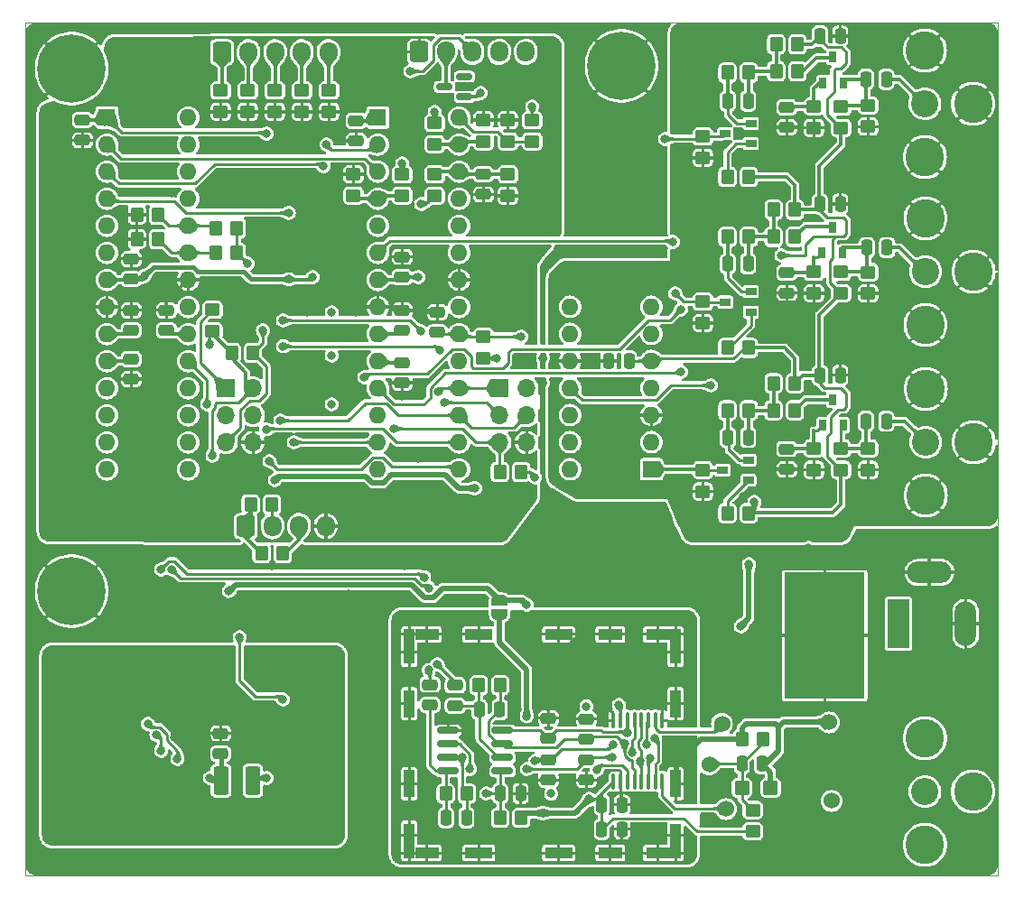
<source format=gbr>
%TF.GenerationSoftware,KiCad,Pcbnew,7.0.7*%
%TF.CreationDate,2023-09-18T17:08:08+02:00*%
%TF.ProjectId,mod_TS520,6d6f645f-5453-4353-9230-2e6b69636164,rev?*%
%TF.SameCoordinates,Original*%
%TF.FileFunction,Copper,L2,Bot*%
%TF.FilePolarity,Positive*%
%FSLAX46Y46*%
G04 Gerber Fmt 4.6, Leading zero omitted, Abs format (unit mm)*
G04 Created by KiCad (PCBNEW 7.0.7) date 2023-09-18 17:08:08*
%MOMM*%
%LPD*%
G01*
G04 APERTURE LIST*
G04 Aperture macros list*
%AMRoundRect*
0 Rectangle with rounded corners*
0 $1 Rounding radius*
0 $2 $3 $4 $5 $6 $7 $8 $9 X,Y pos of 4 corners*
0 Add a 4 corners polygon primitive as box body*
4,1,4,$2,$3,$4,$5,$6,$7,$8,$9,$2,$3,0*
0 Add four circle primitives for the rounded corners*
1,1,$1+$1,$2,$3*
1,1,$1+$1,$4,$5*
1,1,$1+$1,$6,$7*
1,1,$1+$1,$8,$9*
0 Add four rect primitives between the rounded corners*
20,1,$1+$1,$2,$3,$4,$5,0*
20,1,$1+$1,$4,$5,$6,$7,0*
20,1,$1+$1,$6,$7,$8,$9,0*
20,1,$1+$1,$8,$9,$2,$3,0*%
%AMFreePoly0*
4,1,19,0.500000,-0.750000,0.000000,-0.750000,0.000000,-0.744911,-0.071157,-0.744911,-0.207708,-0.704816,-0.327430,-0.627875,-0.420627,-0.520320,-0.479746,-0.390866,-0.500000,-0.250000,-0.500000,0.250000,-0.479746,0.390866,-0.420627,0.520320,-0.327430,0.627875,-0.207708,0.704816,-0.071157,0.744911,0.000000,0.744911,0.000000,0.750000,0.500000,0.750000,0.500000,-0.750000,0.500000,-0.750000,
$1*%
%AMFreePoly1*
4,1,19,0.000000,0.744911,0.071157,0.744911,0.207708,0.704816,0.327430,0.627875,0.420627,0.520320,0.479746,0.390866,0.500000,0.250000,0.500000,-0.250000,0.479746,-0.390866,0.420627,-0.520320,0.327430,-0.627875,0.207708,-0.704816,0.071157,-0.744911,0.000000,-0.744911,0.000000,-0.750000,-0.500000,-0.750000,-0.500000,0.750000,0.000000,0.750000,0.000000,0.744911,0.000000,0.744911,
$1*%
G04 Aperture macros list end*
%TA.AperFunction,ComponentPad*%
%ADD10RoundRect,0.250000X-0.600000X-0.725000X0.600000X-0.725000X0.600000X0.725000X-0.600000X0.725000X0*%
%TD*%
%TA.AperFunction,ComponentPad*%
%ADD11O,1.700000X1.950000*%
%TD*%
%TA.AperFunction,ComponentPad*%
%ADD12R,2.000000X4.600000*%
%TD*%
%TA.AperFunction,ComponentPad*%
%ADD13O,2.000000X4.200000*%
%TD*%
%TA.AperFunction,ComponentPad*%
%ADD14O,4.200000X2.000000*%
%TD*%
%TA.AperFunction,ComponentPad*%
%ADD15C,3.616000*%
%TD*%
%TA.AperFunction,ComponentPad*%
%ADD16C,2.550000*%
%TD*%
%TA.AperFunction,ComponentPad*%
%ADD17R,1.600000X1.600000*%
%TD*%
%TA.AperFunction,ComponentPad*%
%ADD18O,1.600000X1.600000*%
%TD*%
%TA.AperFunction,ComponentPad*%
%ADD19R,1.700000X1.700000*%
%TD*%
%TA.AperFunction,ComponentPad*%
%ADD20O,1.700000X1.700000*%
%TD*%
%TA.AperFunction,ComponentPad*%
%ADD21C,3.600000*%
%TD*%
%TA.AperFunction,ConnectorPad*%
%ADD22C,6.400000*%
%TD*%
%TA.AperFunction,ComponentPad*%
%ADD23C,1.524000*%
%TD*%
%TA.AperFunction,SMDPad,CuDef*%
%ADD24R,7.493000X11.811000*%
%TD*%
%TA.AperFunction,SMDPad,CuDef*%
%ADD25RoundRect,0.250000X-0.450000X0.350000X-0.450000X-0.350000X0.450000X-0.350000X0.450000X0.350000X0*%
%TD*%
%TA.AperFunction,SMDPad,CuDef*%
%ADD26RoundRect,0.250000X0.250000X0.475000X-0.250000X0.475000X-0.250000X-0.475000X0.250000X-0.475000X0*%
%TD*%
%TA.AperFunction,SMDPad,CuDef*%
%ADD27RoundRect,0.250000X0.350000X0.450000X-0.350000X0.450000X-0.350000X-0.450000X0.350000X-0.450000X0*%
%TD*%
%TA.AperFunction,SMDPad,CuDef*%
%ADD28R,0.700000X1.000000*%
%TD*%
%TA.AperFunction,SMDPad,CuDef*%
%ADD29RoundRect,0.250000X-0.250000X-0.475000X0.250000X-0.475000X0.250000X0.475000X-0.250000X0.475000X0*%
%TD*%
%TA.AperFunction,SMDPad,CuDef*%
%ADD30RoundRect,0.250000X0.475000X-0.250000X0.475000X0.250000X-0.475000X0.250000X-0.475000X-0.250000X0*%
%TD*%
%TA.AperFunction,SMDPad,CuDef*%
%ADD31RoundRect,0.250000X-0.350000X-0.450000X0.350000X-0.450000X0.350000X0.450000X-0.350000X0.450000X0*%
%TD*%
%TA.AperFunction,SMDPad,CuDef*%
%ADD32RoundRect,0.250000X-0.475000X0.250000X-0.475000X-0.250000X0.475000X-0.250000X0.475000X0.250000X0*%
%TD*%
%TA.AperFunction,SMDPad,CuDef*%
%ADD33R,1.000000X1.000000*%
%TD*%
%TA.AperFunction,SMDPad,CuDef*%
%ADD34R,2.300000X1.000000*%
%TD*%
%TA.AperFunction,SMDPad,CuDef*%
%ADD35R,2.600000X1.000000*%
%TD*%
%TA.AperFunction,SMDPad,CuDef*%
%ADD36R,1.000000X2.300000*%
%TD*%
%TA.AperFunction,SMDPad,CuDef*%
%ADD37R,1.000000X2.600000*%
%TD*%
%TA.AperFunction,SMDPad,CuDef*%
%ADD38RoundRect,0.250000X0.450000X-0.350000X0.450000X0.350000X-0.450000X0.350000X-0.450000X-0.350000X0*%
%TD*%
%TA.AperFunction,SMDPad,CuDef*%
%ADD39R,1.000000X0.700000*%
%TD*%
%TA.AperFunction,SMDPad,CuDef*%
%ADD40FreePoly0,270.000000*%
%TD*%
%TA.AperFunction,SMDPad,CuDef*%
%ADD41FreePoly1,270.000000*%
%TD*%
%TA.AperFunction,SMDPad,CuDef*%
%ADD42RoundRect,0.150000X0.587500X0.150000X-0.587500X0.150000X-0.587500X-0.150000X0.587500X-0.150000X0*%
%TD*%
%TA.AperFunction,SMDPad,CuDef*%
%ADD43RoundRect,0.100000X-0.100000X0.637500X-0.100000X-0.637500X0.100000X-0.637500X0.100000X0.637500X0*%
%TD*%
%TA.AperFunction,SMDPad,CuDef*%
%ADD44RoundRect,0.250000X-0.450000X-0.425000X0.450000X-0.425000X0.450000X0.425000X-0.450000X0.425000X0*%
%TD*%
%TA.AperFunction,SMDPad,CuDef*%
%ADD45RoundRect,0.250001X-0.462499X-1.074999X0.462499X-1.074999X0.462499X1.074999X-0.462499X1.074999X0*%
%TD*%
%TA.AperFunction,SMDPad,CuDef*%
%ADD46RoundRect,0.162500X-0.825000X-0.162500X0.825000X-0.162500X0.825000X0.162500X-0.825000X0.162500X0*%
%TD*%
%TA.AperFunction,ViaPad*%
%ADD47C,0.800000*%
%TD*%
%TA.AperFunction,Conductor*%
%ADD48C,0.250000*%
%TD*%
%TA.AperFunction,Conductor*%
%ADD49C,0.300000*%
%TD*%
%TA.AperFunction,Conductor*%
%ADD50C,0.500000*%
%TD*%
%TA.AperFunction,Conductor*%
%ADD51C,0.400000*%
%TD*%
%TA.AperFunction,Profile*%
%ADD52C,0.100000*%
%TD*%
G04 APERTURE END LIST*
D10*
%TO.P,J5,1,Pin_1*%
%TO.N,Net-(J5-Pin_1)*%
X158108000Y-42164000D03*
D11*
%TO.P,J5,2,Pin_2*%
%TO.N,Net-(J5-Pin_2)*%
X160608000Y-42164000D03*
%TO.P,J5,3,Pin_3*%
%TO.N,Net-(J5-Pin_3)*%
X163108000Y-42164000D03*
%TO.P,J5,4,Pin_4*%
%TO.N,Net-(J5-Pin_4)*%
X165608000Y-42164000D03*
%TO.P,J5,5,Pin_5*%
%TO.N,Net-(J5-Pin_5)*%
X168108000Y-42164000D03*
%TD*%
D12*
%TO.P,J1,1*%
%TO.N,V12*%
X221538000Y-95758000D03*
D13*
%TO.P,J1,2*%
%TO.N,GNDD*%
X227838000Y-95758000D03*
D14*
%TO.P,J1,3*%
X224438000Y-90958000D03*
%TD*%
D10*
%TO.P,J6,1,Pin_1*%
%TO.N,V5_Disp*%
X160354000Y-86614000D03*
D11*
%TO.P,J6,2,Pin_2*%
%TO.N,Net-(J6-Pin_2)*%
X162854000Y-86614000D03*
%TO.P,J6,3,Pin_3*%
%TO.N,Net-(J6-Pin_3)*%
X165354000Y-86614000D03*
%TO.P,J6,4,Pin_4*%
%TO.N,GND*%
X167854000Y-86614000D03*
%TD*%
D15*
%TO.P,J4,1A,1*%
%TO.N,GND1*%
X224100000Y-83740000D03*
%TO.P,J4,1B,1*%
X224100000Y-73740000D03*
%TO.P,J4,1C,1*%
X228600000Y-78740000D03*
D16*
%TO.P,J4,2,2*%
%TO.N,Net-(C48-Pad2)*%
X224100000Y-78740000D03*
%TD*%
D17*
%TO.P,U2,1,PC6(/RESET)*%
%TO.N,Net-(J12-Pin_3)*%
X147330000Y-48270000D03*
D18*
%TO.P,U2,2,PD0(RxD)*%
%TO.N,T_from_M*%
X147330000Y-50810000D03*
%TO.P,U2,3,PD1(TxD)*%
%TO.N,T_from_S*%
X147330000Y-53350000D03*
%TO.P,U2,4,PD2(INT0)*%
%TO.N,/SS_ESCLAVO*%
X147330000Y-55890000D03*
%TO.P,U2,5,PD3(INT1)*%
%TO.N,unconnected-(U2-PD3(INT1)-Pad5)*%
X147330000Y-58430000D03*
%TO.P,U2,6,PD4(XCK/T0)*%
%TO.N,unconnected-(U2-PD4(XCK{slash}T0)-Pad6)*%
X147330000Y-60970000D03*
%TO.P,U2,7,VCC*%
%TO.N,V5_Disp*%
X147330000Y-63510000D03*
%TO.P,U2,8,GND*%
%TO.N,GND*%
X147330000Y-66050000D03*
%TO.P,U2,9,PB6(XTAL1)*%
%TO.N,Net-(U2-PB6(XTAL1))*%
X147330000Y-68590000D03*
%TO.P,U2,10,PB7(XTAL2)*%
%TO.N,Net-(U2-PB7(XTAL2))*%
X147330000Y-71130000D03*
%TO.P,U2,11,PD5(T1)*%
%TO.N,unconnected-(U2-PD5(T1)-Pad11)*%
X147330000Y-73670000D03*
%TO.P,U2,12,PD6(AIN0)*%
%TO.N,unconnected-(U2-PD6(AIN0)-Pad12)*%
X147330000Y-76210000D03*
%TO.P,U2,13,PD7(AIN1)*%
%TO.N,unconnected-(U2-PD7(AIN1)-Pad13)*%
X147330000Y-78750000D03*
%TO.P,U2,14,PB0(ICP)*%
%TO.N,unconnected-(U2-PB0(ICP)-Pad14)*%
X147330000Y-81290000D03*
%TO.P,U2,15,PB1(OC1A)*%
%TO.N,unconnected-(U2-PB1(OC1A)-Pad15)*%
X154950000Y-81290000D03*
%TO.P,U2,16,PB2(SS/OC1B)*%
%TO.N,unconnected-(U2-PB2(SS{slash}OC1B)-Pad16)*%
X154950000Y-78750000D03*
%TO.P,U2,17,PB3((MOSI/OC2)*%
%TO.N,Net-(J12-Pin_5)*%
X154950000Y-76210000D03*
%TO.P,U2,18,PB4(MISO)*%
%TO.N,Net-(J12-Pin_1)*%
X154950000Y-73670000D03*
%TO.P,U2,19,PB5(SCK)*%
%TO.N,Net-(J12-Pin_2)*%
X154950000Y-71130000D03*
%TO.P,U2,20,AVCC*%
%TO.N,Net-(J12-Pin_6)*%
X154950000Y-68590000D03*
%TO.P,U2,21,AREF*%
%TO.N,AREF2*%
X154950000Y-66050000D03*
%TO.P,U2,22,GND*%
%TO.N,GND*%
X154950000Y-63510000D03*
%TO.P,U2,23,PC0(ADC0)*%
%TO.N,I*%
X154950000Y-60970000D03*
%TO.P,U2,24,PC1(ADC1)*%
%TO.N,Q*%
X154950000Y-58430000D03*
%TO.P,U2,25,PC2(ADC2)*%
%TO.N,unconnected-(U2-PC2(ADC2)-Pad25)*%
X154950000Y-55890000D03*
%TO.P,U2,26,PC3(ADC3)*%
%TO.N,unconnected-(U2-PC3(ADC3)-Pad26)*%
X154950000Y-53350000D03*
%TO.P,U2,27,PC4(ADC4/SDA)*%
%TO.N,SDA*%
X154950000Y-50810000D03*
%TO.P,U2,28,PC5(ADC5/SCL)*%
%TO.N,SCL*%
X154950000Y-48270000D03*
%TD*%
D19*
%TO.P,J12,1,Pin_1*%
%TO.N,Net-(J12-Pin_1)*%
X158491000Y-73675000D03*
D20*
%TO.P,J12,2,Pin_2*%
%TO.N,Net-(J12-Pin_2)*%
X158491000Y-76215000D03*
%TO.P,J12,3,Pin_3*%
%TO.N,Net-(J12-Pin_3)*%
X158491000Y-78755000D03*
%TO.P,J12,4,Pin_4*%
%TO.N,GND*%
X161031000Y-78755000D03*
%TO.P,J12,5,Pin_5*%
%TO.N,Net-(J12-Pin_5)*%
X161031000Y-76215000D03*
%TO.P,J12,6,Pin_6*%
%TO.N,Net-(J12-Pin_6)*%
X161031000Y-73675000D03*
%TD*%
D19*
%TO.P,J7,1,Pin_1*%
%TO.N,/MISO*%
X184145000Y-73675000D03*
D20*
%TO.P,J7,2,Pin_2*%
%TO.N,/SCK*%
X184145000Y-76215000D03*
%TO.P,J7,3,Pin_3*%
%TO.N,Net-(J7-Pin_3)*%
X184145000Y-78755000D03*
%TO.P,J7,4,Pin_4*%
%TO.N,GND*%
X186685000Y-78755000D03*
%TO.P,J7,5,Pin_5*%
%TO.N,/MOSI*%
X186685000Y-76215000D03*
%TO.P,J7,6,Pin_6*%
%TO.N,Net-(J7-Pin_6)*%
X186685000Y-73675000D03*
%TD*%
D17*
%TO.P,U10,1,CP1..3*%
%TO.N,Net-(Q1-C)*%
X198374000Y-81280000D03*
D18*
%TO.P,U10,2,R0(1)*%
%TO.N,unconnected-(U10-R0(1)-Pad2)*%
X198374000Y-78740000D03*
%TO.P,U10,3,R0(2)*%
%TO.N,GND1*%
X198374000Y-76200000D03*
%TO.P,U10,4*%
%TO.N,N/C*%
X198374000Y-73660000D03*
%TO.P,U10,5,VCC*%
%TO.N,V5_F*%
X198374000Y-71120000D03*
%TO.P,U10,6*%
%TO.N,N/C*%
X198374000Y-68580000D03*
%TO.P,U10,7*%
X198374000Y-66040000D03*
%TO.P,U10,8,Q2*%
%TO.N,unconnected-(U10-Q2-Pad8)*%
X190754000Y-66040000D03*
%TO.P,U10,9,Q1*%
%TO.N,unconnected-(U10-Q1-Pad9)*%
X190754000Y-68580000D03*
%TO.P,U10,10,GND*%
%TO.N,GND1*%
X190754000Y-71120000D03*
%TO.P,U10,11,Q3*%
%TO.N,Net-(U10-Q3)*%
X190754000Y-73660000D03*
%TO.P,U10,12,Q0*%
%TO.N,unconnected-(U10-Q0-Pad12)*%
X190754000Y-76200000D03*
%TO.P,U10,13*%
%TO.N,N/C*%
X190754000Y-78740000D03*
%TO.P,U10,14,CP0*%
%TO.N,unconnected-(U10-CP0-Pad14)*%
X190754000Y-81280000D03*
%TD*%
D10*
%TO.P,J11,1,Pin_1*%
%TO.N,GND*%
X176610000Y-42118000D03*
D11*
%TO.P,J11,2,Pin_2*%
%TO.N,Net-(D4-K)*%
X179110000Y-42118000D03*
%TO.P,J11,3,Pin_3*%
%TO.N,Net-(J11-Pin_3)*%
X181610000Y-42118000D03*
%TO.P,J11,4,Pin_4*%
%TO.N,Net-(J11-Pin_4)*%
X184110000Y-42118000D03*
%TO.P,J11,5,Pin_5*%
%TO.N,Net-(J11-Pin_5)*%
X186610000Y-42118000D03*
%TD*%
D15*
%TO.P,J3,1A,1*%
%TO.N,GND1*%
X224078800Y-67738000D03*
%TO.P,J3,1B,1*%
X224078800Y-57738000D03*
%TO.P,J3,1C,1*%
X228578800Y-62738000D03*
D16*
%TO.P,J3,2,2*%
%TO.N,Net-(C3-Pad2)*%
X224078800Y-62738000D03*
%TD*%
D15*
%TO.P,J2,1A,1*%
%TO.N,GND1*%
X224028000Y-51990000D03*
%TO.P,J2,1B,1*%
X224028000Y-41990000D03*
%TO.P,J2,1C,1*%
X228528000Y-46990000D03*
D16*
%TO.P,J2,2,2*%
%TO.N,Net-(C2-Pad2)*%
X224028000Y-46990000D03*
%TD*%
D17*
%TO.P,U8,1,PC6(/RESET)*%
%TO.N,Net-(J7-Pin_3)*%
X172730000Y-48270000D03*
D18*
%TO.P,U8,2,PD0(RxD)*%
%TO.N,T_from_S*%
X172730000Y-50810000D03*
%TO.P,U8,3,PD1(TxD)*%
%TO.N,T_from_M*%
X172730000Y-53350000D03*
%TO.P,U8,4,PD2(INT0)*%
%TO.N,Net-(U8-PD2(INT0))*%
X172730000Y-55890000D03*
%TO.P,U8,5,PD3(INT1)*%
%TO.N,unconnected-(U8-PD3(INT1)-Pad5)*%
X172730000Y-58430000D03*
%TO.P,U8,6,PD4(XCK/T0)*%
%TO.N,S0*%
X172730000Y-60970000D03*
%TO.P,U8,7,VCC*%
%TO.N,V5_Disp*%
X172730000Y-63510000D03*
%TO.P,U8,8,GND*%
%TO.N,GND*%
X172730000Y-66050000D03*
%TO.P,U8,9,PB6(XTAL1)*%
%TO.N,Net-(U8-PB6(XTAL1))*%
X172730000Y-68590000D03*
%TO.P,U8,10,PB7(XTAL2)*%
%TO.N,Net-(U8-PB7(XTAL2))*%
X172730000Y-71130000D03*
%TO.P,U8,11,PD5(T1)*%
%TO.N,Net-(U11-Za)*%
X172730000Y-73670000D03*
%TO.P,U8,12,PD6(AIN0)*%
%TO.N,S1*%
X172730000Y-76210000D03*
%TO.P,U8,13,PD7(AIN1)*%
%TO.N,/SS_ESCLAVO*%
X172730000Y-78750000D03*
%TO.P,U8,14,PB0(ICP)*%
%TO.N,unconnected-(U8-PB0(ICP)-Pad14)*%
X172730000Y-81290000D03*
%TO.P,U8,15,PB1(OC1A)*%
%TO.N,/TFT_DC*%
X180350000Y-81290000D03*
%TO.P,U8,16,PB2(SS/OC1B)*%
%TO.N,/TFT_CS*%
X180350000Y-78750000D03*
%TO.P,U8,17,PB3((MOSI/OC2)*%
%TO.N,/MOSI*%
X180350000Y-76210000D03*
%TO.P,U8,18,PB4(MISO)*%
%TO.N,/MISO*%
X180350000Y-73670000D03*
%TO.P,U8,19,PB5(SCK)*%
%TO.N,/SCK*%
X180350000Y-71130000D03*
%TO.P,U8,20,AVCC*%
%TO.N,Net-(J7-Pin_6)*%
X180350000Y-68590000D03*
%TO.P,U8,21,AREF*%
%TO.N,AREF1*%
X180350000Y-66050000D03*
%TO.P,U8,22,GND*%
%TO.N,GND*%
X180350000Y-63510000D03*
%TO.P,U8,23,PC0(ADC0)*%
%TO.N,unconnected-(U8-PC0(ADC0)-Pad23)*%
X180350000Y-60970000D03*
%TO.P,U8,24,PC1(ADC1)*%
%TO.N,unconnected-(U8-PC1(ADC1)-Pad24)*%
X180350000Y-58430000D03*
%TO.P,U8,25,PC2(ADC2)*%
%TO.N,unconnected-(U8-PC2(ADC2)-Pad25)*%
X180350000Y-55890000D03*
%TO.P,U8,26,PC3(ADC3)*%
%TO.N,Net-(U8-PC3(ADC3))*%
X180350000Y-53350000D03*
%TO.P,U8,27,PC4(ADC4/SDA)*%
%TO.N,Net-(U8-PC4(ADC4{slash}SDA))*%
X180350000Y-50810000D03*
%TO.P,U8,28,PC5(ADC5/SCL)*%
%TO.N,Net-(U8-PC5(ADC5{slash}SCL))*%
X180350000Y-48270000D03*
%TD*%
D21*
%TO.P,H10,1,1*%
%TO.N,GNDD*%
X144018000Y-92710000D03*
D22*
X144018000Y-92710000D03*
%TD*%
D21*
%TO.P,H9,1,1*%
%TO.N,GNDD*%
X144018000Y-43688000D03*
D22*
X144018000Y-43688000D03*
%TD*%
D23*
%TO.P,TR2,1*%
%TO.N,Net-(C41-Pad1)*%
X215278500Y-112395000D03*
%TO.P,TR2,2*%
%TO.N,GND2*%
X215024500Y-105029000D03*
%TO.P,TR2,3*%
%TO.N,Net-(C10-Pad1)*%
X203821500Y-108966000D03*
%TO.P,TR2,4*%
%TO.N,Net-(U3-2A)*%
X205372500Y-113157000D03*
%TO.P,TR2,5*%
%TO.N,Net-(U3-1A)*%
X204991500Y-105156000D03*
%TD*%
D15*
%TO.P,J9,1A,1*%
%TO.N,GND2*%
X224028000Y-116506000D03*
%TO.P,J9,1B,1*%
X224028000Y-106506000D03*
%TO.P,J9,1C,1*%
X228528000Y-111506000D03*
D16*
%TO.P,J9,2,2*%
%TO.N,Net-(J9-Pad2)*%
X224028000Y-111506000D03*
%TD*%
D24*
%TO.P,U1,2,GND*%
%TO.N,GNDD*%
X214630000Y-96886000D03*
%TD*%
D21*
%TO.P,H12,1,1*%
%TO.N,GNDD*%
X195580000Y-43434000D03*
D22*
X195580000Y-43434000D03*
%TD*%
D25*
%TO.P,R67,1*%
%TO.N,Net-(U8-PC3(ADC3))*%
X184912000Y-53610000D03*
%TO.P,R67,2*%
%TO.N,GND*%
X184912000Y-55610000D03*
%TD*%
D26*
%TO.P,C26,1*%
%TO.N,GND1*%
X216088000Y-40640000D03*
%TO.P,C26,2*%
%TO.N,V5_F*%
X214188000Y-40640000D03*
%TD*%
D27*
%TO.P,R10,1*%
%TO.N,I*%
X152130000Y-59690000D03*
%TO.P,R10,2*%
%TO.N,GND*%
X150130000Y-59690000D03*
%TD*%
D28*
%TO.P,Q5,1,B*%
%TO.N,Net-(Q5-B)*%
X216276000Y-60960000D03*
%TO.P,Q5,2,E*%
%TO.N,Net-(Q5-E)*%
X214376000Y-60960000D03*
%TO.P,Q5,3,C*%
%TO.N,Net-(Q5-C)*%
X215326000Y-58560000D03*
%TD*%
D29*
%TO.P,C30,1*%
%TO.N,GND1*%
X194376000Y-71120000D03*
%TO.P,C30,2*%
%TO.N,V5_F*%
X196276000Y-71120000D03*
%TD*%
D30*
%TO.P,C53,1*%
%TO.N,GND*%
X149606000Y-72832000D03*
%TO.P,C53,2*%
%TO.N,Net-(U2-PB7(XTAL2))*%
X149606000Y-70932000D03*
%TD*%
D29*
%TO.P,C3,1*%
%TO.N,Net-(Q5-B)*%
X218572000Y-60484000D03*
%TO.P,C3,2*%
%TO.N,Net-(C3-Pad2)*%
X220472000Y-60484000D03*
%TD*%
D27*
%TO.P,R28,1*%
%TO.N,Net-(J7-Pin_6)*%
X186166000Y-81534000D03*
%TO.P,R28,2*%
%TO.N,Net-(J7-Pin_3)*%
X184166000Y-81534000D03*
%TD*%
D31*
%TO.P,R41,1*%
%TO.N,Net-(C20-Pad1)*%
X210074000Y-43942000D03*
%TO.P,R41,2*%
%TO.N,Net-(Q3-C)*%
X212074000Y-43942000D03*
%TD*%
D25*
%TO.P,R23,1*%
%TO.N,Net-(J5-Pin_5)*%
X168148000Y-45736000D03*
%TO.P,R23,2*%
%TO.N,GND*%
X168148000Y-47736000D03*
%TD*%
D27*
%TO.P,R59,1*%
%TO.N,V5_F*%
X207502000Y-85410000D03*
%TO.P,R59,2*%
%TO.N,Net-(Q1-E)*%
X205502000Y-85410000D03*
%TD*%
D26*
%TO.P,C20,1*%
%TO.N,Net-(C20-Pad1)*%
X207452000Y-46736000D03*
%TO.P,C20,2*%
%TO.N,Net-(Q4-B)*%
X205552000Y-46736000D03*
%TD*%
D32*
%TO.P,C14,1*%
%TO.N,GND2*%
X188722000Y-104648000D03*
%TO.P,C14,2*%
%TO.N,Net-(U3-1B4)*%
X188722000Y-106548000D03*
%TD*%
D30*
%TO.P,C23,1*%
%TO.N,Net-(C21-Pad2)*%
X179974000Y-103446500D03*
%TO.P,C23,2*%
%TO.N,I*%
X179974000Y-101546500D03*
%TD*%
D28*
%TO.P,Q3,1,B*%
%TO.N,Net-(Q3-B)*%
X216342000Y-45015000D03*
%TO.P,Q3,2,E*%
%TO.N,Net-(Q3-E)*%
X214442000Y-45015000D03*
%TO.P,Q3,3,C*%
%TO.N,Net-(Q3-C)*%
X215392000Y-42615000D03*
%TD*%
D26*
%TO.P,C27,1*%
%TO.N,GND2*%
X208757000Y-108897500D03*
%TO.P,C27,2*%
%TO.N,Net-(C10-Pad1)*%
X206857000Y-108897500D03*
%TD*%
D30*
%TO.P,C6,1*%
%TO.N,GND*%
X170688000Y-50480000D03*
%TO.P,C6,2*%
%TO.N,Net-(J7-Pin_3)*%
X170688000Y-48580000D03*
%TD*%
D29*
%TO.P,C22,1*%
%TO.N,Net-(C22-Pad1)*%
X179136000Y-113980000D03*
%TO.P,C22,2*%
%TO.N,Net-(U3-1B3)*%
X181036000Y-113980000D03*
%TD*%
D26*
%TO.P,C51,1*%
%TO.N,GND1*%
X216088000Y-72456000D03*
%TO.P,C51,2*%
%TO.N,V5_F*%
X214188000Y-72456000D03*
%TD*%
D25*
%TO.P,R11,1*%
%TO.N,Net-(C10-Pad1)*%
X207873000Y-113247500D03*
%TO.P,R11,2*%
%TO.N,V5_A*%
X207873000Y-115247500D03*
%TD*%
%TO.P,R46,1*%
%TO.N,Net-(Q5-B)*%
X218694000Y-62786000D03*
%TO.P,R46,2*%
%TO.N,GND1*%
X218694000Y-64786000D03*
%TD*%
%TO.P,R26,1*%
%TO.N,Net-(J5-Pin_2)*%
X160528000Y-45736000D03*
%TO.P,R26,2*%
%TO.N,GND*%
X160528000Y-47736000D03*
%TD*%
D26*
%TO.P,C29,1*%
%TO.N,GND2*%
X195627500Y-115062000D03*
%TO.P,C29,2*%
%TO.N,V5_A*%
X193727500Y-115062000D03*
%TD*%
D27*
%TO.P,R43,1*%
%TO.N,Net-(C20-Pad1)*%
X207502000Y-44069000D03*
%TO.P,R43,2*%
%TO.N,Net-(Q4-B)*%
X205502000Y-44069000D03*
%TD*%
D31*
%TO.P,R71,1*%
%TO.N,Net-(J12-Pin_6)*%
X159020000Y-70358000D03*
%TO.P,R71,2*%
%TO.N,Net-(J12-Pin_3)*%
X161020000Y-70358000D03*
%TD*%
D32*
%TO.P,C11,1*%
%TO.N,GND2*%
X192278000Y-104714000D03*
%TO.P,C11,2*%
%TO.N,Net-(U3-1B1)*%
X192278000Y-106614000D03*
%TD*%
D33*
%TO.P,J10,1,Shield*%
%TO.N,GND2*%
X200660000Y-96774000D03*
D34*
X199009000Y-96774000D03*
X194528000Y-96774000D03*
D35*
X189678000Y-96774000D03*
X182178000Y-96774000D03*
D34*
X177328000Y-96774000D03*
D33*
X175678000Y-96774000D03*
D36*
X200660000Y-98424000D03*
X175678000Y-98424000D03*
D37*
X200660000Y-103274000D03*
X175678000Y-103274000D03*
X200660000Y-110774000D03*
X175678000Y-110774000D03*
D36*
X200660000Y-115624000D03*
X175678000Y-115624000D03*
D33*
X200660000Y-117274000D03*
D34*
X199009000Y-117274000D03*
X194528000Y-117274000D03*
D35*
X189678000Y-117274000D03*
X182178000Y-117274000D03*
D34*
X177328000Y-117274000D03*
D33*
X175678000Y-117274000D03*
%TD*%
D27*
%TO.P,R5,1*%
%TO.N,Net-(U3-1B1)*%
X184205000Y-101534000D03*
%TO.P,R5,2*%
%TO.N,Net-(C21-Pad2)*%
X182205000Y-101534000D03*
%TD*%
D38*
%TO.P,R65,1*%
%TO.N,Net-(U8-PC4(ADC4{slash}SDA))*%
X182626000Y-50530000D03*
%TO.P,R65,2*%
%TO.N,GND*%
X182626000Y-48530000D03*
%TD*%
D30*
%TO.P,C61,1*%
%TO.N,GND*%
X145034000Y-50414000D03*
%TO.P,C61,2*%
%TO.N,Net-(J12-Pin_3)*%
X145034000Y-48514000D03*
%TD*%
D27*
%TO.P,R51,1*%
%TO.N,V5_F*%
X207502000Y-69882000D03*
%TO.P,R51,2*%
%TO.N,Net-(Q2-E)*%
X205502000Y-69882000D03*
%TD*%
%TO.P,R44,1*%
%TO.N,V5_F*%
X207502000Y-53848000D03*
%TO.P,R44,2*%
%TO.N,Net-(Q4-E)*%
X205502000Y-53848000D03*
%TD*%
D32*
%TO.P,C49,1*%
%TO.N,Net-(Q7-E)*%
X211074000Y-79380000D03*
%TO.P,C49,2*%
%TO.N,GND1*%
X211074000Y-81280000D03*
%TD*%
D39*
%TO.P,Q2,1,B*%
%TO.N,Net-(Q2-B)*%
X207702000Y-64632800D03*
%TO.P,Q2,2,E*%
%TO.N,Net-(Q2-E)*%
X207702000Y-66532800D03*
%TO.P,Q2,3,C*%
%TO.N,Net-(Q2-C)*%
X205302000Y-65582800D03*
%TD*%
D32*
%TO.P,C36,1*%
%TO.N,GND*%
X175006000Y-61346000D03*
%TO.P,C36,2*%
%TO.N,V5_Disp*%
X175006000Y-63246000D03*
%TD*%
%TO.P,C37,1*%
%TO.N,GND*%
X178308000Y-66548000D03*
%TO.P,C37,2*%
%TO.N,Net-(J7-Pin_6)*%
X178308000Y-68448000D03*
%TD*%
D27*
%TO.P,R9,1*%
%TO.N,AREF2*%
X159496000Y-60960000D03*
%TO.P,R9,2*%
%TO.N,I*%
X157496000Y-60960000D03*
%TD*%
%TO.P,R12,1*%
%TO.N,Net-(C10-Pad1)*%
X208873000Y-106611500D03*
%TO.P,R12,2*%
%TO.N,GND2*%
X206873000Y-106611500D03*
%TD*%
%TO.P,R14,1*%
%TO.N,Net-(J6-Pin_3)*%
X163814000Y-89154000D03*
%TO.P,R14,2*%
%TO.N,V5_Disp*%
X161814000Y-89154000D03*
%TD*%
D40*
%TO.P,JP3,1,A*%
%TO.N,GNDD*%
X180086000Y-93696000D03*
D41*
%TO.P,JP3,2,B*%
%TO.N,GND2*%
X180086000Y-94996000D03*
%TD*%
D26*
%TO.P,C47,1*%
%TO.N,GND1*%
X216088000Y-56388000D03*
%TO.P,C47,2*%
%TO.N,V5_F*%
X214188000Y-56388000D03*
%TD*%
D25*
%TO.P,R27,1*%
%TO.N,Net-(J5-Pin_1)*%
X157988000Y-45736000D03*
%TO.P,R27,2*%
%TO.N,GND*%
X157988000Y-47736000D03*
%TD*%
D26*
%TO.P,C46,1*%
%TO.N,Net-(C46-Pad1)*%
X207452000Y-62008000D03*
%TO.P,C46,2*%
%TO.N,Net-(Q2-B)*%
X205552000Y-62008000D03*
%TD*%
%TO.P,C50,1*%
%TO.N,Net-(C50-Pad1)*%
X207452000Y-78298000D03*
%TO.P,C50,2*%
%TO.N,Net-(Q1-B)*%
X205552000Y-78298000D03*
%TD*%
D27*
%TO.P,R58,1*%
%TO.N,Net-(C50-Pad1)*%
X207502000Y-75758000D03*
%TO.P,R58,2*%
%TO.N,Net-(Q1-B)*%
X205502000Y-75758000D03*
%TD*%
D25*
%TO.P,R63,1*%
%TO.N,Net-(J11-Pin_3)*%
X175006000Y-53610000D03*
%TO.P,R63,2*%
%TO.N,Net-(U8-PD2(INT0))*%
X175006000Y-55610000D03*
%TD*%
D29*
%TO.P,C2,1*%
%TO.N,Net-(Q3-B)*%
X218506000Y-44704000D03*
%TO.P,C2,2*%
%TO.N,Net-(C2-Pad2)*%
X220406000Y-44704000D03*
%TD*%
D38*
%TO.P,R53,1*%
%TO.N,V5_F*%
X216154000Y-81330000D03*
%TO.P,R53,2*%
%TO.N,Net-(Q7-B)*%
X216154000Y-79330000D03*
%TD*%
D40*
%TO.P,JP8,1,A*%
%TO.N,V5*%
X184150000Y-93584000D03*
D41*
%TO.P,JP8,2,B*%
%TO.N,V5_A*%
X184150000Y-94884000D03*
%TD*%
D25*
%TO.P,R25,1*%
%TO.N,Net-(J5-Pin_3)*%
X163068000Y-45736000D03*
%TO.P,R25,2*%
%TO.N,GND*%
X163068000Y-47736000D03*
%TD*%
D29*
%TO.P,C48,1*%
%TO.N,Net-(Q7-B)*%
X218506000Y-76774000D03*
%TO.P,C48,2*%
%TO.N,Net-(C48-Pad2)*%
X220406000Y-76774000D03*
%TD*%
D30*
%TO.P,C65,1*%
%TO.N,Net-(U8-PB6(XTAL1))*%
X175006000Y-68260000D03*
%TO.P,C65,2*%
%TO.N,GND*%
X175006000Y-66360000D03*
%TD*%
D26*
%TO.P,C21,1*%
%TO.N,Net-(U3-1B1)*%
X184155000Y-103820000D03*
%TO.P,C21,2*%
%TO.N,Net-(C21-Pad2)*%
X182255000Y-103820000D03*
%TD*%
D39*
%TO.P,Q1,1,B*%
%TO.N,Net-(Q1-B)*%
X207467200Y-80416400D03*
%TO.P,Q1,2,E*%
%TO.N,Net-(Q1-E)*%
X207467200Y-82316400D03*
%TO.P,Q1,3,C*%
%TO.N,Net-(Q1-C)*%
X205067200Y-81366400D03*
%TD*%
D28*
%TO.P,Q7,1,B*%
%TO.N,Net-(Q7-B)*%
X216342000Y-77146000D03*
%TO.P,Q7,2,E*%
%TO.N,Net-(Q7-E)*%
X214442000Y-77146000D03*
%TO.P,Q7,3,C*%
%TO.N,Net-(Q7-C)*%
X215392000Y-74746000D03*
%TD*%
D38*
%TO.P,R2,1*%
%TO.N,V5_F*%
X216154000Y-49260000D03*
%TO.P,R2,2*%
%TO.N,Net-(Q3-B)*%
X216154000Y-47260000D03*
%TD*%
D27*
%TO.P,R30,1*%
%TO.N,Net-(J6-Pin_2)*%
X162798000Y-84582000D03*
%TO.P,R30,2*%
%TO.N,V5_Disp*%
X160798000Y-84582000D03*
%TD*%
%TO.P,R8,1*%
%TO.N,Q*%
X152130000Y-57404000D03*
%TO.P,R8,2*%
%TO.N,GND*%
X150130000Y-57404000D03*
%TD*%
D25*
%TO.P,R62,1*%
%TO.N,Net-(J11-Pin_4)*%
X178054000Y-48784000D03*
%TO.P,R62,2*%
%TO.N,Net-(U8-PC4(ADC4{slash}SDA))*%
X178054000Y-50784000D03*
%TD*%
D27*
%TO.P,R40,1*%
%TO.N,V5_F*%
X212074000Y-41402000D03*
%TO.P,R40,2*%
%TO.N,Net-(C20-Pad1)*%
X210074000Y-41402000D03*
%TD*%
D30*
%TO.P,C54,1*%
%TO.N,Net-(U2-PB6(XTAL1))*%
X149606000Y-68260000D03*
%TO.P,C54,2*%
%TO.N,GND*%
X149606000Y-66360000D03*
%TD*%
D26*
%TO.P,C38,1*%
%TO.N,GND2*%
X186116000Y-111694000D03*
%TO.P,C38,2*%
%TO.N,Net-(U4C-V+)*%
X184216000Y-111694000D03*
%TD*%
D31*
%TO.P,R48,1*%
%TO.N,Net-(C46-Pad1)*%
X209820000Y-59468000D03*
%TO.P,R48,2*%
%TO.N,Net-(Q5-C)*%
X211820000Y-59468000D03*
%TD*%
D32*
%TO.P,C52,1*%
%TO.N,Net-(U8-PC3(ADC3))*%
X182626000Y-53594000D03*
%TO.P,C52,2*%
%TO.N,GND*%
X182626000Y-55494000D03*
%TD*%
%TO.P,C15,1*%
%TO.N,Net-(Q5-E)*%
X211074000Y-62836000D03*
%TO.P,C15,2*%
%TO.N,GND1*%
X211074000Y-64736000D03*
%TD*%
D38*
%TO.P,R64,1*%
%TO.N,Net-(U8-PC5(ADC5{slash}SCL))*%
X184912000Y-50530000D03*
%TO.P,R64,2*%
%TO.N,GND*%
X184912000Y-48530000D03*
%TD*%
D25*
%TO.P,R42,1*%
%TO.N,Net-(Q3-E)*%
X213614000Y-47244000D03*
%TO.P,R42,2*%
%TO.N,GND1*%
X213614000Y-49244000D03*
%TD*%
D26*
%TO.P,C16,1*%
%TO.N,GND2*%
X195627500Y-112776000D03*
%TO.P,C16,2*%
%TO.N,V5_A*%
X193727500Y-112776000D03*
%TD*%
D25*
%TO.P,R61,1*%
%TO.N,Net-(J11-Pin_5)*%
X187198000Y-48530000D03*
%TO.P,R61,2*%
%TO.N,Net-(U8-PC5(ADC5{slash}SCL))*%
X187198000Y-50530000D03*
%TD*%
D30*
%TO.P,C13,1*%
%TO.N,GND2*%
X188722000Y-110424000D03*
%TO.P,C13,2*%
%TO.N,Net-(U3-1B3)*%
X188722000Y-108524000D03*
%TD*%
D31*
%TO.P,R56,1*%
%TO.N,Net-(C50-Pad1)*%
X209820000Y-75758000D03*
%TO.P,R56,2*%
%TO.N,Net-(Q7-C)*%
X211820000Y-75758000D03*
%TD*%
D32*
%TO.P,C57,1*%
%TO.N,GND*%
X149606000Y-61534000D03*
%TO.P,C57,2*%
%TO.N,V5_Disp*%
X149606000Y-63434000D03*
%TD*%
D27*
%TO.P,R47,1*%
%TO.N,V5_F*%
X211836000Y-56928000D03*
%TO.P,R47,2*%
%TO.N,Net-(C46-Pad1)*%
X209836000Y-56928000D03*
%TD*%
D25*
%TO.P,R49,1*%
%TO.N,Net-(Q5-E)*%
X213614000Y-62770000D03*
%TO.P,R49,2*%
%TO.N,GND1*%
X213614000Y-64770000D03*
%TD*%
D42*
%TO.P,D4,1,A*%
%TO.N,unconnected-(D4-A-Pad1)*%
X180848000Y-44450000D03*
%TO.P,D4,2,A*%
%TO.N,Net-(U8-PC3(ADC3))*%
X180848000Y-46350000D03*
%TO.P,D4,3,K*%
%TO.N,Net-(D4-K)*%
X178973000Y-45400000D03*
%TD*%
D43*
%TO.P,U3,1,1~{OE}*%
%TO.N,GND2*%
X194829000Y-104833500D03*
%TO.P,U3,2,S1*%
%TO.N,Net-(U3-S1)*%
X195479000Y-104833500D03*
%TO.P,U3,3,1B4*%
%TO.N,Net-(U3-1B4)*%
X196129000Y-104833500D03*
%TO.P,U3,4,1B3*%
%TO.N,Net-(U3-1B3)*%
X196779000Y-104833500D03*
%TO.P,U3,5,1B2*%
%TO.N,Net-(U3-1B2)*%
X197429000Y-104833500D03*
%TO.P,U3,6,1B1*%
%TO.N,Net-(U3-1B1)*%
X198079000Y-104833500D03*
%TO.P,U3,7,1A*%
%TO.N,Net-(U3-1A)*%
X198729000Y-104833500D03*
%TO.P,U3,8,GND*%
%TO.N,GND2*%
X199379000Y-104833500D03*
%TO.P,U3,9,2A*%
%TO.N,Net-(U3-2A)*%
X199379000Y-110558500D03*
%TO.P,U3,10,2B1*%
%TO.N,Net-(U3-1B4)*%
X198729000Y-110558500D03*
%TO.P,U3,11,2B2*%
%TO.N,Net-(U3-1B3)*%
X198079000Y-110558500D03*
%TO.P,U3,12,2B3*%
%TO.N,Net-(U3-1B2)*%
X197429000Y-110558500D03*
%TO.P,U3,13,2B4*%
%TO.N,Net-(U3-1B1)*%
X196779000Y-110558500D03*
%TO.P,U3,14,S0*%
%TO.N,Net-(U3-S0)*%
X196129000Y-110558500D03*
%TO.P,U3,15,2~{OE}*%
%TO.N,GND2*%
X195479000Y-110558500D03*
%TO.P,U3,16,VCC*%
%TO.N,V5_A*%
X194829000Y-110558500D03*
%TD*%
D25*
%TO.P,R60,1*%
%TO.N,Net-(Q1-C)*%
X203200000Y-81362000D03*
%TO.P,R60,2*%
%TO.N,GND1*%
X203200000Y-83362000D03*
%TD*%
D31*
%TO.P,R6,1*%
%TO.N,Net-(C22-Pad1)*%
X179086000Y-111694000D03*
%TO.P,R6,2*%
%TO.N,Net-(U3-1B3)*%
X181086000Y-111694000D03*
%TD*%
D25*
%TO.P,R70,1*%
%TO.N,Net-(J12-Pin_1)*%
X157226000Y-66326000D03*
%TO.P,R70,2*%
%TO.N,Net-(J12-Pin_6)*%
X157226000Y-68326000D03*
%TD*%
D30*
%TO.P,C24,1*%
%TO.N,Net-(C22-Pad1)*%
X177617000Y-103380500D03*
%TO.P,C24,2*%
%TO.N,Q*%
X177617000Y-101480500D03*
%TD*%
D44*
%TO.P,C10,1*%
%TO.N,Net-(C10-Pad1)*%
X206857000Y-111183500D03*
%TO.P,C10,2*%
%TO.N,GND2*%
X209557000Y-111183500D03*
%TD*%
D27*
%TO.P,R7,1*%
%TO.N,AREF2*%
X159512000Y-58674000D03*
%TO.P,R7,2*%
%TO.N,Q*%
X157512000Y-58674000D03*
%TD*%
D25*
%TO.P,R57,1*%
%TO.N,Net-(Q7-E)*%
X213614000Y-79330000D03*
%TO.P,R57,2*%
%TO.N,GND1*%
X213614000Y-81330000D03*
%TD*%
D30*
%TO.P,C12,1*%
%TO.N,GND2*%
X192278000Y-110424000D03*
%TO.P,C12,2*%
%TO.N,Net-(U3-1B2)*%
X192278000Y-108524000D03*
%TD*%
D39*
%TO.P,Q4,1,B*%
%TO.N,Net-(Q4-B)*%
X207702000Y-48834000D03*
%TO.P,Q4,2,E*%
%TO.N,Net-(Q4-E)*%
X207702000Y-50734000D03*
%TO.P,Q4,3,C*%
%TO.N,Net-(Q4-C)*%
X205302000Y-49784000D03*
%TD*%
D25*
%TO.P,R45,1*%
%TO.N,Net-(Q4-C)*%
X203200000Y-50054000D03*
%TO.P,R45,2*%
%TO.N,GND1*%
X203200000Y-52054000D03*
%TD*%
D38*
%TO.P,R66,1*%
%TO.N,Net-(U8-PD2(INT0))*%
X170434000Y-55610000D03*
%TO.P,R66,2*%
%TO.N,GND*%
X170434000Y-53610000D03*
%TD*%
D32*
%TO.P,C58,1*%
%TO.N,GND*%
X152908000Y-66360000D03*
%TO.P,C58,2*%
%TO.N,Net-(J12-Pin_6)*%
X152908000Y-68260000D03*
%TD*%
D45*
%TO.P,L19,1,1*%
%TO.N,Net-(U7-VDD)*%
X158024500Y-110490000D03*
%TO.P,L19,2,2*%
%TO.N,Net-(D1-K)*%
X160999500Y-110490000D03*
%TD*%
D27*
%TO.P,R50,1*%
%TO.N,Net-(C46-Pad1)*%
X207502000Y-59468000D03*
%TO.P,R50,2*%
%TO.N,Net-(Q2-B)*%
X205502000Y-59468000D03*
%TD*%
D25*
%TO.P,R68,1*%
%TO.N,Net-(U8-PC3(ADC3))*%
X178054000Y-53626000D03*
%TO.P,R68,2*%
%TO.N,V5_Disp*%
X178054000Y-55626000D03*
%TD*%
D27*
%TO.P,R55,1*%
%TO.N,V5_F*%
X211836000Y-73218000D03*
%TO.P,R55,2*%
%TO.N,Net-(C50-Pad1)*%
X209836000Y-73218000D03*
%TD*%
D25*
%TO.P,R52,1*%
%TO.N,Net-(Q2-C)*%
X203200000Y-65564000D03*
%TO.P,R52,2*%
%TO.N,GND1*%
X203200000Y-67564000D03*
%TD*%
D30*
%TO.P,C64,1*%
%TO.N,GND*%
X175006000Y-73152000D03*
%TO.P,C64,2*%
%TO.N,Net-(U8-PB7(XTAL2))*%
X175006000Y-71252000D03*
%TD*%
D31*
%TO.P,R4,1*%
%TO.N,Net-(U4C-V+)*%
X184182000Y-113980000D03*
%TO.P,R4,2*%
%TO.N,V5_A*%
X186182000Y-113980000D03*
%TD*%
D32*
%TO.P,C33,1*%
%TO.N,GND3*%
X157988000Y-106050000D03*
%TO.P,C33,2*%
%TO.N,Net-(U7-VDD)*%
X157988000Y-107950000D03*
%TD*%
D25*
%TO.P,R54,1*%
%TO.N,Net-(Q7-B)*%
X218694000Y-79330000D03*
%TO.P,R54,2*%
%TO.N,GND1*%
X218694000Y-81330000D03*
%TD*%
%TO.P,R39,1*%
%TO.N,Net-(Q3-B)*%
X218694000Y-47149000D03*
%TO.P,R39,2*%
%TO.N,GND1*%
X218694000Y-49149000D03*
%TD*%
D38*
%TO.P,R20,1*%
%TO.N,/MISO*%
X182626000Y-70834000D03*
%TO.P,R20,2*%
%TO.N,Net-(J7-Pin_6)*%
X182626000Y-68834000D03*
%TD*%
D32*
%TO.P,C8,1*%
%TO.N,Net-(Q3-E)*%
X211074000Y-47310000D03*
%TO.P,C8,2*%
%TO.N,GND1*%
X211074000Y-49210000D03*
%TD*%
D38*
%TO.P,R3,1*%
%TO.N,V5_F*%
X216154000Y-64770000D03*
%TO.P,R3,2*%
%TO.N,Net-(Q5-B)*%
X216154000Y-62770000D03*
%TD*%
D46*
%TO.P,U4,1*%
%TO.N,Net-(C22-Pad1)*%
X179326500Y-109601000D03*
%TO.P,U4,2,-*%
%TO.N,Net-(U3-1B3)*%
X179326500Y-108331000D03*
%TO.P,U4,3,+*%
%TO.N,Net-(U3-1B2)*%
X179326500Y-107061000D03*
%TO.P,U4,4,V-*%
%TO.N,GND2*%
X179326500Y-105791000D03*
%TO.P,U4,5,+*%
%TO.N,Net-(U3-1B4)*%
X184401500Y-105791000D03*
%TO.P,U4,6,-*%
%TO.N,Net-(U3-1B1)*%
X184401500Y-107061000D03*
%TO.P,U4,7*%
%TO.N,Net-(C21-Pad2)*%
X184401500Y-108331000D03*
%TO.P,U4,8,V+*%
%TO.N,Net-(U4C-V+)*%
X184401500Y-109601000D03*
%TD*%
D25*
%TO.P,R24,1*%
%TO.N,Net-(J5-Pin_4)*%
X165608000Y-45736000D03*
%TO.P,R24,2*%
%TO.N,GND*%
X165608000Y-47736000D03*
%TD*%
D47*
%TO.N,GND1*%
X206603600Y-65887600D03*
%TO.N,GND*%
X141478000Y-72440800D03*
X141732000Y-65379600D03*
X141630400Y-81330800D03*
%TO.N,GNDD*%
X140157200Y-86055200D03*
X140157200Y-78079600D03*
X140208000Y-72440800D03*
X140208000Y-67157600D03*
%TO.N,GND*%
X159918400Y-53543200D03*
X166217600Y-53543200D03*
X166166800Y-51257200D03*
X159918400Y-51054000D03*
X153162000Y-74422000D03*
X182880000Y-87122000D03*
X174244000Y-45974000D03*
X167894000Y-58674000D03*
X170434000Y-59944000D03*
X171450000Y-57404000D03*
X175006000Y-57404000D03*
X183388000Y-60706000D03*
X141732000Y-47498000D03*
X170688000Y-83058000D03*
X153416000Y-53594000D03*
X175006000Y-74422000D03*
X165862000Y-83058000D03*
X189230000Y-42164000D03*
X168148000Y-49276000D03*
X166116000Y-66548000D03*
X167894000Y-84836000D03*
X153416000Y-55372000D03*
X169926000Y-41148000D03*
X164846000Y-59944000D03*
X160274000Y-65532000D03*
X176530000Y-82804000D03*
X189230000Y-45974000D03*
X177800000Y-58928000D03*
X145542000Y-66040000D03*
X178308000Y-65278000D03*
X150114000Y-74422000D03*
X177800000Y-60706000D03*
X156464000Y-47752000D03*
X156718000Y-56388000D03*
X183388000Y-58928000D03*
X189230000Y-55626000D03*
X176530000Y-80264000D03*
X170688000Y-80264000D03*
X153416000Y-41148000D03*
X174498000Y-87376000D03*
X174752000Y-42164000D03*
X150114000Y-78740000D03*
X149860000Y-41148000D03*
X141732000Y-61722000D03*
X168402000Y-80264000D03*
X175768000Y-51054000D03*
X151384000Y-50546000D03*
X185420000Y-67818000D03*
X149606000Y-87122000D03*
X184912000Y-57150000D03*
X160528000Y-59944000D03*
X170688000Y-66548000D03*
X153162000Y-78740000D03*
X165862000Y-80264000D03*
X170688000Y-70612000D03*
X175006000Y-65024000D03*
X149606000Y-65024000D03*
X164592000Y-54864000D03*
X189230000Y-52324000D03*
X148844000Y-57404000D03*
X145034000Y-59944000D03*
X176530000Y-73152000D03*
X157988000Y-53594000D03*
X189484000Y-48768000D03*
X169672000Y-46990000D03*
X166116000Y-75184000D03*
X169672000Y-86614000D03*
X168910000Y-53848000D03*
X151384000Y-48768000D03*
X148844000Y-59690000D03*
X160274000Y-54864000D03*
X150114000Y-83312000D03*
X184912000Y-46990000D03*
X185687800Y-70856314D03*
X158242000Y-51054000D03*
X166116000Y-70612000D03*
X142748000Y-59436000D03*
X153162000Y-83312000D03*
X175768000Y-45974000D03*
X182626000Y-47244000D03*
X141732000Y-53848000D03*
%TO.N,V5*%
X207518000Y-90170000D03*
X186690000Y-93980000D03*
X158750000Y-92710000D03*
X206756000Y-96012000D03*
%TO.N,Net-(J7-Pin_3)*%
X174244000Y-77470000D03*
%TO.N,V5_A*%
X186690000Y-104444800D03*
X188214000Y-113538000D03*
X192532000Y-112202000D03*
X188976006Y-111709200D03*
%TO.N,GND2*%
X201930000Y-104902000D03*
X179324000Y-104648000D03*
X182626000Y-114046000D03*
X178308000Y-98298000D03*
X187299600Y-117348000D03*
X196596000Y-117348000D03*
X182118000Y-107696000D03*
X201930000Y-107188000D03*
X193817439Y-110437020D03*
X185166000Y-100076000D03*
X191170657Y-97478339D03*
X185775600Y-103835200D03*
X175717200Y-105765600D03*
X201930000Y-96774000D03*
X194462400Y-94894400D03*
X197713600Y-112725200D03*
X192074800Y-117297200D03*
X190398400Y-112522000D03*
X178308000Y-95250000D03*
X201980800Y-115925600D03*
X176022000Y-95250000D03*
X193751200Y-104749600D03*
X188620400Y-103581200D03*
X187498997Y-111706755D03*
X179679600Y-96824800D03*
X199390000Y-103124000D03*
X190500000Y-101346000D03*
X198607275Y-111895163D03*
X187198000Y-99060000D03*
X184404000Y-117348000D03*
X182372000Y-110236000D03*
X185216800Y-96824800D03*
X194056000Y-103378000D03*
X200050400Y-106832400D03*
X177546000Y-111760000D03*
X190347600Y-114503200D03*
X190500000Y-104597200D03*
X190550800Y-110439200D03*
X175717200Y-100584000D03*
X200761600Y-100838000D03*
X194564000Y-98247200D03*
X196900800Y-115062000D03*
X175768000Y-113538000D03*
X201930000Y-110744000D03*
%TO.N,Net-(U3-1B1)*%
X197896142Y-107099933D03*
X195876782Y-107062609D03*
%TO.N,Net-(U3-1B2)*%
X186690000Y-109408000D03*
X194716079Y-108302188D03*
X197304000Y-108632069D03*
X181364000Y-109408000D03*
%TO.N,Net-(U3-1B3)*%
X194823038Y-107071000D03*
X196601782Y-107849075D03*
X198267500Y-108364353D03*
X180631000Y-108311214D03*
X187452000Y-108646000D03*
%TO.N,Net-(U3-1B4)*%
X198690114Y-106491974D03*
X196106856Y-106046017D03*
%TO.N,I*%
X153416000Y-90687306D03*
X178308000Y-99568000D03*
X177546000Y-92441206D03*
%TO.N,SCL*%
X152400000Y-107696000D03*
X151963946Y-106184290D03*
%TO.N,Q*%
X152395347Y-90682653D03*
X177068239Y-91409761D03*
X177475948Y-100122701D03*
%TO.N,AREF2*%
X160528000Y-61976000D03*
%TO.N,Net-(U4C-V+)*%
X182880000Y-111694000D03*
%TO.N,Net-(U7-VDD)*%
X153924000Y-108458000D03*
X151170877Y-105161924D03*
X156972000Y-110236000D03*
%TO.N,GND1*%
X229616000Y-71628000D03*
X199898000Y-70104000D03*
X189230000Y-71120000D03*
X192786000Y-73406000D03*
X206947037Y-83861868D03*
X214376000Y-75692000D03*
X229616000Y-40386000D03*
X213106000Y-68834000D03*
X211074000Y-50546000D03*
X212344000Y-45466000D03*
X217424000Y-72390000D03*
X203200000Y-84582000D03*
X209296000Y-86360000D03*
X213614000Y-66040000D03*
X217424000Y-56388000D03*
X226568000Y-40132000D03*
X229616000Y-68326000D03*
X214884000Y-86360000D03*
X204470000Y-40386000D03*
X204470000Y-79502000D03*
X216662000Y-86360000D03*
X220218000Y-63754000D03*
X227584000Y-85090000D03*
X211074000Y-66040000D03*
X206502000Y-42672000D03*
X217424000Y-63754000D03*
X204724000Y-52070000D03*
X204728653Y-67822653D03*
X208788000Y-52578000D03*
X214884000Y-84328000D03*
X229616000Y-55372000D03*
X208788000Y-44958000D03*
X218694000Y-50546000D03*
X196545200Y-73406000D03*
X229616000Y-43942000D03*
X204216000Y-44958000D03*
X208788000Y-58166000D03*
X213614000Y-50546000D03*
X217424000Y-43434000D03*
X207772000Y-40386000D03*
X192786000Y-71120000D03*
X213614000Y-82550000D03*
X218694000Y-82550000D03*
X208788000Y-54864000D03*
X194310000Y-69088000D03*
X200914000Y-52578000D03*
X203454000Y-86106000D03*
X229870000Y-82042000D03*
X229616000Y-58928000D03*
X192786000Y-83566000D03*
X204114400Y-64109600D03*
X198882000Y-83566000D03*
X208788000Y-76962000D03*
X220218000Y-80518000D03*
X206502000Y-52070000D03*
X201422000Y-40386000D03*
X229616000Y-85090000D03*
X200914000Y-44958000D03*
X229616000Y-51816000D03*
X208534000Y-74422000D03*
X215138000Y-68834000D03*
X198882000Y-62230000D03*
X220472000Y-85852000D03*
X208788000Y-42926000D03*
X229870000Y-74930000D03*
X215138000Y-71120000D03*
X192786000Y-75946000D03*
X215138000Y-50546000D03*
X204978000Y-87630000D03*
X200914000Y-42418000D03*
X229616000Y-65532000D03*
X200914000Y-58420000D03*
X217424000Y-80518000D03*
X213360000Y-73660000D03*
X203200000Y-53594000D03*
X209042000Y-80010000D03*
X216662000Y-51816000D03*
X212852000Y-55626000D03*
X220980000Y-40386000D03*
X191008000Y-62230000D03*
X206569698Y-71450767D03*
X200914000Y-56134000D03*
X204724000Y-83566000D03*
X194310000Y-62230000D03*
X217424000Y-59690000D03*
X211074000Y-42672000D03*
X217424000Y-40640000D03*
X212852000Y-71120000D03*
X202438000Y-63093600D03*
X202438000Y-74422000D03*
X196088000Y-83566000D03*
X210820000Y-58166000D03*
X206248000Y-67818000D03*
X200914000Y-47752000D03*
X209296000Y-84328000D03*
X217424000Y-75692000D03*
X215392000Y-67056000D03*
X218694000Y-66040000D03*
X215138000Y-54864000D03*
X211074000Y-82550000D03*
X219456000Y-45974000D03*
%TO.N,V5_F*%
X208026000Y-84328000D03*
X210566000Y-61214000D03*
%TO.N,Net-(J7-Pin_6)*%
X186182000Y-68834000D03*
X187452000Y-82042000D03*
%TO.N,GND3*%
X156210000Y-116078000D03*
X156722725Y-106421420D03*
X150913000Y-103572510D03*
X147828000Y-116078000D03*
X159766000Y-106172000D03*
X141986000Y-112522000D03*
X159004000Y-102362000D03*
X153670000Y-103378000D03*
X159004000Y-99568000D03*
X141986000Y-98552000D03*
X164338000Y-99568000D03*
X151638000Y-114554000D03*
X150913000Y-101794510D03*
X163322000Y-106172000D03*
X162560000Y-103632000D03*
X159258000Y-116078000D03*
X156718000Y-114554000D03*
X147828000Y-103124000D03*
X141986000Y-101092000D03*
X159258000Y-114554000D03*
X168402000Y-108966000D03*
X155448000Y-108712000D03*
X141986000Y-108712000D03*
X166370000Y-106172000D03*
X146050000Y-98552000D03*
X144526000Y-116078000D03*
X168656000Y-116078000D03*
X164338000Y-116078000D03*
X154178000Y-98552000D03*
X164338000Y-114554000D03*
X147828000Y-108966000D03*
X149606000Y-98552000D03*
X141986000Y-105410000D03*
X169164000Y-98552000D03*
X164338000Y-98552000D03*
X149860000Y-108458000D03*
X147828000Y-110744000D03*
X168402000Y-110998000D03*
X153670000Y-106426000D03*
X153670000Y-101854000D03*
X158496000Y-98552000D03*
X141986000Y-115570000D03*
X150913000Y-99461214D03*
%TO.N,/MISO*%
X163830425Y-69730708D03*
X183896000Y-70866000D03*
X178376153Y-73982153D03*
X178562000Y-70104000D03*
%TO.N,Net-(U8-PC3(ADC3))*%
X182372000Y-45974000D03*
%TO.N,GNDD*%
X217678000Y-97536000D03*
X211836000Y-99720400D03*
X156210000Y-117602000D03*
X190754000Y-55626000D03*
X212852000Y-94030800D03*
X146812000Y-39878000D03*
X198882000Y-58420000D03*
X161544000Y-118618000D03*
X212852000Y-102006400D03*
X211836000Y-94030800D03*
X217678000Y-91744800D03*
X217678000Y-98653600D03*
X204165200Y-98907600D03*
X169926000Y-90274795D03*
X153416000Y-92614273D03*
X140462000Y-117348000D03*
X215188800Y-94030800D03*
X215188800Y-99720400D03*
X156210000Y-89916000D03*
X173482000Y-118618000D03*
X216408000Y-99720400D03*
X188214000Y-73152000D03*
X190754000Y-48768000D03*
X198882000Y-85090000D03*
X157480000Y-39878000D03*
X156210000Y-93218000D03*
X140462000Y-89154000D03*
X203708000Y-100838000D03*
X194310000Y-60706000D03*
X214020400Y-91744800D03*
X149860000Y-39878000D03*
X153416000Y-39878000D03*
X198628000Y-52578000D03*
X149606000Y-89154000D03*
X215188800Y-96469200D03*
X170180000Y-96774000D03*
X181356000Y-93472000D03*
X147320000Y-118618000D03*
X165862000Y-39878000D03*
X191770000Y-93472000D03*
X188722000Y-39878000D03*
X217678000Y-96469200D03*
X216408000Y-100888800D03*
X194310000Y-58928000D03*
X213106000Y-88646000D03*
X217678000Y-94030800D03*
X217678000Y-102006400D03*
X190754000Y-58166000D03*
X215188800Y-102006400D03*
X190754000Y-52324000D03*
X204978000Y-88900000D03*
X215188800Y-92811600D03*
X214020400Y-92811600D03*
X215188800Y-91744800D03*
X170434000Y-111506000D03*
X183642000Y-39878000D03*
X211836000Y-102006400D03*
X217678000Y-100888800D03*
X142494000Y-118618000D03*
X212852000Y-92811600D03*
X196088000Y-85090000D03*
X192786000Y-85090000D03*
X188214000Y-70866000D03*
X188976000Y-83820000D03*
X140208000Y-61722000D03*
X215188800Y-98653600D03*
X190754000Y-45974000D03*
X216408000Y-91744800D03*
X190754000Y-42164000D03*
X216408000Y-92811600D03*
X140462000Y-114046000D03*
X198882000Y-60706000D03*
X214020400Y-96469200D03*
X174752000Y-39878000D03*
X198882000Y-40386000D03*
X162814000Y-97028000D03*
X173228000Y-105156000D03*
X175270317Y-90353041D03*
X212852000Y-99720400D03*
X214020400Y-94030800D03*
X169994351Y-92964434D03*
X167894000Y-118618000D03*
X140462000Y-95504000D03*
X216408000Y-102006400D03*
X211836000Y-92811600D03*
X212852000Y-96469200D03*
X173228000Y-111506000D03*
X217678000Y-95250000D03*
X212852000Y-98653600D03*
X214020400Y-99720400D03*
X198882000Y-56134000D03*
X163014977Y-93012563D03*
X156210000Y-118618000D03*
X161544000Y-39878000D03*
X199390000Y-44958000D03*
X140462000Y-110490000D03*
X216408000Y-98653600D03*
X140208000Y-53848000D03*
X150876000Y-95504000D03*
X140462000Y-106934000D03*
X216408000Y-94030800D03*
X212852000Y-97536000D03*
X140462000Y-103632000D03*
X202844400Y-92506800D03*
X181305200Y-91541600D03*
X175369944Y-93044860D03*
X216408000Y-96469200D03*
X214020400Y-102006400D03*
X140462000Y-99568000D03*
X151384000Y-118618000D03*
X211836000Y-95250000D03*
X170434000Y-107188000D03*
X195834000Y-93472000D03*
X211836000Y-97536000D03*
X214020400Y-95250000D03*
X217678000Y-99720400D03*
X211836000Y-100888800D03*
X212852000Y-91744800D03*
X153416000Y-95504000D03*
X162814000Y-90353041D03*
X170434000Y-101092000D03*
X188722000Y-61722000D03*
X212852000Y-100888800D03*
X216408000Y-95250000D03*
X169926000Y-39878000D03*
X214020400Y-98653600D03*
X214020400Y-100888800D03*
X211836000Y-98653600D03*
X150876000Y-92710000D03*
X215188800Y-100888800D03*
X211836000Y-91744800D03*
X215188800Y-95250000D03*
X182880000Y-89154000D03*
X211836000Y-96469200D03*
X158901074Y-93698525D03*
X216408000Y-97536000D03*
X199136000Y-47752000D03*
X214020400Y-97536000D03*
X200660000Y-93218000D03*
X179578000Y-39878000D03*
X217678000Y-92811600D03*
X173228000Y-101092000D03*
X212852000Y-95250000D03*
X172974000Y-96774000D03*
X215188800Y-97536000D03*
X174498000Y-89154000D03*
%TO.N,Net-(J12-Pin_6)*%
X157226000Y-80010000D03*
X156972000Y-69596000D03*
%TO.N,/SCK*%
X163830000Y-67310000D03*
X176784000Y-68326000D03*
X178946870Y-74984092D03*
%TO.N,/MOSI*%
X163576000Y-76708000D03*
%TO.N,Net-(J12-Pin_3)*%
X161957000Y-68257149D03*
X162306000Y-49784000D03*
%TO.N,Net-(U8-PB7(XTAL2))*%
X168402000Y-75184000D03*
%TO.N,/TFT_DC*%
X162560000Y-80518000D03*
%TO.N,/TFT_CS*%
X162237149Y-77538851D03*
%TO.N,Net-(U8-PB6(XTAL1))*%
X168402000Y-70612000D03*
X168402000Y-66548000D03*
%TO.N,Net-(D1-K)*%
X162306000Y-110236000D03*
%TO.N,V5_Disp*%
X176784000Y-56388000D03*
X176530000Y-63246000D03*
X166624000Y-63246000D03*
X164375000Y-63442108D03*
X181864000Y-83058000D03*
X163068000Y-82296000D03*
X150844445Y-63137062D03*
%TO.N,Net-(J11-Pin_3)*%
X175768000Y-43942000D03*
X175006000Y-52578000D03*
%TO.N,Net-(J11-Pin_4)*%
X178054000Y-47752000D03*
%TO.N,Net-(J11-Pin_5)*%
X187198000Y-47244000D03*
%TO.N,Net-(U3-S0)*%
X193244630Y-109481214D03*
X192278000Y-103530400D03*
%TO.N,Net-(U3-S1)*%
X195326000Y-103378000D03*
%TO.N,Net-(Q4-C)*%
X199644000Y-50292000D03*
%TO.N,S0*%
X200406000Y-59944000D03*
%TO.N,S1*%
X171450000Y-72644000D03*
X201139555Y-66276141D03*
%TO.N,Net-(U10-Q3)*%
X203962000Y-73406000D03*
%TO.N,Net-(U11-Za)*%
X201168000Y-72136000D03*
%TO.N,/SS_ESCLAVO*%
X164381000Y-57230786D03*
X164846000Y-78750000D03*
%TO.N,Net-(J12-Pin_2)*%
X156718000Y-75184000D03*
%TO.N,T_from_S*%
X167640000Y-52845800D03*
X167898653Y-50804653D03*
%TO.N,Net-(Q2-C)*%
X200606308Y-64770652D03*
%TO.N,V5_B*%
X159766000Y-97028000D03*
X163830000Y-102870000D03*
%TD*%
D48*
%TO.N,Net-(J6-Pin_2)*%
X162798000Y-84582000D02*
X162798000Y-86558000D01*
X162798000Y-86558000D02*
X162854000Y-86614000D01*
%TO.N,T_from_S*%
X147330000Y-53350000D02*
X148455000Y-54475000D01*
X155583000Y-54475000D02*
X157429200Y-52628800D01*
X148455000Y-54475000D02*
X155583000Y-54475000D01*
X157429200Y-52628800D02*
X167423000Y-52628800D01*
X167423000Y-52628800D02*
X167640000Y-52845800D01*
%TO.N,T_from_M*%
X147330000Y-50810000D02*
X148640800Y-52120800D01*
X148640800Y-52120800D02*
X171500800Y-52120800D01*
X171500800Y-52120800D02*
X172730000Y-53350000D01*
D49*
%TO.N,Net-(Q3-B)*%
X216265000Y-47149000D02*
X216154000Y-47260000D01*
X218506000Y-44704000D02*
X218506000Y-46961000D01*
X218506000Y-46961000D02*
X218694000Y-47149000D01*
X218506000Y-44704000D02*
X216281000Y-44704000D01*
X218694000Y-47149000D02*
X216265000Y-47149000D01*
%TO.N,Net-(Q5-B)*%
X216281000Y-60484000D02*
X218572000Y-60484000D01*
X216154000Y-62770000D02*
X218678000Y-62770000D01*
X218572000Y-60484000D02*
X218572000Y-62664000D01*
X218572000Y-62664000D02*
X218694000Y-62786000D01*
X218678000Y-62770000D02*
X218694000Y-62786000D01*
%TO.N,GND*%
X152908000Y-65552000D02*
X154950000Y-63510000D01*
X172730000Y-66050000D02*
X174696000Y-66050000D01*
X178120000Y-66360000D02*
X178308000Y-66548000D01*
X174696000Y-66050000D02*
X175006000Y-66360000D01*
X152908000Y-66360000D02*
X152908000Y-65552000D01*
X175006000Y-66360000D02*
X178120000Y-66360000D01*
D50*
%TO.N,V5*%
X175923041Y-92103041D02*
X177111206Y-93291206D01*
X207518000Y-90170000D02*
X207518000Y-95250000D01*
X177980794Y-93291206D02*
X178816000Y-92456000D01*
X186294000Y-93584000D02*
X186690000Y-93980000D01*
X207518000Y-95250000D02*
X206756000Y-96012000D01*
X178816000Y-92456000D02*
X183022000Y-92456000D01*
X184150000Y-93584000D02*
X186294000Y-93584000D01*
X177111206Y-93291206D02*
X177980794Y-93291206D01*
X159356959Y-92103041D02*
X175923041Y-92103041D01*
X183022000Y-92456000D02*
X184150000Y-93584000D01*
X158750000Y-92710000D02*
X159356959Y-92103041D01*
D49*
%TO.N,Net-(C2-Pad2)*%
X221634000Y-44704000D02*
X220406000Y-44704000D01*
X223920000Y-46990000D02*
X221634000Y-44704000D01*
D48*
%TO.N,Net-(J7-Pin_3)*%
X184145000Y-81513000D02*
X184166000Y-81534000D01*
X180660991Y-77470000D02*
X181945991Y-78755000D01*
X174244000Y-77470000D02*
X180660991Y-77470000D01*
X181945991Y-78755000D02*
X184145000Y-78755000D01*
D49*
X170688000Y-48580000D02*
X172420000Y-48580000D01*
X172420000Y-48580000D02*
X172730000Y-48270000D01*
D48*
X184145000Y-78755000D02*
X184145000Y-81513000D01*
D49*
%TO.N,Net-(Q3-E)*%
X213614000Y-45593000D02*
X213614000Y-47244000D01*
X214503000Y-44704000D02*
X213614000Y-45593000D01*
X211140000Y-47244000D02*
X211074000Y-47310000D01*
X213614000Y-47244000D02*
X211140000Y-47244000D01*
%TO.N,Net-(C20-Pad1)*%
X207502000Y-44069000D02*
X207502000Y-46686000D01*
X207629000Y-43942000D02*
X207502000Y-44069000D01*
X210074000Y-41402000D02*
X210074000Y-43942000D01*
X207502000Y-46686000D02*
X207452000Y-46736000D01*
X210074000Y-43942000D02*
X207629000Y-43942000D01*
D48*
%TO.N,V5_A*%
X193727500Y-111660000D02*
X194829000Y-110558500D01*
D50*
X186624000Y-113538000D02*
X186182000Y-113980000D01*
X191196000Y-113538000D02*
X192532000Y-112202000D01*
D48*
X193727500Y-115062000D02*
X193727500Y-112776000D01*
D50*
X184150000Y-97536000D02*
X186690000Y-100076000D01*
X188214000Y-113538000D02*
X191196000Y-113538000D01*
D48*
X193727500Y-112776000D02*
X193727500Y-111660000D01*
X193185500Y-112202000D02*
X194829000Y-110558500D01*
D50*
X186690000Y-100076000D02*
X186690000Y-104444800D01*
X188214000Y-113538000D02*
X186624000Y-113538000D01*
D48*
X207873000Y-115247500D02*
X202632805Y-115247500D01*
X201397305Y-114012000D02*
X194777500Y-114012000D01*
D50*
X184150000Y-95250000D02*
X184150000Y-97536000D01*
D48*
X202632805Y-115247500D02*
X201397305Y-114012000D01*
X194777500Y-114012000D02*
X193727500Y-115062000D01*
X192532000Y-112202000D02*
X193185500Y-112202000D01*
D50*
%TO.N,GND2*%
X200690000Y-108936000D02*
X200690000Y-110774000D01*
D48*
X194829000Y-104151000D02*
X194056000Y-103378000D01*
D50*
X208757000Y-108897500D02*
X209110500Y-108897500D01*
X207264000Y-105156000D02*
X206873000Y-105547000D01*
D48*
X194552959Y-109496000D02*
X193817439Y-110231520D01*
X194829000Y-104833500D02*
X194829000Y-104151000D01*
D50*
X203014500Y-106611500D02*
X200690000Y-108936000D01*
X206873000Y-105547000D02*
X206873000Y-106611500D01*
D48*
X195348000Y-109496000D02*
X194552959Y-109496000D01*
D50*
X210058000Y-105156000D02*
X207264000Y-105156000D01*
X209557000Y-109697500D02*
X208757000Y-108897500D01*
X209110500Y-108897500D02*
X210312000Y-107696000D01*
X210312000Y-105410000D02*
X210058000Y-105156000D01*
D48*
X195479000Y-109627000D02*
X195348000Y-109496000D01*
D50*
X210761500Y-104960500D02*
X210312000Y-105410000D01*
X209557000Y-111183500D02*
X209557000Y-109697500D01*
D48*
X193817439Y-110231520D02*
X193817439Y-110437020D01*
X195479000Y-110558500D02*
X195479000Y-109627000D01*
D50*
X210312000Y-107696000D02*
X210312000Y-105410000D01*
X206873000Y-106611500D02*
X203014500Y-106611500D01*
X215125500Y-104960500D02*
X210761500Y-104960500D01*
D48*
X195479000Y-112627500D02*
X195627500Y-112776000D01*
X195479000Y-110558500D02*
X195479000Y-112627500D01*
%TO.N,Net-(C10-Pad1)*%
X206857000Y-108897500D02*
X203922500Y-108897500D01*
X206857000Y-111183500D02*
X206857000Y-112231500D01*
X206857000Y-112231500D02*
X207873000Y-113247500D01*
X208873000Y-106611500D02*
X208873000Y-106881500D01*
X208873000Y-106881500D02*
X206857000Y-108897500D01*
X206857000Y-111183500D02*
X206857000Y-108897500D01*
%TO.N,Net-(U3-1B1)*%
X192278000Y-106614000D02*
X190246000Y-106614000D01*
X183994571Y-107061000D02*
X184401500Y-107061000D01*
X196301477Y-108574075D02*
X195876782Y-108149380D01*
X184205000Y-103770000D02*
X184155000Y-103820000D01*
X196579000Y-108574075D02*
X196301477Y-108574075D01*
X184155000Y-103820000D02*
X183089000Y-104886000D01*
X195876782Y-108149380D02*
X195876782Y-107062609D01*
X192278000Y-106614000D02*
X192546000Y-106346000D01*
X190246000Y-106614000D02*
X189487000Y-107373000D01*
X184205000Y-101534000D02*
X184205000Y-103770000D01*
X184713500Y-107373000D02*
X184401500Y-107061000D01*
X196579000Y-109278622D02*
X196579000Y-108574075D01*
X195160173Y-106346000D02*
X195876782Y-107062609D01*
X197959956Y-104952544D02*
X197959956Y-107036119D01*
X192546000Y-106346000D02*
X195160173Y-106346000D01*
X196779000Y-110558500D02*
X196779000Y-109478622D01*
X196779000Y-109478622D02*
X196579000Y-109278622D01*
X183089000Y-104886000D02*
X183089000Y-106155429D01*
X189487000Y-107373000D02*
X184713500Y-107373000D01*
X197959956Y-107036119D02*
X197896142Y-107099933D01*
X183089000Y-106155429D02*
X183994571Y-107061000D01*
X198079000Y-104833500D02*
X197959956Y-104952544D01*
%TO.N,Net-(U3-1B2)*%
X181364000Y-108018909D02*
X181364000Y-109408000D01*
X197429000Y-106533695D02*
X197171142Y-106791553D01*
X197329620Y-107559245D02*
X197429000Y-107658625D01*
X197429000Y-108757069D02*
X197304000Y-108632069D01*
X197171142Y-107400238D02*
X197329620Y-107558716D01*
X191394000Y-109408000D02*
X186690000Y-109408000D01*
X197429000Y-110558500D02*
X197429000Y-108757069D01*
X197429000Y-104833500D02*
X197429000Y-106533695D01*
X192499812Y-108302188D02*
X194716079Y-108302188D01*
X197429000Y-107658625D02*
X197429000Y-110558500D01*
X192278000Y-108524000D02*
X192499812Y-108302188D01*
X192278000Y-108524000D02*
X191394000Y-109408000D01*
X180406091Y-107061000D02*
X181364000Y-108018909D01*
X197329620Y-107558716D02*
X197329620Y-107559245D01*
X179326500Y-107061000D02*
X180406091Y-107061000D01*
X197171142Y-106791553D02*
X197171142Y-107400238D01*
%TO.N,Net-(U3-1B3)*%
X180639000Y-108319214D02*
X180631000Y-108311214D01*
X188722000Y-108524000D02*
X187574000Y-108524000D01*
X194394038Y-107500000D02*
X194823038Y-107071000D01*
X198079000Y-108552853D02*
X198267500Y-108364353D01*
X187574000Y-108524000D02*
X187452000Y-108646000D01*
X180611214Y-108331000D02*
X180631000Y-108311214D01*
X196779000Y-104833500D02*
X196831856Y-104886356D01*
X188722000Y-108524000D02*
X188972396Y-108524000D01*
X188972396Y-108524000D02*
X189996396Y-107500000D01*
X181086000Y-111694000D02*
X180639000Y-111247000D01*
X181036000Y-111744000D02*
X181086000Y-111694000D01*
X180639000Y-111247000D02*
X180639000Y-108319214D01*
X196601782Y-106724517D02*
X196601782Y-107849075D01*
X181036000Y-113980000D02*
X181036000Y-111744000D01*
X196831856Y-104886356D02*
X196831856Y-106494443D01*
X198079000Y-110558500D02*
X198079000Y-108552853D01*
X179326500Y-108331000D02*
X180611214Y-108331000D01*
X196831856Y-106494443D02*
X196601782Y-106724517D01*
X189996396Y-107500000D02*
X194394038Y-107500000D01*
%TO.N,Net-(U3-1B4)*%
X198729000Y-108928158D02*
X198992500Y-108664658D01*
X198729000Y-110558500D02*
X198729000Y-108928158D01*
X193798690Y-105896000D02*
X195956839Y-105896000D01*
X189481000Y-105789000D02*
X193691690Y-105789000D01*
X195956839Y-105896000D02*
X196106856Y-106046017D01*
X188722000Y-106548000D02*
X187965000Y-105791000D01*
X188722000Y-106548000D02*
X189481000Y-105789000D01*
X198992500Y-106794360D02*
X198690114Y-106491974D01*
X196129000Y-106023873D02*
X196106856Y-106046017D01*
X196129000Y-104833500D02*
X196129000Y-106023873D01*
X198992500Y-108664658D02*
X198992500Y-106794360D01*
X187965000Y-105791000D02*
X184401500Y-105791000D01*
X193691690Y-105789000D02*
X193798690Y-105896000D01*
%TO.N,Net-(Q5-E)*%
X213963000Y-61373000D02*
X214376000Y-60960000D01*
D49*
X211074000Y-62836000D02*
X213548000Y-62836000D01*
X213614000Y-62770000D02*
X213614000Y-61373000D01*
X213548000Y-62836000D02*
X213614000Y-62770000D01*
D48*
X213614000Y-61373000D02*
X213963000Y-61373000D01*
%TO.N,Net-(Q4-B)*%
X207702000Y-48834000D02*
X206364800Y-48834000D01*
X206364800Y-48834000D02*
X205552000Y-48021200D01*
X205552000Y-48021200D02*
X205552000Y-46736000D01*
D49*
X205502000Y-44069000D02*
X205502000Y-46686000D01*
X205502000Y-46686000D02*
X205552000Y-46736000D01*
D48*
%TO.N,I*%
X176161213Y-91528041D02*
X176798172Y-92165000D01*
X179974000Y-101546500D02*
X179974000Y-101234000D01*
X154256735Y-91528041D02*
X176161213Y-91528041D01*
X157486000Y-60970000D02*
X154950000Y-60970000D01*
X153410000Y-60970000D02*
X154950000Y-60970000D01*
X157512000Y-60944000D02*
X157496000Y-60960000D01*
X154960000Y-60960000D02*
X154950000Y-60970000D01*
X152130000Y-59690000D02*
X153410000Y-60970000D01*
X176798172Y-92165000D02*
X177269794Y-92165000D01*
X177269794Y-92165000D02*
X177546000Y-92441206D01*
X179974000Y-101234000D02*
X178308000Y-99568000D01*
X153416000Y-90687306D02*
X154256735Y-91528041D01*
X157496000Y-60960000D02*
X157486000Y-60970000D01*
%TO.N,SCL*%
X151963946Y-106184290D02*
X152400000Y-106620344D01*
X152400000Y-106620344D02*
X152400000Y-107696000D01*
%TO.N,Q*%
X177617000Y-100263753D02*
X177475948Y-100122701D01*
X154832039Y-91078040D02*
X153669999Y-89916000D01*
X152400000Y-57674000D02*
X152130000Y-57404000D01*
X157268000Y-58430000D02*
X154950000Y-58430000D01*
X153156000Y-58430000D02*
X154950000Y-58430000D01*
X153669999Y-89916000D02*
X153162000Y-89916000D01*
X157512000Y-58674000D02*
X157268000Y-58430000D01*
X154960000Y-58420000D02*
X154950000Y-58430000D01*
X152130000Y-57404000D02*
X153156000Y-58430000D01*
X176736518Y-91078040D02*
X154832039Y-91078040D01*
X177617000Y-101480500D02*
X177617000Y-100263753D01*
X153162000Y-89916000D02*
X152395347Y-90682653D01*
X177068239Y-91409761D02*
X176736518Y-91078040D01*
%TO.N,AREF2*%
X159496000Y-58690000D02*
X159512000Y-58674000D01*
X159496000Y-60960000D02*
X159496000Y-58690000D01*
X160528000Y-61976000D02*
X160512000Y-61976000D01*
X160512000Y-61976000D02*
X159496000Y-60960000D01*
%TO.N,Net-(U4C-V+)*%
X184216000Y-113946000D02*
X184182000Y-113980000D01*
X184216000Y-111694000D02*
X184216000Y-113946000D01*
X184216000Y-109786500D02*
X184401500Y-109601000D01*
X184216000Y-111694000D02*
X184216000Y-109786500D01*
X182880000Y-111694000D02*
X184216000Y-111694000D01*
D51*
%TO.N,Net-(U7-VDD)*%
X158024500Y-110490000D02*
X157226000Y-110490000D01*
D48*
X152264251Y-105459290D02*
X151468243Y-105459290D01*
X152945000Y-106140039D02*
X152264251Y-105459290D01*
X152945000Y-106726305D02*
X152945000Y-106140039D01*
X153924000Y-107705305D02*
X152945000Y-106726305D01*
X151468243Y-105459290D02*
X151170877Y-105161924D01*
D51*
X158024500Y-110490000D02*
X158024500Y-107986500D01*
D48*
X153924000Y-108458000D02*
X153924000Y-107705305D01*
D51*
X158024500Y-107986500D02*
X157988000Y-107950000D01*
X157226000Y-110490000D02*
X156972000Y-110236000D01*
%TO.N,V5_F*%
X208026000Y-84886000D02*
X207502000Y-85410000D01*
D48*
X214884000Y-78181200D02*
X215188800Y-77876400D01*
X214630000Y-73660000D02*
X214188000Y-73218000D01*
X216662000Y-74168000D02*
X216154000Y-73660000D01*
D49*
X210852000Y-69882000D02*
X211836000Y-70866000D01*
X213426000Y-41402000D02*
X214188000Y-40640000D01*
D48*
X214884000Y-48006000D02*
X214884000Y-46482000D01*
X206090173Y-70907000D02*
X207115173Y-69882000D01*
X214884000Y-46482000D02*
X215498800Y-45867200D01*
D49*
X214188000Y-72456000D02*
X212598000Y-72456000D01*
D48*
X216408000Y-59436000D02*
X216662000Y-59182000D01*
X212852000Y-61214000D02*
X210566000Y-61214000D01*
D49*
X216154000Y-84582000D02*
X215392000Y-85344000D01*
D48*
X198587000Y-70907000D02*
X206090173Y-70907000D01*
D49*
X213648000Y-56928000D02*
X214188000Y-56388000D01*
D48*
X196276000Y-71120000D02*
X198374000Y-71120000D01*
X215129000Y-61731000D02*
X215392000Y-61468000D01*
D49*
X216154000Y-49260000D02*
X216154000Y-50800000D01*
D48*
X214884000Y-57658000D02*
X214188000Y-56962000D01*
D49*
X211836000Y-54610000D02*
X211836000Y-56928000D01*
D48*
X213360000Y-59690000D02*
X212852000Y-60198000D01*
X216408000Y-75692000D02*
X216662000Y-75438000D01*
D49*
X214122000Y-72390000D02*
X214188000Y-72456000D01*
D48*
X216662000Y-57912000D02*
X216408000Y-57658000D01*
X215900000Y-75692000D02*
X216408000Y-75692000D01*
X212852000Y-60198000D02*
X212852000Y-61214000D01*
X214188000Y-56962000D02*
X214188000Y-56388000D01*
X216138000Y-49260000D02*
X214884000Y-48006000D01*
D49*
X211836000Y-70866000D02*
X211836000Y-73218000D01*
D48*
X214188000Y-40960000D02*
X214188000Y-40640000D01*
D49*
X214122000Y-52832000D02*
X214122000Y-56322000D01*
D48*
X214188000Y-73218000D02*
X214188000Y-72456000D01*
X214884000Y-80060000D02*
X214884000Y-78181200D01*
X215646000Y-59436000D02*
X216408000Y-59436000D01*
X215392000Y-61468000D02*
X215392000Y-59690000D01*
X216154000Y-73660000D02*
X214630000Y-73660000D01*
X216188000Y-41690000D02*
X214918000Y-41690000D01*
X215498800Y-45867200D02*
X215498800Y-43835200D01*
X213614000Y-59436000D02*
X213360000Y-59690000D01*
X216662000Y-59182000D02*
X216662000Y-57912000D01*
D51*
X208026000Y-84328000D02*
X208026000Y-84886000D01*
D48*
X215188800Y-76403200D02*
X215900000Y-75692000D01*
X216408000Y-57658000D02*
X214884000Y-57658000D01*
X215646000Y-43688000D02*
X216154000Y-43688000D01*
D49*
X216154000Y-50800000D02*
X214122000Y-52832000D01*
D48*
X215392000Y-59690000D02*
X215646000Y-59436000D01*
D49*
X214122000Y-66802000D02*
X214122000Y-72390000D01*
X216154000Y-81330000D02*
X216154000Y-84582000D01*
D48*
X216662000Y-42164000D02*
X216188000Y-41690000D01*
D49*
X211836000Y-56928000D02*
X213648000Y-56928000D01*
D48*
X198374000Y-71120000D02*
X198587000Y-70907000D01*
X216662000Y-43180000D02*
X216662000Y-42164000D01*
D49*
X216154000Y-64770000D02*
X214122000Y-66802000D01*
D48*
X216154000Y-49260000D02*
X216138000Y-49260000D01*
X215498800Y-43835200D02*
X215646000Y-43688000D01*
D49*
X207502000Y-53848000D02*
X211074000Y-53848000D01*
X215392000Y-85344000D02*
X207568000Y-85344000D01*
D48*
X214918000Y-41690000D02*
X214188000Y-40960000D01*
X216154000Y-64770000D02*
X215129000Y-63745000D01*
D49*
X212074000Y-41402000D02*
X213426000Y-41402000D01*
D48*
X216662000Y-75438000D02*
X216662000Y-74168000D01*
D49*
X212598000Y-72456000D02*
X211836000Y-73218000D01*
D48*
X216154000Y-43688000D02*
X216662000Y-43180000D01*
D49*
X207568000Y-85344000D02*
X207502000Y-85410000D01*
D48*
X215646000Y-59436000D02*
X213614000Y-59436000D01*
D49*
X214122000Y-56322000D02*
X214188000Y-56388000D01*
X207502000Y-69882000D02*
X210852000Y-69882000D01*
D48*
X207115173Y-69882000D02*
X207502000Y-69882000D01*
X215129000Y-63745000D02*
X215129000Y-61731000D01*
D49*
X211074000Y-53848000D02*
X211836000Y-54610000D01*
D48*
X216154000Y-81330000D02*
X214884000Y-80060000D01*
X215188800Y-77876400D02*
X215188800Y-76403200D01*
%TO.N,Net-(J7-Pin_6)*%
X186166000Y-81534000D02*
X186944000Y-81534000D01*
X182626000Y-68834000D02*
X180594000Y-68834000D01*
X180350000Y-68590000D02*
X178450000Y-68590000D01*
X186944000Y-81534000D02*
X187452000Y-82042000D01*
X186182000Y-68834000D02*
X182626000Y-68834000D01*
X180594000Y-68834000D02*
X180350000Y-68590000D01*
X178450000Y-68590000D02*
X178308000Y-68448000D01*
%TO.N,Net-(C21-Pad2)*%
X179974000Y-103446500D02*
X181881500Y-103446500D01*
X183994571Y-108331000D02*
X184401500Y-108331000D01*
X182205000Y-103770000D02*
X182255000Y-103820000D01*
X182205000Y-101534000D02*
X182205000Y-103770000D01*
X181881500Y-103446500D02*
X182255000Y-103820000D01*
X182255000Y-106591429D02*
X183994571Y-108331000D01*
X182255000Y-103820000D02*
X182255000Y-106591429D01*
%TO.N,Net-(C22-Pad1)*%
X177617000Y-103380500D02*
X177617000Y-109034500D01*
X179136000Y-111744000D02*
X179086000Y-111694000D01*
X179086000Y-109841500D02*
X179326500Y-109601000D01*
X179136000Y-113980000D02*
X179136000Y-111744000D01*
X178183500Y-109601000D02*
X179326500Y-109601000D01*
X177617000Y-109034500D02*
X178183500Y-109601000D01*
X179265500Y-109662000D02*
X179326500Y-109601000D01*
X179086000Y-111694000D02*
X179086000Y-109841500D01*
D49*
%TO.N,Net-(Q7-B)*%
X218506000Y-79142000D02*
X218694000Y-79330000D01*
X218694000Y-79330000D02*
X216154000Y-79330000D01*
X218506000Y-76774000D02*
X218506000Y-79142000D01*
D48*
X216154000Y-79330000D02*
X216154000Y-77334000D01*
X216154000Y-77334000D02*
X216342000Y-77146000D01*
%TO.N,/MISO*%
X180350000Y-73670000D02*
X178688306Y-73670000D01*
X178188708Y-69730708D02*
X163830425Y-69730708D01*
X184140000Y-73670000D02*
X184145000Y-73675000D01*
X178688306Y-73670000D02*
X178376153Y-73982153D01*
X183896000Y-70866000D02*
X182658000Y-70866000D01*
X180350000Y-73670000D02*
X184140000Y-73670000D01*
X178562000Y-70104000D02*
X178188708Y-69730708D01*
X182658000Y-70866000D02*
X182626000Y-70834000D01*
D49*
%TO.N,Net-(C48-Pad2)*%
X222134000Y-76774000D02*
X224100000Y-78740000D01*
X220406000Y-76774000D02*
X222134000Y-76774000D01*
%TO.N,Net-(Q7-E)*%
X213614000Y-79330000D02*
X211124000Y-79330000D01*
X211124000Y-79330000D02*
X211074000Y-79380000D01*
D48*
X213614000Y-77663000D02*
X213925000Y-77663000D01*
D49*
X213614000Y-79330000D02*
X213614000Y-77663000D01*
D48*
X213925000Y-77663000D02*
X214442000Y-77146000D01*
D49*
%TO.N,Net-(U8-PC3(ADC3))*%
X181996000Y-46350000D02*
X182372000Y-45974000D01*
X180848000Y-46350000D02*
X181996000Y-46350000D01*
X182626000Y-53594000D02*
X180594000Y-53594000D01*
X180350000Y-53350000D02*
X178330000Y-53350000D01*
X184912000Y-53610000D02*
X182642000Y-53610000D01*
X180594000Y-53594000D02*
X180350000Y-53350000D01*
X178330000Y-53350000D02*
X178054000Y-53626000D01*
X182642000Y-53610000D02*
X182626000Y-53594000D01*
%TO.N,Net-(U2-PB7(XTAL2))*%
X149408000Y-71130000D02*
X149606000Y-70932000D01*
X147330000Y-71130000D02*
X149408000Y-71130000D01*
%TO.N,Net-(U2-PB6(XTAL1))*%
X149276000Y-68590000D02*
X149606000Y-68260000D01*
X147330000Y-68590000D02*
X149276000Y-68590000D01*
D50*
%TO.N,GNDD*%
X180878000Y-93950000D02*
X181356000Y-93472000D01*
X180086000Y-93950000D02*
X180878000Y-93950000D01*
D48*
%TO.N,Net-(J12-Pin_6)*%
X159666000Y-75040000D02*
X157624000Y-75040000D01*
D49*
X153238000Y-68590000D02*
X152908000Y-68260000D01*
X160331000Y-72975000D02*
X160331000Y-72193000D01*
D48*
X161031000Y-73675000D02*
X159666000Y-75040000D01*
X157624000Y-75040000D02*
X157480000Y-75184000D01*
D49*
X154950000Y-68590000D02*
X153238000Y-68590000D01*
D48*
X157480000Y-75564299D02*
X157226000Y-75818299D01*
X157480000Y-75184000D02*
X157480000Y-75564299D01*
X157226000Y-75818299D02*
X157226000Y-80010000D01*
D49*
X157226000Y-68564000D02*
X159020000Y-70358000D01*
X159020000Y-70882000D02*
X159020000Y-70358000D01*
X161031000Y-73675000D02*
X160331000Y-72975000D01*
X155214000Y-68326000D02*
X154950000Y-68590000D01*
D48*
X156972000Y-68580000D02*
X157226000Y-68326000D01*
X156972000Y-69596000D02*
X156972000Y-68580000D01*
D49*
X157226000Y-68326000D02*
X157226000Y-68564000D01*
X160331000Y-72193000D02*
X159020000Y-70882000D01*
D48*
%TO.N,/SCK*%
X175768000Y-67310000D02*
X163830000Y-67310000D01*
X182914092Y-74984092D02*
X178946870Y-74984092D01*
X176784000Y-68326000D02*
X175768000Y-67310000D01*
X184145000Y-76215000D02*
X182914092Y-74984092D01*
%TO.N,/MOSI*%
X174633604Y-76210000D02*
X180350000Y-76210000D01*
X173508604Y-75085000D02*
X174633604Y-76210000D01*
X186685000Y-76215000D02*
X185510000Y-77390000D01*
X169926000Y-76708000D02*
X171549000Y-75085000D01*
X163576000Y-76708000D02*
X169926000Y-76708000D01*
X185510000Y-77390000D02*
X181530000Y-77390000D01*
X171549000Y-75085000D02*
X173508604Y-75085000D01*
X181530000Y-77390000D02*
X180350000Y-76210000D01*
%TO.N,Net-(J12-Pin_3)*%
X160734299Y-74850000D02*
X161624000Y-74850000D01*
X161957000Y-69421000D02*
X161957000Y-68257149D01*
X159856000Y-77390000D02*
X159856000Y-75728299D01*
X162306000Y-74168000D02*
X162306000Y-71644000D01*
X161624000Y-74850000D02*
X162306000Y-74168000D01*
X158491000Y-78755000D02*
X159856000Y-77390000D01*
X148745000Y-49685000D02*
X162207000Y-49685000D01*
X162306000Y-71644000D02*
X161020000Y-70358000D01*
X161020000Y-70358000D02*
X161957000Y-69421000D01*
X162207000Y-49685000D02*
X162306000Y-49784000D01*
X159856000Y-75728299D02*
X160734299Y-74850000D01*
D49*
X147086000Y-48514000D02*
X147330000Y-48270000D01*
X145034000Y-48514000D02*
X147086000Y-48514000D01*
D48*
X147330000Y-48270000D02*
X148745000Y-49685000D01*
D49*
%TO.N,Net-(U8-PB7(XTAL2))*%
X172852000Y-71252000D02*
X172730000Y-71130000D01*
X175006000Y-71252000D02*
X172852000Y-71252000D01*
D48*
%TO.N,/TFT_DC*%
X174056991Y-81026000D02*
X180086000Y-81026000D01*
X162560000Y-80518000D02*
X163322000Y-81280000D01*
X163322000Y-81280000D02*
X171149009Y-81280000D01*
X172264009Y-80165000D02*
X173195991Y-80165000D01*
X180086000Y-81026000D02*
X180350000Y-81290000D01*
X173195991Y-80165000D02*
X174056991Y-81026000D01*
X171149009Y-81280000D02*
X172264009Y-80165000D01*
%TO.N,/TFT_CS*%
X180350000Y-78750000D02*
X174498695Y-78750000D01*
X162306000Y-77470000D02*
X162237149Y-77538851D01*
X174498695Y-78750000D02*
X173218695Y-77470000D01*
X173218695Y-77470000D02*
X162306000Y-77470000D01*
D49*
%TO.N,Net-(U8-PB6(XTAL1))*%
X172730000Y-68590000D02*
X174676000Y-68590000D01*
X174676000Y-68590000D02*
X175006000Y-68260000D01*
D51*
%TO.N,Net-(D1-K)*%
X161253500Y-110236000D02*
X160999500Y-110490000D01*
X162306000Y-110236000D02*
X161253500Y-110236000D01*
D49*
%TO.N,Net-(J5-Pin_1)*%
X158108000Y-42164000D02*
X158108000Y-45616000D01*
X158108000Y-45616000D02*
X157988000Y-45736000D01*
%TO.N,Net-(J5-Pin_2)*%
X160608000Y-45656000D02*
X160528000Y-45736000D01*
X160608000Y-42164000D02*
X160608000Y-45656000D01*
%TO.N,Net-(J5-Pin_3)*%
X163108000Y-45696000D02*
X163068000Y-45736000D01*
X163108000Y-42164000D02*
X163108000Y-45696000D01*
%TO.N,Net-(J5-Pin_4)*%
X165608000Y-42164000D02*
X165608000Y-45736000D01*
%TO.N,Net-(J5-Pin_5)*%
X168108000Y-45696000D02*
X168148000Y-45736000D01*
X168108000Y-42164000D02*
X168108000Y-45696000D01*
%TO.N,Net-(C3-Pad2)*%
X221666000Y-60484000D02*
X223920000Y-62738000D01*
X220472000Y-60484000D02*
X221666000Y-60484000D01*
%TO.N,Net-(J6-Pin_3)*%
X164084000Y-89154000D02*
X165354000Y-87884000D01*
X163814000Y-89154000D02*
X164084000Y-89154000D01*
X165354000Y-87884000D02*
X165354000Y-86614000D01*
D50*
%TO.N,V5_Disp*%
X173247767Y-82540000D02*
X173999767Y-81788000D01*
D51*
X160158629Y-62738000D02*
X155875057Y-62738000D01*
D49*
X166370000Y-63500000D02*
X164432892Y-63500000D01*
D51*
X164375000Y-63442108D02*
X160862737Y-63442108D01*
X151671507Y-62310000D02*
X150844445Y-63137062D01*
D50*
X173999767Y-81788000D02*
X179080233Y-81788000D01*
X163410000Y-81954000D02*
X171626233Y-81954000D01*
D49*
X172730000Y-63510000D02*
X174742000Y-63510000D01*
D50*
X172212233Y-82540000D02*
X173247767Y-82540000D01*
X179080233Y-81788000D02*
X180350233Y-83058000D01*
D49*
X149530000Y-63510000D02*
X149606000Y-63434000D01*
X166624000Y-63246000D02*
X166370000Y-63500000D01*
D50*
X149606000Y-63434000D02*
X150547507Y-63434000D01*
D49*
X176784000Y-56388000D02*
X177292000Y-56388000D01*
D51*
X155447057Y-62310000D02*
X151671507Y-62310000D01*
X155875057Y-62738000D02*
X155447057Y-62310000D01*
D50*
X150547507Y-63434000D02*
X150844445Y-63137062D01*
D49*
X164432892Y-63500000D02*
X164375000Y-63442108D01*
X175006000Y-63246000D02*
X176530000Y-63246000D01*
D50*
X163068000Y-82296000D02*
X163410000Y-81954000D01*
D49*
X147330000Y-63510000D02*
X149530000Y-63510000D01*
D51*
X160862737Y-63442108D02*
X160158629Y-62738000D01*
D49*
X160798000Y-86170000D02*
X160354000Y-86614000D01*
X177292000Y-56388000D02*
X178054000Y-55626000D01*
X160354000Y-87694000D02*
X161814000Y-89154000D01*
X160354000Y-86614000D02*
X160354000Y-87694000D01*
D50*
X171626233Y-81954000D02*
X172212233Y-82540000D01*
D49*
X174742000Y-63510000D02*
X175006000Y-63246000D01*
D50*
X180350233Y-83058000D02*
X181864000Y-83058000D01*
D49*
X160798000Y-84582000D02*
X160798000Y-86170000D01*
D48*
%TO.N,Net-(J11-Pin_3)*%
X178623299Y-40818000D02*
X180310000Y-40818000D01*
X177935000Y-41506299D02*
X178623299Y-40818000D01*
X180310000Y-40818000D02*
X181610000Y-42118000D01*
X175006000Y-53610000D02*
X175006000Y-52578000D01*
X175768000Y-43942000D02*
X176924173Y-43942000D01*
X176924173Y-43942000D02*
X177935000Y-42931173D01*
X177935000Y-42931173D02*
X177935000Y-41506299D01*
%TO.N,Net-(J11-Pin_4)*%
X178054000Y-47752000D02*
X178054000Y-48784000D01*
%TO.N,Net-(J11-Pin_5)*%
X187198000Y-47244000D02*
X187198000Y-48530000D01*
D49*
%TO.N,Net-(C46-Pad1)*%
X209820000Y-56944000D02*
X209836000Y-56928000D01*
X207502000Y-61958000D02*
X207452000Y-62008000D01*
X207502000Y-59468000D02*
X207502000Y-61958000D01*
X209820000Y-59468000D02*
X209820000Y-56944000D01*
X207502000Y-59468000D02*
X209820000Y-59468000D01*
D48*
%TO.N,Net-(U3-S0)*%
X193679844Y-109046000D02*
X195609200Y-109046000D01*
X196129000Y-109565800D02*
X196129000Y-110558500D01*
X195609200Y-109046000D02*
X196129000Y-109565800D01*
X193244630Y-109481214D02*
X193679844Y-109046000D01*
%TO.N,Net-(U3-S1)*%
X195326000Y-103378000D02*
X195479000Y-103531000D01*
X195479000Y-103531000D02*
X195479000Y-104833500D01*
D49*
%TO.N,Net-(Q3-C)*%
X213852760Y-42687240D02*
X212598000Y-43942000D01*
X215392000Y-42687240D02*
X213852760Y-42687240D01*
X212598000Y-43942000D02*
X212074000Y-43942000D01*
D48*
%TO.N,Net-(Q4-E)*%
X205502000Y-51546000D02*
X205502000Y-53848000D01*
X206314000Y-50734000D02*
X205502000Y-51546000D01*
D49*
X205486000Y-53832000D02*
X205502000Y-53848000D01*
D48*
X207702000Y-50734000D02*
X206314000Y-50734000D01*
%TO.N,Net-(Q4-C)*%
X203216000Y-50038000D02*
X203200000Y-50054000D01*
X203200000Y-50054000D02*
X205032000Y-50054000D01*
X199644000Y-50292000D02*
X202962000Y-50292000D01*
X205032000Y-50054000D02*
X205302000Y-49784000D01*
X202962000Y-50292000D02*
X203200000Y-50054000D01*
D49*
%TO.N,Net-(Q5-C)*%
X215392000Y-58467240D02*
X212820760Y-58467240D01*
X212820760Y-58467240D02*
X211820000Y-59468000D01*
%TO.N,Net-(Q7-C)*%
X215392000Y-74757240D02*
X212820760Y-74757240D01*
X212820760Y-74757240D02*
X211820000Y-75758000D01*
D48*
%TO.N,S0*%
X200307000Y-59845000D02*
X200406000Y-59944000D01*
X172730000Y-60970000D02*
X173855000Y-59845000D01*
X173855000Y-59845000D02*
X200307000Y-59845000D01*
%TO.N,S1*%
X171767000Y-72327000D02*
X171450000Y-72644000D01*
X184962800Y-70299800D02*
X184962800Y-71297000D01*
X181475000Y-70664009D02*
X180815991Y-70005000D01*
X201139555Y-66276141D02*
X200105696Y-67310000D01*
X181684009Y-71805000D02*
X181475000Y-71595991D01*
X184962800Y-71297000D02*
X184454800Y-71805000D01*
X198053009Y-67310000D02*
X195368009Y-69995000D01*
X181475000Y-71595991D02*
X181475000Y-70664009D01*
X184454800Y-71805000D02*
X181684009Y-71805000D01*
X180815991Y-70005000D02*
X179686305Y-70005000D01*
X200105696Y-67310000D02*
X198053009Y-67310000D01*
X185267600Y-69995000D02*
X184962800Y-70299800D01*
X179686305Y-70005000D02*
X177364305Y-72327000D01*
X177364305Y-72327000D02*
X171767000Y-72327000D01*
X195368009Y-69995000D02*
X185267600Y-69995000D01*
D49*
%TO.N,Net-(J12-Pin_1)*%
X154955000Y-73675000D02*
X154950000Y-73670000D01*
D48*
X157226000Y-66326000D02*
X156075000Y-67477000D01*
X156075000Y-67477000D02*
X156075000Y-71259000D01*
X156075000Y-71259000D02*
X158491000Y-73675000D01*
D49*
%TO.N,Net-(U8-PD2(INT0))*%
X170714000Y-55890000D02*
X170434000Y-55610000D01*
X172730000Y-55890000D02*
X170714000Y-55890000D01*
X173010000Y-55610000D02*
X172730000Y-55890000D01*
X175006000Y-55610000D02*
X173010000Y-55610000D01*
D48*
%TO.N,Net-(U3-1A)*%
X205092500Y-105087500D02*
X204284000Y-105896000D01*
X198729000Y-104144959D02*
X198729000Y-104833500D01*
X199102959Y-105896000D02*
X199002959Y-105796000D01*
X198918695Y-105760695D02*
X198729000Y-105571000D01*
X204284000Y-105896000D02*
X199102959Y-105896000D01*
X198954000Y-105760695D02*
X198918695Y-105760695D01*
X199002959Y-105796000D02*
X198989305Y-105796000D01*
X198989305Y-105796000D02*
X198954000Y-105760695D01*
X198729000Y-105571000D02*
X198729000Y-104833500D01*
%TO.N,Net-(U3-2A)*%
X205473500Y-113088500D02*
X200554500Y-113088500D01*
X200554500Y-113088500D02*
X199379000Y-111913000D01*
X199379000Y-111913000D02*
X199379000Y-110558500D01*
%TO.N,Net-(U10-Q3)*%
X200218991Y-73406000D02*
X198839991Y-74785000D01*
X191879000Y-74785000D02*
X190754000Y-73660000D01*
X203962000Y-73406000D02*
X200218991Y-73406000D01*
X198839991Y-74785000D02*
X191879000Y-74785000D01*
%TO.N,Net-(U11-Za)*%
X177651153Y-74570847D02*
X177038000Y-75184000D01*
X177038000Y-75184000D02*
X174244000Y-75184000D01*
X179078001Y-72255000D02*
X177651153Y-73681848D01*
X177651153Y-73681848D02*
X177651153Y-74570847D01*
X174244000Y-75184000D02*
X172730000Y-73670000D01*
X201168000Y-72136000D02*
X201049000Y-72255000D01*
X201049000Y-72255000D02*
X179078001Y-72255000D01*
D49*
%TO.N,Net-(C50-Pad1)*%
X209836000Y-75742000D02*
X209820000Y-75758000D01*
X209836000Y-73218000D02*
X209836000Y-75742000D01*
X209820000Y-75758000D02*
X207502000Y-75758000D01*
X207502000Y-78248000D02*
X207452000Y-78298000D01*
X207502000Y-75758000D02*
X207502000Y-78248000D01*
D48*
%TO.N,/SS_ESCLAVO*%
X154699795Y-57230786D02*
X164381000Y-57230786D01*
X153603009Y-56134000D02*
X154699795Y-57230786D01*
X172730000Y-78750000D02*
X164846000Y-78750000D01*
X147330000Y-55890000D02*
X147574000Y-56134000D01*
X147574000Y-56134000D02*
X153603009Y-56134000D01*
%TO.N,Net-(J12-Pin_2)*%
X156718000Y-75184000D02*
X156718000Y-72898000D01*
X156718000Y-72898000D02*
X154950000Y-71130000D01*
%TO.N,Net-(U8-PC5(ADC5{slash}SCL))*%
X184912000Y-50530000D02*
X183987000Y-49605000D01*
X181685000Y-49605000D02*
X180350000Y-48270000D01*
X183987000Y-49605000D02*
X181685000Y-49605000D01*
X187198000Y-50530000D02*
X184912000Y-50530000D01*
D49*
%TO.N,Net-(U8-PC4(ADC4{slash}SDA))*%
X180630000Y-50530000D02*
X180350000Y-50810000D01*
X178080000Y-50810000D02*
X178054000Y-50784000D01*
X182626000Y-50530000D02*
X180630000Y-50530000D01*
X180350000Y-50810000D02*
X178080000Y-50810000D01*
D48*
%TO.N,T_from_S*%
X172235000Y-51305000D02*
X168399000Y-51305000D01*
X168399000Y-51305000D02*
X167898653Y-50804653D01*
X172730000Y-50810000D02*
X172235000Y-51305000D01*
D49*
%TO.N,Net-(D4-K)*%
X179110000Y-45263000D02*
X179110000Y-42118000D01*
X178973000Y-45400000D02*
X179110000Y-45263000D01*
%TO.N,Net-(Q2-B)*%
X205502000Y-61958000D02*
X205552000Y-62008000D01*
X205502000Y-59468000D02*
X205502000Y-61958000D01*
D48*
X205552000Y-63362800D02*
X205552000Y-62008000D01*
X206822000Y-64632800D02*
X205552000Y-63362800D01*
X207702000Y-64632800D02*
X206822000Y-64632800D01*
%TO.N,Net-(Q1-B)*%
X205689200Y-79502000D02*
X205638400Y-79502000D01*
X207467200Y-80416400D02*
X206603600Y-80416400D01*
D49*
X205502000Y-75758000D02*
X205502000Y-78248000D01*
D48*
X205638400Y-79502000D02*
X205638400Y-78384400D01*
X206603600Y-80416400D02*
X205689200Y-79502000D01*
X205638400Y-78384400D02*
X205552000Y-78298000D01*
D49*
X205502000Y-78248000D02*
X205552000Y-78298000D01*
%TO.N,Net-(Q1-E)*%
X205486000Y-85394000D02*
X205502000Y-85410000D01*
D48*
X205502000Y-85410000D02*
X205502000Y-84281600D01*
X205502000Y-84281600D02*
X207467200Y-82316400D01*
D49*
%TO.N,Net-(Q1-C)*%
X203118000Y-81280000D02*
X198374000Y-81280000D01*
D48*
X205062800Y-81362000D02*
X205067200Y-81366400D01*
D49*
X203200000Y-81362000D02*
X203118000Y-81280000D01*
D48*
X203216000Y-81346000D02*
X203200000Y-81362000D01*
X203200000Y-81362000D02*
X205062800Y-81362000D01*
%TO.N,Net-(Q2-E)*%
X207702000Y-67786400D02*
X207702000Y-66532800D01*
X205502000Y-69882000D02*
X205606400Y-69882000D01*
D49*
X205486000Y-69866000D02*
X205502000Y-69882000D01*
D48*
X205606400Y-69882000D02*
X207702000Y-67786400D01*
%TO.N,Net-(Q2-C)*%
X203218800Y-65582800D02*
X203200000Y-65564000D01*
X205302000Y-65582800D02*
X203218800Y-65582800D01*
X203200000Y-65564000D02*
X201399656Y-65564000D01*
X201399656Y-65564000D02*
X200606308Y-64770652D01*
%TO.N,V5_B*%
X159766000Y-97028000D02*
X159766000Y-101092000D01*
X163576000Y-102616000D02*
X163830000Y-102870000D01*
X161290000Y-102616000D02*
X163576000Y-102616000D01*
X159766000Y-101092000D02*
X161290000Y-102616000D01*
%TD*%
%TA.AperFunction,Conductor*%
%TO.N,GNDD*%
G36*
X200145809Y-39400185D02*
G01*
X200191564Y-39452989D01*
X200201508Y-39522147D01*
X200174623Y-39583164D01*
X200123634Y-39645295D01*
X200116049Y-39655522D01*
X200116049Y-39655521D01*
X200095471Y-39686320D01*
X200095470Y-39686321D01*
X200088926Y-39697238D01*
X200088926Y-39697237D01*
X200002015Y-39859836D01*
X200002014Y-39859838D01*
X199996570Y-39871347D01*
X199982388Y-39905585D01*
X199978100Y-39917570D01*
X199978099Y-39917574D01*
X199924583Y-40093992D01*
X199924583Y-40093993D01*
X199924581Y-40094001D01*
X199921486Y-40106359D01*
X199921484Y-40106368D01*
X199921483Y-40106373D01*
X199914260Y-40142685D01*
X199914260Y-40142688D01*
X199912392Y-40155279D01*
X199912393Y-40155277D01*
X199912392Y-40155283D01*
X199900262Y-40278447D01*
X199893737Y-40344703D01*
X199893268Y-40351047D01*
X199892657Y-40363487D01*
X199892500Y-40369862D01*
X199892500Y-44553345D01*
X199892499Y-49520887D01*
X199872814Y-49587926D01*
X199820010Y-49633681D01*
X199750852Y-49643625D01*
X199738824Y-49641284D01*
X199723472Y-49637500D01*
X199723471Y-49637500D01*
X199564529Y-49637500D01*
X199564528Y-49637500D01*
X199410208Y-49675536D01*
X199269469Y-49749401D01*
X199150506Y-49854794D01*
X199150500Y-49854801D01*
X199060214Y-49985602D01*
X199003850Y-50134218D01*
X198984693Y-50291999D01*
X198984693Y-50292000D01*
X199003850Y-50449781D01*
X199044427Y-50556773D01*
X199060213Y-50598395D01*
X199150502Y-50729201D01*
X199150504Y-50729203D01*
X199150506Y-50729205D01*
X199269469Y-50834598D01*
X199269471Y-50834599D01*
X199410207Y-50908463D01*
X199467364Y-50922551D01*
X199564528Y-50946500D01*
X199564529Y-50946500D01*
X199723469Y-50946500D01*
X199723471Y-50946500D01*
X199738822Y-50942716D01*
X199808621Y-50945783D01*
X199865685Y-50986100D01*
X199891893Y-51050868D01*
X199892499Y-51063112D01*
X199892500Y-51644500D01*
X199892500Y-59177445D01*
X199892658Y-59183857D01*
X199893421Y-59199293D01*
X199912045Y-59283799D01*
X199913583Y-59288758D01*
X199912397Y-59289125D01*
X199918704Y-59352749D01*
X199886912Y-59414966D01*
X199826530Y-59450119D01*
X199810327Y-59452988D01*
X199771927Y-59457183D01*
X199766471Y-59457536D01*
X199631791Y-59460318D01*
X199631786Y-59460319D01*
X199620599Y-59462726D01*
X199594518Y-59465500D01*
X190269716Y-59465500D01*
X190202677Y-59445815D01*
X190156922Y-59393011D01*
X190146978Y-59323853D01*
X190152933Y-59299813D01*
X190156749Y-59289125D01*
X190179034Y-59226692D01*
X190208093Y-59145290D01*
X190212278Y-59131046D01*
X190222041Y-59089073D01*
X190222042Y-59089070D01*
X190224573Y-59074451D01*
X190249825Y-58854479D01*
X190250459Y-58847094D01*
X190251288Y-58832612D01*
X190251500Y-58825198D01*
X190251500Y-43434002D01*
X192124933Y-43434002D01*
X192145186Y-43807555D01*
X192145188Y-43807572D01*
X192205708Y-44176724D01*
X192205714Y-44176750D01*
X192305791Y-44537197D01*
X192305793Y-44537204D01*
X192444261Y-44884735D01*
X192444270Y-44884753D01*
X192619501Y-45215273D01*
X192829444Y-45524916D01*
X193034977Y-45766888D01*
X193034978Y-45766889D01*
X194252558Y-44549308D01*
X194313881Y-44515823D01*
X194383572Y-44520807D01*
X194434528Y-44556456D01*
X194445130Y-44568870D01*
X194457540Y-44579469D01*
X194495733Y-44637973D01*
X194496233Y-44707841D01*
X194464690Y-44761440D01*
X193248524Y-45977605D01*
X193248525Y-45977606D01*
X193343235Y-46067320D01*
X193343236Y-46067321D01*
X193641065Y-46293723D01*
X193641081Y-46293734D01*
X193961612Y-46486590D01*
X193961625Y-46486597D01*
X194301137Y-46643672D01*
X194655672Y-46763130D01*
X195021033Y-46843552D01*
X195392944Y-46883999D01*
X195392952Y-46884000D01*
X195767048Y-46884000D01*
X195767055Y-46883999D01*
X196138966Y-46843552D01*
X196504327Y-46763130D01*
X196858862Y-46643672D01*
X197198374Y-46486597D01*
X197198387Y-46486590D01*
X197518918Y-46293734D01*
X197518934Y-46293723D01*
X197816753Y-46067328D01*
X197911473Y-45977605D01*
X196695309Y-44761441D01*
X196661824Y-44700118D01*
X196666808Y-44630426D01*
X196702460Y-44579469D01*
X196712810Y-44570629D01*
X196714870Y-44568870D01*
X196725469Y-44556459D01*
X196783975Y-44518266D01*
X196853843Y-44517766D01*
X196907441Y-44549309D01*
X198125020Y-45766888D01*
X198125021Y-45766888D01*
X198330555Y-45524916D01*
X198540498Y-45215273D01*
X198715729Y-44884753D01*
X198715738Y-44884735D01*
X198854206Y-44537204D01*
X198854208Y-44537197D01*
X198954285Y-44176750D01*
X198954291Y-44176724D01*
X199014811Y-43807572D01*
X199014813Y-43807555D01*
X199035067Y-43434002D01*
X199035067Y-43433997D01*
X199014813Y-43060444D01*
X199014811Y-43060427D01*
X198954291Y-42691275D01*
X198954285Y-42691249D01*
X198854208Y-42330802D01*
X198854206Y-42330795D01*
X198715738Y-41983264D01*
X198715729Y-41983246D01*
X198540498Y-41652726D01*
X198330555Y-41343083D01*
X198125021Y-41101110D01*
X198125020Y-41101109D01*
X196907440Y-42318690D01*
X196846117Y-42352175D01*
X196776425Y-42347191D01*
X196725470Y-42311541D01*
X196714870Y-42299130D01*
X196702456Y-42288528D01*
X196664265Y-42230023D01*
X196663765Y-42160155D01*
X196695308Y-42106558D01*
X197911474Y-40890393D01*
X197911473Y-40890392D01*
X197816764Y-40800679D01*
X197816763Y-40800678D01*
X197518934Y-40574276D01*
X197518918Y-40574265D01*
X197198387Y-40381409D01*
X197198374Y-40381402D01*
X196858862Y-40224327D01*
X196504327Y-40104869D01*
X196138966Y-40024447D01*
X195767055Y-39984000D01*
X195392944Y-39984000D01*
X195021033Y-40024447D01*
X194655672Y-40104869D01*
X194301137Y-40224327D01*
X193961625Y-40381402D01*
X193961612Y-40381409D01*
X193641081Y-40574265D01*
X193641074Y-40574270D01*
X193343233Y-40800683D01*
X193248525Y-40890392D01*
X193248525Y-40890394D01*
X194464690Y-42106558D01*
X194498175Y-42167881D01*
X194493191Y-42237573D01*
X194457546Y-42288525D01*
X194445130Y-42299130D01*
X194434525Y-42311546D01*
X194376016Y-42349736D01*
X194306148Y-42350231D01*
X194252558Y-42318690D01*
X193034978Y-41101109D01*
X193034977Y-41101110D01*
X192829451Y-41343074D01*
X192829444Y-41343084D01*
X192619501Y-41652726D01*
X192444270Y-41983246D01*
X192444261Y-41983264D01*
X192305793Y-42330795D01*
X192305791Y-42330802D01*
X192205714Y-42691249D01*
X192205708Y-42691275D01*
X192145188Y-43060427D01*
X192145186Y-43060444D01*
X192124933Y-43433997D01*
X192124933Y-43434002D01*
X190251500Y-43434002D01*
X190251500Y-41639862D01*
X190251343Y-41633487D01*
X190250732Y-41621047D01*
X190250263Y-41614701D01*
X190239136Y-41501730D01*
X190231608Y-41425290D01*
X190229739Y-41412689D01*
X190222511Y-41376352D01*
X190220954Y-41370136D01*
X190219416Y-41363991D01*
X190219416Y-41363992D01*
X190165901Y-41187575D01*
X190165900Y-41187573D01*
X190165897Y-41187562D01*
X190161609Y-41175580D01*
X190161608Y-41175579D01*
X190147423Y-41141334D01*
X190147423Y-41141335D01*
X190141982Y-41129832D01*
X190141981Y-41129830D01*
X190095921Y-41043658D01*
X190055083Y-40967256D01*
X190048533Y-40956329D01*
X190027950Y-40925523D01*
X190027945Y-40925515D01*
X190027945Y-40925516D01*
X190020360Y-40915289D01*
X189978221Y-40863942D01*
X189903413Y-40772788D01*
X189903412Y-40772788D01*
X189903409Y-40772784D01*
X189899239Y-40768183D01*
X189894860Y-40763350D01*
X189894861Y-40763352D01*
X189894853Y-40763343D01*
X189868656Y-40737146D01*
X189868647Y-40737138D01*
X189868649Y-40737139D01*
X189863815Y-40732759D01*
X189859215Y-40728590D01*
X189859211Y-40728586D01*
X189716702Y-40611633D01*
X189706473Y-40604047D01*
X189706472Y-40604046D01*
X189675670Y-40583465D01*
X189675671Y-40583466D01*
X189664733Y-40576910D01*
X189664732Y-40576909D01*
X189582404Y-40532905D01*
X189502164Y-40490016D01*
X189490652Y-40484571D01*
X189456429Y-40470394D01*
X189444428Y-40466100D01*
X189444422Y-40466098D01*
X189444416Y-40466096D01*
X189444417Y-40466096D01*
X189268008Y-40412583D01*
X189268007Y-40412583D01*
X189268000Y-40412581D01*
X189263956Y-40411568D01*
X189255652Y-40409488D01*
X189255653Y-40409488D01*
X189219309Y-40402260D01*
X189219310Y-40402260D01*
X189210117Y-40400896D01*
X189206708Y-40400391D01*
X189206706Y-40400391D01*
X189140418Y-40393862D01*
X189017300Y-40381737D01*
X189010954Y-40381268D01*
X189002055Y-40380831D01*
X188998512Y-40380657D01*
X188995324Y-40380578D01*
X188992138Y-40380500D01*
X186689749Y-40380500D01*
X186689748Y-40380500D01*
X186685358Y-40380657D01*
X186680491Y-40380831D01*
X186677707Y-40381030D01*
X186658217Y-40382423D01*
X186652751Y-40383309D01*
X186652510Y-40381824D01*
X186614501Y-40383843D01*
X186603312Y-40382234D01*
X186591245Y-40380500D01*
X184189749Y-40380500D01*
X184189748Y-40380500D01*
X184185358Y-40380657D01*
X184180491Y-40380831D01*
X184177707Y-40381030D01*
X184158217Y-40382423D01*
X184152751Y-40383309D01*
X184152510Y-40381824D01*
X184114501Y-40383843D01*
X184103312Y-40382234D01*
X184091245Y-40380500D01*
X181689749Y-40380500D01*
X181689748Y-40380500D01*
X181685358Y-40380657D01*
X181680491Y-40380831D01*
X181677707Y-40381030D01*
X181658217Y-40382423D01*
X181652751Y-40383309D01*
X181652510Y-40381824D01*
X181614501Y-40383843D01*
X181603312Y-40382234D01*
X181591245Y-40380500D01*
X180976181Y-40380500D01*
X180970242Y-40381268D01*
X180910181Y-40389034D01*
X180910169Y-40389036D01*
X180876308Y-40397942D01*
X180849162Y-40405083D01*
X180839298Y-40408486D01*
X180812375Y-40417775D01*
X180812371Y-40417777D01*
X180729016Y-40475252D01*
X180729016Y-40475253D01*
X180702556Y-40502497D01*
X180641728Y-40536873D01*
X180571971Y-40532905D01*
X180541554Y-40517023D01*
X180536909Y-40513706D01*
X180493123Y-40479628D01*
X180493122Y-40479627D01*
X180493119Y-40479625D01*
X180493114Y-40479623D01*
X180486127Y-40475841D01*
X180478981Y-40472348D01*
X180478979Y-40472347D01*
X180457996Y-40466100D01*
X180425817Y-40456519D01*
X180373328Y-40438499D01*
X180365516Y-40437196D01*
X180357586Y-40436207D01*
X180304075Y-40438421D01*
X180302175Y-40438500D01*
X178675519Y-40438500D01*
X178650074Y-40435861D01*
X178639200Y-40433581D01*
X178639196Y-40433581D01*
X178603559Y-40438023D01*
X178595883Y-40438500D01*
X178591856Y-40438500D01*
X178584097Y-40439794D01*
X178568579Y-40442383D01*
X178513521Y-40449246D01*
X178505907Y-40451513D01*
X178498372Y-40454100D01*
X178449588Y-40480500D01*
X178399730Y-40504873D01*
X178393829Y-40509087D01*
X178327829Y-40532017D01*
X178259909Y-40515626D01*
X178228080Y-40489381D01*
X178228407Y-40489758D01*
X178228398Y-40489748D01*
X178195111Y-40457629D01*
X178105393Y-40410697D01*
X178105392Y-40410696D01*
X178105389Y-40410695D01*
X178038359Y-40391013D01*
X178038347Y-40391010D01*
X177965243Y-40380500D01*
X177965242Y-40380500D01*
X164848710Y-40380500D01*
X164848704Y-40380500D01*
X164847110Y-40380502D01*
X164845245Y-40380505D01*
X164841793Y-40380520D01*
X149189212Y-40470997D01*
X148071170Y-40477460D01*
X148064879Y-40477649D01*
X148052650Y-40478313D01*
X148046416Y-40478803D01*
X147953166Y-40488393D01*
X147859914Y-40497984D01*
X147856146Y-40498556D01*
X147847516Y-40499868D01*
X147847518Y-40499868D01*
X147834490Y-40502497D01*
X147811739Y-40507088D01*
X147811735Y-40507088D01*
X147811730Y-40507090D01*
X147811729Y-40507090D01*
X147799568Y-40510163D01*
X147799567Y-40510163D01*
X147625846Y-40563124D01*
X147625843Y-40563125D01*
X147625828Y-40563130D01*
X147614030Y-40567360D01*
X147614033Y-40567358D01*
X147614018Y-40567364D01*
X147614013Y-40567366D01*
X147580308Y-40581324D01*
X147568959Y-40586681D01*
X147408656Y-40672047D01*
X147408647Y-40672052D01*
X147408642Y-40672055D01*
X147408643Y-40672055D01*
X147397886Y-40678468D01*
X147397884Y-40678469D01*
X147367492Y-40698643D01*
X147367493Y-40698643D01*
X147367485Y-40698648D01*
X147359291Y-40704677D01*
X147357372Y-40706090D01*
X147357373Y-40706090D01*
X147216456Y-40820682D01*
X147207989Y-40828276D01*
X147207107Y-40829067D01*
X147181172Y-40854696D01*
X147172671Y-40863952D01*
X147150643Y-40890392D01*
X147056418Y-41003485D01*
X147056408Y-41003497D01*
X147056409Y-41003497D01*
X147048857Y-41013507D01*
X147028327Y-41043650D01*
X147028327Y-41043649D01*
X147024833Y-41049353D01*
X147021768Y-41054359D01*
X146972440Y-41144392D01*
X146934499Y-41213642D01*
X146934498Y-41213644D01*
X146929011Y-41224920D01*
X146914645Y-41258475D01*
X146910274Y-41270226D01*
X146910273Y-41270228D01*
X146863868Y-41416199D01*
X146824798Y-41474124D01*
X146760614Y-41501730D01*
X146691693Y-41490254D01*
X146651188Y-41458907D01*
X146563021Y-41355110D01*
X146563020Y-41355109D01*
X145345440Y-42572690D01*
X145284117Y-42606175D01*
X145214425Y-42601191D01*
X145163470Y-42565541D01*
X145152870Y-42553130D01*
X145140456Y-42542528D01*
X145102265Y-42484023D01*
X145101765Y-42414155D01*
X145133308Y-42360558D01*
X146349474Y-41144393D01*
X146349473Y-41144392D01*
X146254764Y-41054679D01*
X146254763Y-41054678D01*
X145956934Y-40828276D01*
X145956918Y-40828265D01*
X145636387Y-40635409D01*
X145636374Y-40635402D01*
X145296862Y-40478327D01*
X144942327Y-40358869D01*
X144576966Y-40278447D01*
X144205055Y-40238000D01*
X143830944Y-40238000D01*
X143459033Y-40278447D01*
X143093672Y-40358869D01*
X142739137Y-40478327D01*
X142399625Y-40635402D01*
X142399612Y-40635409D01*
X142079081Y-40828265D01*
X142079074Y-40828270D01*
X141781233Y-41054683D01*
X141686525Y-41144392D01*
X141686525Y-41144394D01*
X142902690Y-42360558D01*
X142936175Y-42421881D01*
X142931191Y-42491573D01*
X142895546Y-42542525D01*
X142883130Y-42553130D01*
X142872525Y-42565546D01*
X142814016Y-42603736D01*
X142744148Y-42604231D01*
X142690558Y-42572690D01*
X141472978Y-41355109D01*
X141472977Y-41355110D01*
X141267451Y-41597074D01*
X141267444Y-41597084D01*
X141057501Y-41906726D01*
X140882270Y-42237246D01*
X140882261Y-42237264D01*
X140743793Y-42584795D01*
X140743791Y-42584802D01*
X140643714Y-42945249D01*
X140643708Y-42945275D01*
X140583188Y-43314427D01*
X140583186Y-43314444D01*
X140562933Y-43687997D01*
X140562933Y-43688002D01*
X140583186Y-44061555D01*
X140583188Y-44061572D01*
X140643708Y-44430724D01*
X140643714Y-44430750D01*
X140743791Y-44791197D01*
X140743793Y-44791204D01*
X140882261Y-45138735D01*
X140882270Y-45138753D01*
X141057501Y-45469273D01*
X141267444Y-45778916D01*
X141472977Y-46020888D01*
X141472978Y-46020889D01*
X142690558Y-44803308D01*
X142751881Y-44769823D01*
X142821572Y-44774807D01*
X142872528Y-44810456D01*
X142883130Y-44822870D01*
X142895540Y-44833469D01*
X142933733Y-44891973D01*
X142934233Y-44961841D01*
X142902690Y-45015440D01*
X141686524Y-46231605D01*
X141686525Y-46231606D01*
X141781235Y-46321320D01*
X141781236Y-46321321D01*
X141861565Y-46382385D01*
X141903023Y-46438627D01*
X141907492Y-46508353D01*
X141873555Y-46569427D01*
X141817967Y-46601048D01*
X141650495Y-46644949D01*
X141644637Y-46646633D01*
X141633285Y-46650186D01*
X141627662Y-46652092D01*
X141627518Y-46652141D01*
X141456510Y-46714613D01*
X141445274Y-46719327D01*
X141413289Y-46734547D01*
X141413283Y-46734550D01*
X141413275Y-46734554D01*
X141402553Y-46740288D01*
X141402546Y-46740292D01*
X141251124Y-46830654D01*
X141240972Y-46837377D01*
X141212389Y-46858299D01*
X141202899Y-46865954D01*
X141070988Y-46983012D01*
X141062265Y-46991517D01*
X141062267Y-46991514D01*
X141052186Y-47002312D01*
X141038097Y-47017404D01*
X141034153Y-47022046D01*
X141030212Y-47026685D01*
X141030213Y-47026684D01*
X141030210Y-47026688D01*
X140922477Y-47166302D01*
X140915497Y-47176284D01*
X140896583Y-47206229D01*
X140896580Y-47206234D01*
X140890570Y-47216819D01*
X140890569Y-47216821D01*
X140834933Y-47326500D01*
X140810790Y-47374095D01*
X140810789Y-47374097D01*
X140805791Y-47385213D01*
X140792800Y-47418167D01*
X140792796Y-47418176D01*
X140792795Y-47418181D01*
X140792795Y-47418182D01*
X140788874Y-47429683D01*
X140788869Y-47429697D01*
X140739856Y-47599082D01*
X140737024Y-47610927D01*
X140730406Y-47645748D01*
X140730406Y-47645750D01*
X140728699Y-47657786D01*
X140728699Y-47657787D01*
X140728697Y-47657804D01*
X140711630Y-47839057D01*
X140711201Y-47845138D01*
X140710643Y-47857038D01*
X140710500Y-47863123D01*
X140710500Y-48798347D01*
X140710500Y-50004500D01*
X140710500Y-50823500D01*
X140710500Y-58429999D01*
X140710500Y-59280500D01*
X140710500Y-60969999D01*
X140710500Y-61943500D01*
X140710500Y-65640500D01*
X140710500Y-66225469D01*
X140710500Y-66423605D01*
X140710500Y-66459500D01*
X140710500Y-66769500D01*
X140710500Y-68589999D01*
X140710500Y-71129999D01*
X140710500Y-72422500D01*
X140710500Y-73669999D01*
X140710500Y-76209997D01*
X140710500Y-78749999D01*
X140710500Y-81289999D01*
X140710500Y-87088494D01*
X140710656Y-87094852D01*
X140711266Y-87107284D01*
X140711734Y-87113635D01*
X140730362Y-87302926D01*
X140732230Y-87315524D01*
X140739445Y-87351821D01*
X140742536Y-87364168D01*
X140742537Y-87364170D01*
X140742536Y-87364169D01*
X140795977Y-87540477D01*
X140795977Y-87540476D01*
X140800261Y-87552460D01*
X140814410Y-87586646D01*
X140814410Y-87586648D01*
X140819852Y-87598164D01*
X140819851Y-87598163D01*
X140906631Y-87760658D01*
X140906632Y-87760660D01*
X140913172Y-87771582D01*
X140913173Y-87771583D01*
X140933721Y-87802366D01*
X140941302Y-87812599D01*
X141007407Y-87893232D01*
X141058112Y-87955080D01*
X141058111Y-87955078D01*
X141066653Y-87964514D01*
X141066655Y-87964516D01*
X141092810Y-87990699D01*
X141102223Y-87999242D01*
X141102223Y-87999241D01*
X141102236Y-87999253D01*
X141244561Y-88116211D01*
X141244565Y-88116214D01*
X141244563Y-88116213D01*
X141248950Y-88119471D01*
X141254781Y-88123802D01*
X141285547Y-88144391D01*
X141296462Y-88150944D01*
X141444118Y-88230020D01*
X141458842Y-88237905D01*
X141458845Y-88237907D01*
X141470348Y-88243360D01*
X141470345Y-88243359D01*
X141504534Y-88257557D01*
X141504535Y-88257557D01*
X141504542Y-88257560D01*
X141509100Y-88259195D01*
X141516524Y-88261860D01*
X141516523Y-88261859D01*
X141516529Y-88261861D01*
X141556263Y-88273955D01*
X141692754Y-88315500D01*
X141692755Y-88315500D01*
X141692762Y-88315502D01*
X141705108Y-88318608D01*
X141741410Y-88325867D01*
X141754003Y-88327749D01*
X141943264Y-88346597D01*
X141949618Y-88347073D01*
X141962049Y-88347697D01*
X141966287Y-88347805D01*
X141968406Y-88347860D01*
X159743339Y-88368528D01*
X159807069Y-88360657D01*
X159866120Y-88345772D01*
X159900854Y-88334360D01*
X159985309Y-88278510D01*
X160034949Y-88229341D01*
X160034949Y-88229340D01*
X160034954Y-88229336D01*
X160070500Y-88187212D01*
X160072679Y-88189051D01*
X160114020Y-88152246D01*
X160183039Y-88141375D01*
X160246979Y-88169545D01*
X160249565Y-88171787D01*
X160275553Y-88194967D01*
X160281604Y-88198645D01*
X160304871Y-88216921D01*
X160923181Y-88835231D01*
X160956666Y-88896554D01*
X160959500Y-88922912D01*
X160959500Y-89652251D01*
X160959501Y-89652257D01*
X160965960Y-89712344D01*
X161016655Y-89848261D01*
X161016656Y-89848264D01*
X161016658Y-89848267D01*
X161028140Y-89863605D01*
X161103595Y-89964404D01*
X161117924Y-89975130D01*
X161219733Y-90051342D01*
X161355658Y-90102040D01*
X161415745Y-90108500D01*
X162212254Y-90108499D01*
X162272342Y-90102040D01*
X162408267Y-90051342D01*
X162524404Y-89964404D01*
X162611342Y-89848267D01*
X162662040Y-89712342D01*
X162666003Y-89675483D01*
X162668499Y-89652271D01*
X162668499Y-89652264D01*
X162668500Y-89652255D01*
X162668499Y-88655746D01*
X162662040Y-88595658D01*
X162641043Y-88539366D01*
X162636058Y-88469676D01*
X162669543Y-88408352D01*
X162730865Y-88374866D01*
X162757365Y-88372032D01*
X162870870Y-88372164D01*
X162937886Y-88391927D01*
X162983579Y-88444784D01*
X162993442Y-88513954D01*
X162986907Y-88539497D01*
X162965959Y-88595659D01*
X162965959Y-88595661D01*
X162959500Y-88655728D01*
X162959500Y-89652251D01*
X162959501Y-89652257D01*
X162965960Y-89712344D01*
X163016655Y-89848261D01*
X163016656Y-89848264D01*
X163016658Y-89848267D01*
X163028140Y-89863605D01*
X163103595Y-89964404D01*
X163117924Y-89975130D01*
X163219733Y-90051342D01*
X163355658Y-90102040D01*
X163415745Y-90108500D01*
X164212254Y-90108499D01*
X164272342Y-90102040D01*
X164408267Y-90051342D01*
X164524404Y-89964404D01*
X164611342Y-89848267D01*
X164662040Y-89712342D01*
X164666003Y-89675483D01*
X164668499Y-89652271D01*
X164668499Y-89652264D01*
X164668500Y-89652255D01*
X164668499Y-89192910D01*
X164688183Y-89125872D01*
X164704813Y-89105235D01*
X165492940Y-88317108D01*
X165554261Y-88283625D01*
X165623953Y-88288609D01*
X165638223Y-88294983D01*
X165644470Y-88298260D01*
X165644471Y-88298261D01*
X165734135Y-88345297D01*
X165801152Y-88365060D01*
X165874250Y-88375657D01*
X184157108Y-88396916D01*
X184163125Y-88396784D01*
X184171439Y-88396408D01*
X184174867Y-88396253D01*
X184180883Y-88395840D01*
X184226407Y-88391654D01*
X184360180Y-88379356D01*
X184364386Y-88378771D01*
X184372108Y-88377698D01*
X184372107Y-88377698D01*
X184372110Y-88377697D01*
X184372113Y-88377697D01*
X184387283Y-88374866D01*
X184406570Y-88371267D01*
X184406567Y-88371267D01*
X184411582Y-88370087D01*
X184418288Y-88368510D01*
X184586004Y-88320759D01*
X184589731Y-88319507D01*
X184597412Y-88316931D01*
X184597410Y-88316932D01*
X184606732Y-88313313D01*
X184630090Y-88304249D01*
X184641111Y-88299372D01*
X184797129Y-88221476D01*
X184797131Y-88221475D01*
X184797132Y-88221475D01*
X184807639Y-88215605D01*
X184807638Y-88215606D01*
X184822481Y-88206384D01*
X184837413Y-88197107D01*
X184840526Y-88194967D01*
X184847345Y-88190278D01*
X184986301Y-88084916D01*
X184986299Y-88084917D01*
X184995559Y-88077193D01*
X184995560Y-88077192D01*
X185021394Y-88053527D01*
X185026140Y-88048755D01*
X185029889Y-88044986D01*
X185150785Y-87911606D01*
X185154713Y-87907065D01*
X185154716Y-87907062D01*
X185162212Y-87897981D01*
X185165949Y-87893232D01*
X187713690Y-84496247D01*
X187717718Y-84490565D01*
X187725287Y-84479256D01*
X187728999Y-84473376D01*
X187835188Y-84294708D01*
X187841652Y-84282373D01*
X187858483Y-84245577D01*
X187863587Y-84232624D01*
X187863587Y-84232623D01*
X187927245Y-84041651D01*
X187930932Y-84028231D01*
X187939546Y-83988692D01*
X187941776Y-83974951D01*
X187964026Y-83768288D01*
X187964585Y-83761344D01*
X187965314Y-83747754D01*
X187965500Y-83740808D01*
X187965500Y-82808547D01*
X187965341Y-82802130D01*
X187964576Y-82786685D01*
X187945951Y-82702191D01*
X187919746Y-82637422D01*
X187915892Y-82629904D01*
X187902825Y-82561267D01*
X187928939Y-82496462D01*
X187944012Y-82480517D01*
X187945498Y-82479201D01*
X188035787Y-82348395D01*
X188092149Y-82199782D01*
X188111307Y-82042000D01*
X188092149Y-81884218D01*
X188035787Y-81735605D01*
X187945498Y-81604799D01*
X187928879Y-81590075D01*
X187891754Y-81530887D01*
X187892522Y-81461022D01*
X187901229Y-81439794D01*
X187935303Y-81374658D01*
X187954988Y-81307619D01*
X187965500Y-81234507D01*
X187965500Y-79591930D01*
X187965441Y-79587186D01*
X187953028Y-79511062D01*
X187931660Y-79444540D01*
X187913644Y-79401936D01*
X187913643Y-79401935D01*
X187913642Y-79401932D01*
X187849541Y-79323573D01*
X187849536Y-79323568D01*
X187849534Y-79323566D01*
X187795598Y-79279159D01*
X187795596Y-79279158D01*
X187776076Y-79265816D01*
X187731836Y-79211736D01*
X187723858Y-79142323D01*
X187726780Y-79129509D01*
X187733512Y-79105849D01*
X187775345Y-78958821D01*
X187794232Y-78755000D01*
X187775345Y-78551179D01*
X187726104Y-78378114D01*
X187726690Y-78308250D01*
X187764957Y-78249792D01*
X187784005Y-78236432D01*
X187803448Y-78225361D01*
X187856252Y-78179606D01*
X187888371Y-78146319D01*
X187935303Y-78056601D01*
X187954988Y-77989562D01*
X187965500Y-77916450D01*
X187965500Y-77058019D01*
X187965441Y-77053275D01*
X187953028Y-76977151D01*
X187931660Y-76910629D01*
X187913644Y-76868025D01*
X187913643Y-76868024D01*
X187913642Y-76868021D01*
X187849541Y-76789662D01*
X187849536Y-76789657D01*
X187849534Y-76789655D01*
X187828805Y-76772588D01*
X187795597Y-76745247D01*
X187774624Y-76730912D01*
X187730385Y-76676832D01*
X187722407Y-76607419D01*
X187725323Y-76594628D01*
X187775345Y-76418821D01*
X187794232Y-76215000D01*
X187775345Y-76011179D01*
X187724613Y-75832874D01*
X187725199Y-75763011D01*
X187763466Y-75704552D01*
X187782514Y-75691192D01*
X187803448Y-75679272D01*
X187856252Y-75633517D01*
X187888371Y-75600230D01*
X187935303Y-75510512D01*
X187954988Y-75443473D01*
X187965500Y-75370361D01*
X187965500Y-74518019D01*
X187965441Y-74513275D01*
X187953028Y-74437151D01*
X187931660Y-74370629D01*
X187913644Y-74328025D01*
X187913643Y-74328024D01*
X187913642Y-74328021D01*
X187849541Y-74249662D01*
X187849536Y-74249657D01*
X187849534Y-74249655D01*
X187828805Y-74232588D01*
X187795597Y-74205247D01*
X187774624Y-74190912D01*
X187730385Y-74136832D01*
X187722407Y-74067419D01*
X187725323Y-74054628D01*
X187775345Y-73878821D01*
X187794232Y-73675000D01*
X187775345Y-73471179D01*
X187719328Y-73274299D01*
X187628088Y-73091065D01*
X187504732Y-72927715D01*
X187504730Y-72927712D01*
X187419634Y-72850137D01*
X187383352Y-72790426D01*
X187385113Y-72720578D01*
X187424357Y-72662771D01*
X187488624Y-72635356D01*
X187503172Y-72634500D01*
X188382539Y-72634500D01*
X188449578Y-72654185D01*
X188495333Y-72706989D01*
X188505614Y-72743380D01*
X188517958Y-72843866D01*
X188517960Y-72843875D01*
X188539841Y-72910218D01*
X188539846Y-72910228D01*
X188559192Y-72949139D01*
X188561647Y-72954758D01*
X188594999Y-73042697D01*
X188602154Y-73071724D01*
X188610086Y-73137052D01*
X188610086Y-73166947D01*
X188602152Y-73232280D01*
X188594998Y-73261301D01*
X188571663Y-73322832D01*
X188557771Y-73349301D01*
X188529131Y-73390795D01*
X188525689Y-73395963D01*
X188525686Y-73395969D01*
X188492698Y-73466672D01*
X188473011Y-73533717D01*
X188462500Y-73606825D01*
X188462500Y-73606827D01*
X188462500Y-76199999D01*
X188462500Y-78739999D01*
X188462500Y-81279999D01*
X188462500Y-81983968D01*
X188462671Y-81990636D01*
X188463341Y-82003648D01*
X188463858Y-82010328D01*
X188484403Y-82209018D01*
X188484405Y-82209030D01*
X188484404Y-82209029D01*
X188486460Y-82222225D01*
X188486460Y-82222226D01*
X188494414Y-82260281D01*
X188497815Y-82273193D01*
X188497819Y-82273207D01*
X188497820Y-82273209D01*
X188556672Y-82457490D01*
X188556675Y-82457498D01*
X188556674Y-82457498D01*
X188561388Y-82469997D01*
X188561390Y-82470001D01*
X188576964Y-82505625D01*
X188582949Y-82517593D01*
X188582950Y-82517593D01*
X188678256Y-82685922D01*
X188678265Y-82685936D01*
X188678265Y-82685937D01*
X188685437Y-82697206D01*
X188685436Y-82697206D01*
X188707978Y-82728898D01*
X188707978Y-82728897D01*
X188716272Y-82739370D01*
X188843998Y-82884627D01*
X188853330Y-82894199D01*
X188853333Y-82894202D01*
X188881870Y-82920602D01*
X188892150Y-82929173D01*
X188892150Y-82929172D01*
X188923256Y-82952500D01*
X189051933Y-83048999D01*
X189055168Y-83051297D01*
X189057393Y-83052878D01*
X189068236Y-83060167D01*
X189073871Y-83063749D01*
X189691822Y-83434519D01*
X190191822Y-83734519D01*
X190253457Y-83771500D01*
X190891084Y-84154076D01*
X190896156Y-84156967D01*
X190906202Y-84162395D01*
X190911409Y-84165059D01*
X190987444Y-84201820D01*
X191068674Y-84241094D01*
X191068673Y-84241093D01*
X191079409Y-84245701D01*
X191079410Y-84245701D01*
X191111215Y-84257683D01*
X191122347Y-84261314D01*
X191285405Y-84306478D01*
X191285403Y-84306477D01*
X191291804Y-84307942D01*
X191296790Y-84309085D01*
X191296796Y-84309086D01*
X191296799Y-84309087D01*
X191330235Y-84315175D01*
X191330236Y-84315175D01*
X191341815Y-84316749D01*
X191480986Y-84329316D01*
X191515778Y-84332459D01*
X191521595Y-84332853D01*
X191532992Y-84333368D01*
X191538846Y-84333500D01*
X191538847Y-84333500D01*
X199638358Y-84333500D01*
X199705397Y-84353185D01*
X199751152Y-84405989D01*
X199753489Y-84411448D01*
X200346649Y-85894347D01*
X200390761Y-86004627D01*
X200658613Y-86674259D01*
X200669780Y-86700576D01*
X200678012Y-86719976D01*
X200699292Y-86764844D01*
X201115951Y-87598163D01*
X201167567Y-87701393D01*
X201170367Y-87706686D01*
X201176072Y-87716890D01*
X201179113Y-87722044D01*
X201273523Y-87874010D01*
X201280312Y-87883890D01*
X201287387Y-87893232D01*
X201301314Y-87911624D01*
X201301328Y-87911641D01*
X201308980Y-87920831D01*
X201425889Y-88048755D01*
X201425890Y-88048757D01*
X201434378Y-88057226D01*
X201434377Y-88057225D01*
X201460131Y-88080649D01*
X201460135Y-88080652D01*
X201469351Y-88088288D01*
X201516474Y-88123802D01*
X201607744Y-88192588D01*
X201607745Y-88192589D01*
X201617622Y-88199343D01*
X201617620Y-88199342D01*
X201629015Y-88206384D01*
X201643935Y-88215605D01*
X201647256Y-88217657D01*
X201647257Y-88217657D01*
X201657702Y-88223465D01*
X201812891Y-88300607D01*
X201812889Y-88300605D01*
X201821155Y-88304249D01*
X201823855Y-88305439D01*
X201823858Y-88305440D01*
X201843074Y-88312871D01*
X201856315Y-88317993D01*
X201867670Y-88321793D01*
X202034359Y-88369146D01*
X202046011Y-88371882D01*
X202066228Y-88375656D01*
X202080229Y-88378270D01*
X202080228Y-88378270D01*
X202080237Y-88378271D01*
X202080241Y-88378272D01*
X202092104Y-88379925D01*
X202092106Y-88379925D01*
X202092112Y-88379926D01*
X202092111Y-88379926D01*
X202221824Y-88391927D01*
X202270256Y-88396408D01*
X202276224Y-88396822D01*
X202287918Y-88397362D01*
X202293906Y-88397500D01*
X212650377Y-88397500D01*
X212660345Y-88397117D01*
X212684313Y-88395271D01*
X212774777Y-88371386D01*
X212788237Y-88365059D01*
X212810868Y-88354422D01*
X212811886Y-88354264D01*
X212817745Y-88351188D01*
X212838008Y-88341664D01*
X212843770Y-88337870D01*
X212849037Y-88334765D01*
X212852066Y-88333174D01*
X212852067Y-88333176D01*
X212951571Y-88280950D01*
X212979517Y-88270353D01*
X213031435Y-88257557D01*
X213043421Y-88254603D01*
X213073094Y-88251000D01*
X213138905Y-88251000D01*
X213168579Y-88254603D01*
X213232477Y-88270352D01*
X213260429Y-88280953D01*
X213329760Y-88317341D01*
X213337959Y-88322542D01*
X213338155Y-88322229D01*
X213342924Y-88325201D01*
X213342929Y-88325205D01*
X213426459Y-88367303D01*
X213493498Y-88386988D01*
X213493502Y-88386988D01*
X213493504Y-88386989D01*
X213505317Y-88388687D01*
X213566610Y-88397500D01*
X213566611Y-88397500D01*
X216044094Y-88397500D01*
X216050082Y-88397362D01*
X216061776Y-88396822D01*
X216062324Y-88396784D01*
X216067744Y-88396408D01*
X216116176Y-88391927D01*
X216245888Y-88379926D01*
X216245893Y-88379925D01*
X216245896Y-88379925D01*
X216249987Y-88379355D01*
X216257776Y-88378270D01*
X216257776Y-88378269D01*
X216291976Y-88371885D01*
X216291975Y-88371885D01*
X216291979Y-88371884D01*
X216291990Y-88371882D01*
X216303641Y-88369145D01*
X216303645Y-88369143D01*
X216303657Y-88369141D01*
X216303658Y-88369141D01*
X216470314Y-88321798D01*
X216470317Y-88321798D01*
X216481682Y-88317995D01*
X216481680Y-88317995D01*
X216514153Y-88305437D01*
X216525108Y-88300607D01*
X216525107Y-88300608D01*
X216680283Y-88223473D01*
X216690757Y-88217649D01*
X216690756Y-88217649D01*
X216690758Y-88217648D01*
X216720378Y-88199342D01*
X216720377Y-88199343D01*
X216730254Y-88192589D01*
X216730255Y-88192588D01*
X216821525Y-88123802D01*
X216868648Y-88088288D01*
X216868653Y-88088284D01*
X216868651Y-88088286D01*
X216877866Y-88080650D01*
X216877868Y-88080648D01*
X216881663Y-88077197D01*
X216903624Y-88057222D01*
X216912104Y-88048762D01*
X217029012Y-87920839D01*
X217036675Y-87911635D01*
X217057699Y-87883874D01*
X217064479Y-87874007D01*
X217064483Y-87874001D01*
X217158885Y-87722049D01*
X217160698Y-87718972D01*
X217161927Y-87716889D01*
X217167640Y-87706671D01*
X217170433Y-87701393D01*
X217170441Y-87701377D01*
X217464312Y-87113635D01*
X217550107Y-86942044D01*
X217597694Y-86890887D01*
X217661016Y-86873500D01*
X229886137Y-86873500D01*
X229886138Y-86873500D01*
X229889324Y-86873421D01*
X229892512Y-86873343D01*
X229896658Y-86873139D01*
X229904954Y-86872732D01*
X229911301Y-86872263D01*
X230100699Y-86853609D01*
X230100701Y-86853609D01*
X230100705Y-86853608D01*
X230100709Y-86853608D01*
X230113310Y-86851739D01*
X230140123Y-86846405D01*
X230149638Y-86844513D01*
X230149642Y-86844511D01*
X230149647Y-86844511D01*
X230155862Y-86842954D01*
X230162008Y-86841416D01*
X230162007Y-86841416D01*
X230338424Y-86787901D01*
X230338432Y-86787898D01*
X230338439Y-86787896D01*
X230338437Y-86787897D01*
X230350419Y-86783609D01*
X230350420Y-86783608D01*
X230350418Y-86783608D01*
X230350423Y-86783607D01*
X230363659Y-86778124D01*
X230384665Y-86769423D01*
X230384664Y-86769423D01*
X230396167Y-86763982D01*
X230396169Y-86763981D01*
X230539763Y-86687228D01*
X230558743Y-86677083D01*
X230569670Y-86670533D01*
X230569672Y-86670532D01*
X230569673Y-86670531D01*
X230600484Y-86649945D01*
X230600483Y-86649945D01*
X230610711Y-86642359D01*
X230610712Y-86642358D01*
X230672835Y-86591375D01*
X230737145Y-86564062D01*
X230806012Y-86575853D01*
X230857573Y-86623005D01*
X230875500Y-86687228D01*
X230875500Y-118483557D01*
X230875201Y-118489638D01*
X230867982Y-118562935D01*
X230863240Y-118586775D01*
X230813424Y-118750998D01*
X230804121Y-118773456D01*
X230723227Y-118924798D01*
X230709722Y-118945010D01*
X230600854Y-119077666D01*
X230583666Y-119094854D01*
X230451010Y-119203722D01*
X230430798Y-119217227D01*
X230279456Y-119298121D01*
X230256998Y-119307424D01*
X230092775Y-119357240D01*
X230068935Y-119361982D01*
X229995639Y-119369201D01*
X229989558Y-119369500D01*
X140596442Y-119369500D01*
X140590361Y-119369201D01*
X140517064Y-119361982D01*
X140493224Y-119357240D01*
X140329001Y-119307424D01*
X140306543Y-119298121D01*
X140155201Y-119217227D01*
X140134989Y-119203722D01*
X140002333Y-119094854D01*
X139985145Y-119077666D01*
X139876277Y-118945010D01*
X139862772Y-118924798D01*
X139781878Y-118773456D01*
X139772575Y-118750998D01*
X139722757Y-118586769D01*
X139718018Y-118562939D01*
X139710799Y-118489638D01*
X139710799Y-118489637D01*
X139710500Y-118483557D01*
X139710500Y-115586138D01*
X140964500Y-115586138D01*
X140964657Y-115592511D01*
X140965268Y-115604954D01*
X140965737Y-115611300D01*
X140969132Y-115645771D01*
X140984391Y-115800706D01*
X140984391Y-115800708D01*
X140984392Y-115800714D01*
X140986260Y-115813310D01*
X140986261Y-115813312D01*
X140993488Y-115849653D01*
X140993488Y-115849652D01*
X140996583Y-115862007D01*
X140996583Y-115862008D01*
X141050101Y-116038431D01*
X141054393Y-116050426D01*
X141054394Y-116050428D01*
X141068576Y-116084664D01*
X141074017Y-116096167D01*
X141074018Y-116096169D01*
X141160919Y-116258748D01*
X141167467Y-116269672D01*
X141167468Y-116269673D01*
X141188054Y-116300484D01*
X141188054Y-116300483D01*
X141195640Y-116310711D01*
X141195641Y-116310712D01*
X141312586Y-116453211D01*
X141312587Y-116453211D01*
X141312590Y-116453215D01*
X141316759Y-116457815D01*
X141321139Y-116462649D01*
X141321138Y-116462647D01*
X141321146Y-116462656D01*
X141347343Y-116488853D01*
X141347352Y-116488861D01*
X141347350Y-116488860D01*
X141352183Y-116493239D01*
X141356784Y-116497409D01*
X141356788Y-116497412D01*
X141356788Y-116497413D01*
X141499287Y-116614358D01*
X141499288Y-116614359D01*
X141509516Y-116621945D01*
X141509515Y-116621945D01*
X141540326Y-116642531D01*
X141540327Y-116642532D01*
X141551251Y-116649080D01*
X141551256Y-116649083D01*
X141685524Y-116720851D01*
X141713830Y-116735981D01*
X141713832Y-116735982D01*
X141725335Y-116741423D01*
X141725334Y-116741423D01*
X141746339Y-116750124D01*
X141759576Y-116755607D01*
X141759580Y-116755608D01*
X141759579Y-116755608D01*
X141759580Y-116755609D01*
X141771562Y-116759897D01*
X141771560Y-116759896D01*
X141771566Y-116759898D01*
X141771575Y-116759901D01*
X141947992Y-116813416D01*
X141947991Y-116813416D01*
X141954136Y-116814954D01*
X141960352Y-116816511D01*
X141960356Y-116816511D01*
X141960361Y-116816513D01*
X141969875Y-116818405D01*
X141996689Y-116823739D01*
X142009290Y-116825608D01*
X142009293Y-116825608D01*
X142009298Y-116825609D01*
X142009300Y-116825609D01*
X142198699Y-116844263D01*
X142205046Y-116844732D01*
X142213341Y-116845139D01*
X142217488Y-116845343D01*
X142220675Y-116845421D01*
X142223862Y-116845500D01*
X142223863Y-116845500D01*
X168672137Y-116845500D01*
X168672138Y-116845500D01*
X168675324Y-116845421D01*
X168678512Y-116845343D01*
X168682658Y-116845139D01*
X168690954Y-116844732D01*
X168697301Y-116844263D01*
X168886699Y-116825609D01*
X168886701Y-116825609D01*
X168886705Y-116825608D01*
X168886709Y-116825608D01*
X168899310Y-116823739D01*
X168926123Y-116818405D01*
X168935638Y-116816513D01*
X168935642Y-116816511D01*
X168935647Y-116816511D01*
X168941862Y-116814954D01*
X168948008Y-116813416D01*
X168948007Y-116813416D01*
X169124424Y-116759901D01*
X169124432Y-116759898D01*
X169124439Y-116759896D01*
X169124437Y-116759897D01*
X169136419Y-116755609D01*
X169136420Y-116755608D01*
X169136418Y-116755608D01*
X169136423Y-116755607D01*
X169149659Y-116750124D01*
X169170665Y-116741423D01*
X169170664Y-116741423D01*
X169182167Y-116735982D01*
X169182169Y-116735981D01*
X169210474Y-116720851D01*
X169344743Y-116649083D01*
X169355670Y-116642533D01*
X169355672Y-116642532D01*
X169355673Y-116642531D01*
X169386484Y-116621945D01*
X169386483Y-116621945D01*
X169396711Y-116614359D01*
X169396712Y-116614358D01*
X169539211Y-116497413D01*
X169539211Y-116497412D01*
X169539215Y-116497409D01*
X169543815Y-116493239D01*
X169548649Y-116488860D01*
X169548647Y-116488861D01*
X169548656Y-116488853D01*
X169574853Y-116462656D01*
X169574861Y-116462647D01*
X169574860Y-116462649D01*
X169579239Y-116457815D01*
X169583409Y-116453215D01*
X169583412Y-116453211D01*
X169583413Y-116453211D01*
X169700358Y-116310712D01*
X169700359Y-116310711D01*
X169707945Y-116300483D01*
X169707945Y-116300484D01*
X169728531Y-116269673D01*
X169728532Y-116269672D01*
X169735080Y-116258748D01*
X169821981Y-116096169D01*
X169821982Y-116096167D01*
X169827423Y-116084664D01*
X169827423Y-116084665D01*
X169841608Y-116050420D01*
X169841609Y-116050419D01*
X169845896Y-116038439D01*
X169873257Y-115948244D01*
X169899416Y-115862008D01*
X169902509Y-115849653D01*
X169902511Y-115849647D01*
X169909739Y-115813310D01*
X169911608Y-115800709D01*
X169930263Y-115611301D01*
X169930732Y-115604954D01*
X169931343Y-115592511D01*
X169931500Y-115586138D01*
X169931500Y-98789861D01*
X169931343Y-98783488D01*
X169930732Y-98771045D01*
X169930263Y-98764698D01*
X169911608Y-98575290D01*
X169909739Y-98562689D01*
X169902511Y-98526352D01*
X169899418Y-98514000D01*
X169899416Y-98513991D01*
X169899416Y-98513992D01*
X169845901Y-98337575D01*
X169845899Y-98337570D01*
X169845897Y-98337562D01*
X169841609Y-98325580D01*
X169841608Y-98325579D01*
X169827423Y-98291334D01*
X169827423Y-98291335D01*
X169821982Y-98279832D01*
X169821981Y-98279830D01*
X169801484Y-98241484D01*
X169735083Y-98117256D01*
X169728533Y-98106329D01*
X169707950Y-98075523D01*
X169707945Y-98075515D01*
X169707945Y-98075516D01*
X169700360Y-98065289D01*
X169656671Y-98012054D01*
X169583413Y-97922788D01*
X169583412Y-97922788D01*
X169583409Y-97922784D01*
X169579239Y-97918183D01*
X169574860Y-97913350D01*
X169574861Y-97913352D01*
X169574853Y-97913343D01*
X169548656Y-97887146D01*
X169548647Y-97887138D01*
X169548649Y-97887139D01*
X169539219Y-97878594D01*
X169539215Y-97878590D01*
X169539211Y-97878586D01*
X169396712Y-97761641D01*
X169396711Y-97761640D01*
X169396704Y-97761635D01*
X169386483Y-97754054D01*
X169386484Y-97754054D01*
X169355673Y-97733468D01*
X169355672Y-97733467D01*
X169344755Y-97726923D01*
X169344756Y-97726923D01*
X169182158Y-97640013D01*
X169170652Y-97634571D01*
X169136429Y-97620394D01*
X169124428Y-97616100D01*
X169124422Y-97616098D01*
X169124416Y-97616096D01*
X169124417Y-97616096D01*
X168948008Y-97562583D01*
X168948007Y-97562583D01*
X168948000Y-97562581D01*
X168943956Y-97561568D01*
X168935652Y-97559488D01*
X168935653Y-97559488D01*
X168899309Y-97552260D01*
X168899310Y-97552260D01*
X168890117Y-97550896D01*
X168886708Y-97550391D01*
X168886706Y-97550391D01*
X168820418Y-97543862D01*
X168697300Y-97531737D01*
X168690954Y-97531268D01*
X168682658Y-97530860D01*
X168678512Y-97530657D01*
X168675324Y-97530578D01*
X168672138Y-97530500D01*
X160452362Y-97530500D01*
X160385323Y-97510815D01*
X160339568Y-97458011D01*
X160329624Y-97388853D01*
X160340851Y-97352266D01*
X160340854Y-97352260D01*
X160346494Y-97340665D01*
X160349778Y-97334407D01*
X160349787Y-97334395D01*
X160349792Y-97334381D01*
X160349891Y-97334193D01*
X160351857Y-97329638D01*
X160365122Y-97302369D01*
X160366937Y-97298349D01*
X160369921Y-97291472D01*
X160372276Y-97279772D01*
X160377894Y-97260283D01*
X160406148Y-97185784D01*
X160406147Y-97185784D01*
X160406149Y-97185782D01*
X160425307Y-97028000D01*
X160421945Y-97000315D01*
X160406149Y-96870218D01*
X160355246Y-96736000D01*
X160349787Y-96721605D01*
X160259498Y-96590799D01*
X160259495Y-96590796D01*
X160259493Y-96590794D01*
X160140530Y-96485401D01*
X159999791Y-96411536D01*
X159845472Y-96373500D01*
X159845471Y-96373500D01*
X159686529Y-96373500D01*
X159686528Y-96373500D01*
X159532208Y-96411536D01*
X159391469Y-96485401D01*
X159272506Y-96590794D01*
X159272500Y-96590801D01*
X159182214Y-96721602D01*
X159125850Y-96870218D01*
X159106693Y-97027999D01*
X159106693Y-97028000D01*
X159125851Y-97185782D01*
X159161004Y-97278473D01*
X159163007Y-97284740D01*
X159168507Y-97305720D01*
X159168507Y-97305721D01*
X159180131Y-97329619D01*
X159182098Y-97334177D01*
X159185520Y-97340700D01*
X159191143Y-97352260D01*
X159202766Y-97421156D01*
X159175296Y-97485399D01*
X159117454Y-97524592D01*
X159079635Y-97530500D01*
X142223861Y-97530500D01*
X142217485Y-97530657D01*
X142211266Y-97530962D01*
X142205046Y-97531268D01*
X142198701Y-97531737D01*
X142129012Y-97538600D01*
X142009287Y-97550391D01*
X142009282Y-97550391D01*
X142009282Y-97550392D01*
X141996677Y-97552262D01*
X141960358Y-97559486D01*
X141948000Y-97562582D01*
X141947995Y-97562583D01*
X141947997Y-97562583D01*
X141771573Y-97616099D01*
X141771570Y-97616100D01*
X141759583Y-97620389D01*
X141759585Y-97620388D01*
X141759575Y-97620392D01*
X141759567Y-97620395D01*
X141748059Y-97625161D01*
X141725344Y-97634571D01*
X141725347Y-97634570D01*
X141713838Y-97640014D01*
X141713836Y-97640015D01*
X141551237Y-97726926D01*
X141551238Y-97726926D01*
X141540321Y-97733470D01*
X141540320Y-97733471D01*
X141509521Y-97754049D01*
X141509522Y-97754049D01*
X141505167Y-97757278D01*
X141499295Y-97761634D01*
X141495017Y-97765145D01*
X141356783Y-97878590D01*
X141356779Y-97878594D01*
X141352178Y-97882763D01*
X141347345Y-97887143D01*
X141347347Y-97887142D01*
X141347338Y-97887150D01*
X141321150Y-97913338D01*
X141321142Y-97913347D01*
X141321143Y-97913345D01*
X141321137Y-97913352D01*
X141312594Y-97922779D01*
X141312591Y-97922783D01*
X141312590Y-97922783D01*
X141195636Y-98065293D01*
X141195635Y-98065294D01*
X141188054Y-98075516D01*
X141188049Y-98075522D01*
X141188049Y-98075521D01*
X141167471Y-98106320D01*
X141167470Y-98106321D01*
X141160926Y-98117238D01*
X141160926Y-98117237D01*
X141074015Y-98279836D01*
X141074014Y-98279838D01*
X141068570Y-98291347D01*
X141054388Y-98325585D01*
X141050100Y-98337570D01*
X141050099Y-98337573D01*
X141004982Y-98486306D01*
X140996582Y-98514000D01*
X140993486Y-98526358D01*
X140988627Y-98550785D01*
X140986262Y-98562676D01*
X140986262Y-98562678D01*
X140984391Y-98575285D01*
X140984392Y-98575283D01*
X140965737Y-98764699D01*
X140965268Y-98771045D01*
X140964657Y-98783488D01*
X140964500Y-98789861D01*
X140964500Y-105161923D01*
X140964500Y-110235999D01*
X140964500Y-115586138D01*
X139710500Y-115586138D01*
X139710500Y-92710002D01*
X140562933Y-92710002D01*
X140583186Y-93083555D01*
X140583188Y-93083572D01*
X140643708Y-93452724D01*
X140643714Y-93452750D01*
X140743791Y-93813197D01*
X140743793Y-93813204D01*
X140882261Y-94160735D01*
X140882270Y-94160753D01*
X141057501Y-94491273D01*
X141267444Y-94800916D01*
X141472977Y-95042888D01*
X141472978Y-95042889D01*
X142690558Y-93825308D01*
X142751881Y-93791823D01*
X142821572Y-93796807D01*
X142872528Y-93832456D01*
X142883130Y-93844870D01*
X142895540Y-93855469D01*
X142933733Y-93913973D01*
X142934233Y-93983841D01*
X142902690Y-94037440D01*
X141686524Y-95253605D01*
X141686525Y-95253606D01*
X141781235Y-95343320D01*
X141781236Y-95343321D01*
X142079065Y-95569723D01*
X142079081Y-95569734D01*
X142399612Y-95762590D01*
X142399625Y-95762597D01*
X142739137Y-95919672D01*
X143093672Y-96039130D01*
X143459033Y-96119552D01*
X143830944Y-96159999D01*
X143830952Y-96160000D01*
X144205048Y-96160000D01*
X144205055Y-96159999D01*
X144576966Y-96119552D01*
X144942327Y-96039130D01*
X145296862Y-95919672D01*
X145636374Y-95762597D01*
X145636387Y-95762590D01*
X145956918Y-95569734D01*
X145956934Y-95569723D01*
X146254753Y-95343328D01*
X146349473Y-95253605D01*
X145133309Y-94037441D01*
X145099824Y-93976118D01*
X145104808Y-93906426D01*
X145140460Y-93855469D01*
X145140462Y-93855467D01*
X145152870Y-93844870D01*
X145163469Y-93832459D01*
X145221975Y-93794266D01*
X145291843Y-93793766D01*
X145345441Y-93825309D01*
X146563020Y-95042888D01*
X146563021Y-95042888D01*
X146768555Y-94800916D01*
X146978498Y-94491273D01*
X147153729Y-94160753D01*
X147153738Y-94160735D01*
X147292206Y-93813204D01*
X147292208Y-93813197D01*
X147392285Y-93452750D01*
X147392291Y-93452724D01*
X147452811Y-93083572D01*
X147452813Y-93083555D01*
X147473067Y-92710002D01*
X147473067Y-92709997D01*
X147452813Y-92336444D01*
X147452811Y-92336427D01*
X147392291Y-91967275D01*
X147392285Y-91967249D01*
X147292208Y-91606802D01*
X147292206Y-91606795D01*
X147153737Y-91259261D01*
X147153729Y-91259246D01*
X146978498Y-90928726D01*
X146811656Y-90682653D01*
X151736040Y-90682653D01*
X151755197Y-90840434D01*
X151811561Y-90989050D01*
X151843631Y-91035511D01*
X151901849Y-91119854D01*
X151901851Y-91119856D01*
X151901853Y-91119858D01*
X152020816Y-91225251D01*
X152020818Y-91225252D01*
X152161554Y-91299116D01*
X152190198Y-91306176D01*
X152315875Y-91337153D01*
X152315876Y-91337153D01*
X152474819Y-91337153D01*
X152526258Y-91324474D01*
X152629140Y-91299116D01*
X152769876Y-91225252D01*
X152820821Y-91180117D01*
X152884052Y-91150398D01*
X152953315Y-91159580D01*
X152985274Y-91180119D01*
X153041468Y-91229903D01*
X153041469Y-91229903D01*
X153041471Y-91229905D01*
X153182207Y-91303769D01*
X153182209Y-91303769D01*
X153182214Y-91303772D01*
X153182341Y-91303820D01*
X153187382Y-91305309D01*
X153345576Y-91359970D01*
X153351417Y-91361835D01*
X153357980Y-91363761D01*
X153364204Y-91365421D01*
X153486594Y-91394827D01*
X153500362Y-91398740D01*
X153547436Y-91412120D01*
X153571851Y-91421966D01*
X153604958Y-91439613D01*
X153627485Y-91455026D01*
X153715840Y-91531030D01*
X153719557Y-91533222D01*
X153719798Y-91533364D01*
X153744497Y-91552497D01*
X153951463Y-91759463D01*
X153967587Y-91779318D01*
X153973667Y-91788623D01*
X154002020Y-91810691D01*
X154007771Y-91815771D01*
X154010622Y-91818622D01*
X154029828Y-91832335D01*
X154073616Y-91866416D01*
X154073620Y-91866417D01*
X154080612Y-91870201D01*
X154087753Y-91873692D01*
X154087756Y-91873694D01*
X154140917Y-91889520D01*
X154193408Y-91907541D01*
X154193411Y-91907541D01*
X154201217Y-91908844D01*
X154209142Y-91909832D01*
X154209145Y-91909833D01*
X154209147Y-91909832D01*
X154209148Y-91909833D01*
X154264571Y-91907541D01*
X158339649Y-91907541D01*
X158406688Y-91927226D01*
X158452443Y-91980030D01*
X158462387Y-92049188D01*
X158433362Y-92112744D01*
X158420267Y-92125756D01*
X158317077Y-92214044D01*
X158304282Y-92224991D01*
X158300040Y-92228907D01*
X158293064Y-92235594D01*
X158288780Y-92240692D01*
X158288532Y-92240484D01*
X158273222Y-92257985D01*
X158256506Y-92272795D01*
X158256505Y-92272796D01*
X158256502Y-92272799D01*
X158212583Y-92336427D01*
X158166213Y-92403604D01*
X158109850Y-92552218D01*
X158090693Y-92709999D01*
X158090693Y-92710000D01*
X158109850Y-92867781D01*
X158146089Y-92963334D01*
X158158387Y-92995761D01*
X158166214Y-93016397D01*
X158220441Y-93094958D01*
X158256502Y-93147201D01*
X158256504Y-93147203D01*
X158256506Y-93147205D01*
X158375469Y-93252598D01*
X158375471Y-93252599D01*
X158516207Y-93326463D01*
X158569859Y-93339687D01*
X158670528Y-93364500D01*
X158670529Y-93364500D01*
X158829472Y-93364500D01*
X158880911Y-93351821D01*
X158983793Y-93326463D01*
X159124529Y-93252599D01*
X159236020Y-93153824D01*
X159237998Y-93152173D01*
X159238212Y-93151966D01*
X159238225Y-93151957D01*
X159238234Y-93151945D01*
X159239340Y-93150882D01*
X159243498Y-93147201D01*
X159246695Y-93142569D01*
X159250616Y-93137473D01*
X159363857Y-93005114D01*
X159363857Y-93005115D01*
X159371146Y-92995762D01*
X159379217Y-92984369D01*
X159379218Y-92984368D01*
X159385599Y-92974432D01*
X159392258Y-92962944D01*
X159461974Y-92842672D01*
X159464923Y-92837295D01*
X159468028Y-92831303D01*
X159469331Y-92828631D01*
X159470769Y-92825687D01*
X159487958Y-92788195D01*
X159518731Y-92721078D01*
X159521430Y-92715862D01*
X159548389Y-92669353D01*
X159599040Y-92621227D01*
X159655668Y-92607541D01*
X175662708Y-92607541D01*
X175729747Y-92627226D01*
X175750389Y-92643860D01*
X176706690Y-93600161D01*
X176723323Y-93620800D01*
X176726009Y-93624979D01*
X176726009Y-93624980D01*
X176765541Y-93659235D01*
X176768768Y-93662239D01*
X176779985Y-93673456D01*
X176792672Y-93682953D01*
X176792676Y-93682956D01*
X176796115Y-93685727D01*
X176835648Y-93719983D01*
X176840166Y-93722046D01*
X176862960Y-93735570D01*
X176866939Y-93738549D01*
X176915972Y-93756837D01*
X176919998Y-93758504D01*
X176967610Y-93780248D01*
X176967611Y-93780248D01*
X176967613Y-93780249D01*
X176967612Y-93780249D01*
X176972523Y-93780955D01*
X176998214Y-93787511D01*
X177002864Y-93789246D01*
X177055051Y-93792978D01*
X177059401Y-93793445D01*
X177075123Y-93795706D01*
X177090975Y-93795706D01*
X177095397Y-93795863D01*
X177147566Y-93799595D01*
X177152416Y-93798539D01*
X177178773Y-93795706D01*
X177913227Y-93795706D01*
X177939583Y-93798539D01*
X177944434Y-93799595D01*
X177996602Y-93795863D01*
X178001025Y-93795706D01*
X178016876Y-93795706D01*
X178016877Y-93795706D01*
X178032598Y-93793445D01*
X178036950Y-93792978D01*
X178089136Y-93789246D01*
X178093781Y-93787513D01*
X178119485Y-93780953D01*
X178119802Y-93780907D01*
X178124390Y-93780248D01*
X178171983Y-93758512D01*
X178176033Y-93756834D01*
X178225061Y-93738549D01*
X178229030Y-93735577D01*
X178251841Y-93722043D01*
X178252091Y-93721928D01*
X178256352Y-93719983D01*
X178295877Y-93685732D01*
X178299327Y-93682953D01*
X178307598Y-93676762D01*
X178312015Y-93673456D01*
X178323235Y-93662234D01*
X178326439Y-93659250D01*
X178365990Y-93624981D01*
X178368669Y-93620810D01*
X178385305Y-93600164D01*
X178988651Y-92996819D01*
X179049975Y-92963334D01*
X179076333Y-92960500D01*
X182761667Y-92960500D01*
X182828706Y-92980185D01*
X182849348Y-92996819D01*
X183130893Y-93278364D01*
X183164378Y-93339687D01*
X183162190Y-93400976D01*
X183151027Y-93438997D01*
X183151024Y-93439011D01*
X183140514Y-93512111D01*
X183140514Y-94084000D01*
X183141111Y-94090063D01*
X183138890Y-94090281D01*
X183133546Y-94149916D01*
X183090675Y-94205087D01*
X183024783Y-94228323D01*
X183018162Y-94228500D01*
X174989861Y-94228500D01*
X174983485Y-94228657D01*
X174977266Y-94228962D01*
X174971046Y-94229268D01*
X174964701Y-94229737D01*
X174897087Y-94236396D01*
X174775287Y-94248391D01*
X174775282Y-94248391D01*
X174775282Y-94248392D01*
X174762677Y-94250262D01*
X174726358Y-94257486D01*
X174714000Y-94260582D01*
X174693413Y-94266827D01*
X174537573Y-94314099D01*
X174537570Y-94314100D01*
X174525583Y-94318389D01*
X174525585Y-94318388D01*
X174525575Y-94318392D01*
X174525567Y-94318395D01*
X174514059Y-94323161D01*
X174491344Y-94332571D01*
X174491347Y-94332570D01*
X174479838Y-94338014D01*
X174479836Y-94338015D01*
X174317237Y-94424926D01*
X174317238Y-94424926D01*
X174306321Y-94431470D01*
X174306320Y-94431471D01*
X174275521Y-94452049D01*
X174275522Y-94452049D01*
X174271167Y-94455278D01*
X174265295Y-94459634D01*
X174226743Y-94491273D01*
X174122783Y-94576590D01*
X174122779Y-94576594D01*
X174118178Y-94580763D01*
X174113345Y-94585143D01*
X174113347Y-94585142D01*
X174113338Y-94585150D01*
X174087150Y-94611338D01*
X174087142Y-94611347D01*
X174087143Y-94611345D01*
X174087137Y-94611352D01*
X174078594Y-94620779D01*
X174078591Y-94620783D01*
X174078590Y-94620783D01*
X173961636Y-94763293D01*
X173961635Y-94763294D01*
X173954054Y-94773516D01*
X173954049Y-94773522D01*
X173954049Y-94773521D01*
X173933471Y-94804320D01*
X173933470Y-94804321D01*
X173926926Y-94815238D01*
X173926926Y-94815237D01*
X173840015Y-94977836D01*
X173840014Y-94977838D01*
X173834570Y-94989347D01*
X173820388Y-95023585D01*
X173816100Y-95035570D01*
X173816099Y-95035573D01*
X173772217Y-95180237D01*
X173762582Y-95212000D01*
X173759486Y-95224358D01*
X173756265Y-95240551D01*
X173752262Y-95260676D01*
X173752262Y-95260678D01*
X173750391Y-95273285D01*
X173750392Y-95273283D01*
X173731737Y-95462699D01*
X173731268Y-95469045D01*
X173730657Y-95481488D01*
X173730500Y-95487861D01*
X173730500Y-96389499D01*
X173730500Y-97158500D01*
X173730500Y-98808500D01*
X173730500Y-101784501D01*
X173730500Y-101983500D01*
X173730500Y-103658500D01*
X173730500Y-109483500D01*
X173730500Y-111158500D01*
X173730500Y-114483500D01*
X173730500Y-116008500D01*
X173730500Y-117364138D01*
X173730657Y-117370511D01*
X173731268Y-117382953D01*
X173731736Y-117389297D01*
X173735196Y-117424433D01*
X173750392Y-117578714D01*
X173752261Y-117591312D01*
X173759488Y-117627653D01*
X173759488Y-117627652D01*
X173762583Y-117640007D01*
X173762583Y-117640009D01*
X173768193Y-117658501D01*
X173816095Y-117816414D01*
X173816096Y-117816417D01*
X173820393Y-117828426D01*
X173820393Y-117828425D01*
X173834570Y-117862650D01*
X173834570Y-117862647D01*
X173834571Y-117862650D01*
X173840016Y-117874164D01*
X173840017Y-117874165D01*
X173926909Y-118036732D01*
X173926910Y-118036733D01*
X173933466Y-118047671D01*
X173933465Y-118047670D01*
X173954046Y-118078472D01*
X173954047Y-118078473D01*
X173961633Y-118088702D01*
X174078586Y-118231211D01*
X174078587Y-118231211D01*
X174078590Y-118231215D01*
X174082759Y-118235815D01*
X174087139Y-118240649D01*
X174087138Y-118240647D01*
X174087146Y-118240656D01*
X174113343Y-118266853D01*
X174113352Y-118266861D01*
X174113350Y-118266860D01*
X174118183Y-118271239D01*
X174122784Y-118275409D01*
X174122788Y-118275412D01*
X174122788Y-118275413D01*
X174265287Y-118392358D01*
X174265288Y-118392359D01*
X174275516Y-118399945D01*
X174275515Y-118399945D01*
X174306326Y-118420531D01*
X174306327Y-118420532D01*
X174317251Y-118427080D01*
X174317256Y-118427083D01*
X174367526Y-118453953D01*
X174479830Y-118513981D01*
X174479832Y-118513982D01*
X174491335Y-118519423D01*
X174491334Y-118519423D01*
X174512339Y-118528124D01*
X174525576Y-118533607D01*
X174525580Y-118533608D01*
X174525579Y-118533608D01*
X174525580Y-118533609D01*
X174537562Y-118537897D01*
X174537560Y-118537896D01*
X174537566Y-118537898D01*
X174537575Y-118537901D01*
X174713992Y-118591416D01*
X174713991Y-118591416D01*
X174720136Y-118592954D01*
X174726352Y-118594511D01*
X174726356Y-118594511D01*
X174726361Y-118594513D01*
X174735875Y-118596405D01*
X174762689Y-118601739D01*
X174775290Y-118603608D01*
X174775293Y-118603608D01*
X174775298Y-118603609D01*
X174775300Y-118603609D01*
X174964699Y-118622263D01*
X174971046Y-118622732D01*
X174979341Y-118623139D01*
X174983488Y-118623343D01*
X174986675Y-118623421D01*
X174989862Y-118623500D01*
X174989863Y-118623500D01*
X201692137Y-118623500D01*
X201692138Y-118623500D01*
X201695324Y-118623421D01*
X201698512Y-118623343D01*
X201702658Y-118623139D01*
X201710954Y-118622732D01*
X201717301Y-118622263D01*
X201906699Y-118603609D01*
X201906701Y-118603609D01*
X201906705Y-118603608D01*
X201906709Y-118603608D01*
X201919310Y-118601739D01*
X201946123Y-118596405D01*
X201955638Y-118594513D01*
X201955642Y-118594511D01*
X201955647Y-118594511D01*
X201961862Y-118592954D01*
X201968008Y-118591416D01*
X201968007Y-118591416D01*
X202144424Y-118537901D01*
X202144432Y-118537898D01*
X202144439Y-118537896D01*
X202144437Y-118537897D01*
X202156419Y-118533609D01*
X202156420Y-118533608D01*
X202156418Y-118533608D01*
X202156423Y-118533607D01*
X202169659Y-118528124D01*
X202190665Y-118519423D01*
X202190664Y-118519423D01*
X202202167Y-118513982D01*
X202202169Y-118513981D01*
X202314473Y-118453953D01*
X202364743Y-118427083D01*
X202375670Y-118420533D01*
X202375672Y-118420532D01*
X202375673Y-118420531D01*
X202406484Y-118399945D01*
X202406483Y-118399945D01*
X202416711Y-118392359D01*
X202416712Y-118392358D01*
X202559211Y-118275413D01*
X202559211Y-118275412D01*
X202559215Y-118275409D01*
X202563815Y-118271239D01*
X202568649Y-118266860D01*
X202568647Y-118266861D01*
X202568656Y-118266853D01*
X202594853Y-118240656D01*
X202594861Y-118240647D01*
X202594860Y-118240649D01*
X202599239Y-118235815D01*
X202603409Y-118231215D01*
X202603412Y-118231211D01*
X202603413Y-118231211D01*
X202720358Y-118088712D01*
X202720359Y-118088711D01*
X202727945Y-118078483D01*
X202727945Y-118078484D01*
X202748531Y-118047673D01*
X202748532Y-118047672D01*
X202755080Y-118036748D01*
X202841981Y-117874169D01*
X202841982Y-117874167D01*
X202847423Y-117862664D01*
X202847423Y-117862665D01*
X202861608Y-117828420D01*
X202861609Y-117828419D01*
X202865896Y-117816439D01*
X202865898Y-117816432D01*
X202865901Y-117816424D01*
X202919416Y-117640008D01*
X202922509Y-117627653D01*
X202922511Y-117627647D01*
X202929739Y-117591310D01*
X202931608Y-117578709D01*
X202931608Y-117578705D01*
X202931609Y-117578701D01*
X202931609Y-117578698D01*
X202950263Y-117389298D01*
X202950732Y-117382952D01*
X202951343Y-117370512D01*
X202951500Y-117364137D01*
X202951500Y-116506000D01*
X221960681Y-116506000D01*
X221979935Y-116787500D01*
X221979936Y-116787502D01*
X222037339Y-117063744D01*
X222037344Y-117063761D01*
X222131830Y-117329618D01*
X222131829Y-117329618D01*
X222261643Y-117580147D01*
X222261647Y-117580153D01*
X222424354Y-117810657D01*
X222616948Y-118016874D01*
X222835811Y-118194932D01*
X222835814Y-118194934D01*
X222835818Y-118194937D01*
X222954079Y-118266853D01*
X223076900Y-118341543D01*
X223258752Y-118420532D01*
X223335697Y-118453954D01*
X223607392Y-118530079D01*
X223853141Y-118563857D01*
X223886920Y-118568500D01*
X223886921Y-118568500D01*
X224169080Y-118568500D01*
X224199216Y-118564357D01*
X224448608Y-118530079D01*
X224720303Y-118453954D01*
X224979101Y-118341542D01*
X225220182Y-118194937D01*
X225439055Y-118016871D01*
X225631643Y-117810660D01*
X225794357Y-117580146D01*
X225924168Y-117329622D01*
X226018657Y-117063756D01*
X226018658Y-117063749D01*
X226018660Y-117063744D01*
X226064268Y-116844263D01*
X226076064Y-116787500D01*
X226095319Y-116506000D01*
X226076064Y-116224500D01*
X226049266Y-116095540D01*
X226018660Y-115948255D01*
X226018655Y-115948238D01*
X225924169Y-115682381D01*
X225924170Y-115682381D01*
X225794356Y-115431852D01*
X225794352Y-115431846D01*
X225631645Y-115201342D01*
X225439051Y-114995125D01*
X225220188Y-114817067D01*
X225220177Y-114817060D01*
X224979099Y-114670456D01*
X224720304Y-114558046D01*
X224448614Y-114481922D01*
X224448609Y-114481921D01*
X224448608Y-114481921D01*
X224308843Y-114462710D01*
X224169080Y-114443500D01*
X224169079Y-114443500D01*
X223886921Y-114443500D01*
X223886920Y-114443500D01*
X223607392Y-114481921D01*
X223607385Y-114481922D01*
X223335695Y-114558046D01*
X223076900Y-114670456D01*
X222835822Y-114817060D01*
X222835811Y-114817067D01*
X222616948Y-114995125D01*
X222424354Y-115201342D01*
X222261647Y-115431846D01*
X222261643Y-115431852D01*
X222131830Y-115682381D01*
X222037344Y-115948238D01*
X222037339Y-115948255D01*
X221979936Y-116224497D01*
X221979935Y-116224499D01*
X221960681Y-116506000D01*
X202951500Y-116506000D01*
X202951500Y-115751000D01*
X202971185Y-115683961D01*
X203023989Y-115638206D01*
X203075500Y-115627000D01*
X206809459Y-115627000D01*
X206876498Y-115646685D01*
X206922253Y-115699489D01*
X206925634Y-115707649D01*
X206975658Y-115841767D01*
X206990810Y-115862008D01*
X207062595Y-115957904D01*
X207120443Y-116001207D01*
X207178733Y-116044842D01*
X207314658Y-116095540D01*
X207374745Y-116102000D01*
X208371254Y-116101999D01*
X208431342Y-116095540D01*
X208567267Y-116044842D01*
X208683404Y-115957904D01*
X208770342Y-115841767D01*
X208821040Y-115705842D01*
X208824294Y-115675574D01*
X208827499Y-115645771D01*
X208827499Y-115645764D01*
X208827500Y-115645755D01*
X208827499Y-114849246D01*
X208821040Y-114789158D01*
X208817456Y-114779550D01*
X208770344Y-114653238D01*
X208770343Y-114653237D01*
X208770342Y-114653233D01*
X208688381Y-114543744D01*
X208683404Y-114537095D01*
X208594624Y-114470637D01*
X208567267Y-114450158D01*
X208431342Y-114399460D01*
X208431338Y-114399459D01*
X208371262Y-114393000D01*
X207374748Y-114393000D01*
X207374742Y-114393001D01*
X207314655Y-114399460D01*
X207178738Y-114450155D01*
X207178730Y-114450160D01*
X207062595Y-114537095D01*
X206975660Y-114653230D01*
X206975658Y-114653233D01*
X206925639Y-114787335D01*
X206883769Y-114843267D01*
X206818304Y-114867684D01*
X206809459Y-114868000D01*
X202991561Y-114868000D01*
X202924522Y-114848315D01*
X202878767Y-114795511D01*
X202868823Y-114726353D01*
X202881684Y-114686526D01*
X202921303Y-114610790D01*
X202940988Y-114543751D01*
X202951500Y-114470639D01*
X202951500Y-113592000D01*
X202971185Y-113524961D01*
X203023989Y-113479206D01*
X203075500Y-113468000D01*
X204169058Y-113468000D01*
X204196740Y-113471129D01*
X204201475Y-113472213D01*
X204201481Y-113472215D01*
X204295937Y-113484274D01*
X204359942Y-113512289D01*
X204375991Y-113528496D01*
X204382853Y-113536837D01*
X204402303Y-113560481D01*
X204405795Y-113565158D01*
X204488834Y-113688044D01*
X204492885Y-113693705D01*
X204495138Y-113696681D01*
X204497479Y-113699773D01*
X204500971Y-113704137D01*
X204501847Y-113705232D01*
X204630750Y-113857718D01*
X204635020Y-113862365D01*
X204642966Y-113870663D01*
X204646110Y-113874209D01*
X204650248Y-113879252D01*
X204805031Y-114006278D01*
X204805034Y-114006280D01*
X204805036Y-114006281D01*
X204972026Y-114095539D01*
X204981620Y-114100667D01*
X205173231Y-114158792D01*
X205372500Y-114178418D01*
X205571769Y-114158792D01*
X205763380Y-114100667D01*
X205939969Y-114006278D01*
X206094752Y-113879252D01*
X206221778Y-113724469D01*
X206316167Y-113547880D01*
X206374292Y-113356269D01*
X206393918Y-113157000D01*
X206374292Y-112957731D01*
X206316167Y-112766120D01*
X206262963Y-112666583D01*
X206221781Y-112589536D01*
X206221780Y-112589534D01*
X206221778Y-112589531D01*
X206121890Y-112467816D01*
X206094752Y-112434747D01*
X206001414Y-112358148D01*
X205939969Y-112307722D01*
X205939965Y-112307720D01*
X205939963Y-112307718D01*
X205763381Y-112213333D01*
X205571771Y-112155208D01*
X205372500Y-112135582D01*
X205173228Y-112155208D01*
X204981623Y-112213331D01*
X204981619Y-112213333D01*
X204952397Y-112228952D01*
X204944668Y-112232314D01*
X204944811Y-112232627D01*
X204939271Y-112235146D01*
X204920927Y-112245773D01*
X204805028Y-112307723D01*
X204805022Y-112307727D01*
X204791308Y-112318982D01*
X204774807Y-112330420D01*
X204726946Y-112358147D01*
X204726944Y-112358148D01*
X204713482Y-112367109D01*
X204713484Y-112367107D01*
X204698303Y-112378640D01*
X204698302Y-112378641D01*
X204698301Y-112378642D01*
X204686066Y-112389198D01*
X204686066Y-112389199D01*
X204540274Y-112531749D01*
X204536015Y-112536123D01*
X204454778Y-112623110D01*
X204428575Y-112644427D01*
X204392136Y-112666583D01*
X204345763Y-112683310D01*
X204196357Y-112705290D01*
X204193938Y-112705847D01*
X204166153Y-112709000D01*
X203075500Y-112709000D01*
X203008461Y-112689315D01*
X202962706Y-112636511D01*
X202951500Y-112585000D01*
X202951500Y-109829174D01*
X202971185Y-109762135D01*
X203023989Y-109716380D01*
X203093147Y-109706436D01*
X203154164Y-109733320D01*
X203254031Y-109815278D01*
X203254034Y-109815280D01*
X203254036Y-109815281D01*
X203369504Y-109877000D01*
X203430620Y-109909667D01*
X203622231Y-109967792D01*
X203821500Y-109987418D01*
X204020769Y-109967792D01*
X204212380Y-109909667D01*
X204388969Y-109815278D01*
X204543752Y-109688252D01*
X204552807Y-109677217D01*
X204562846Y-109667425D01*
X204562323Y-109666887D01*
X204566695Y-109662639D01*
X204566694Y-109662639D01*
X204566699Y-109662636D01*
X204666227Y-109544896D01*
X204692151Y-109514230D01*
X204696517Y-109508774D01*
X204698362Y-109506337D01*
X204701109Y-109502709D01*
X204705162Y-109497044D01*
X204788209Y-109374146D01*
X204791664Y-109369518D01*
X204818007Y-109337495D01*
X204875796Y-109298231D01*
X204898055Y-109293274D01*
X204992519Y-109281215D01*
X204992527Y-109281212D01*
X204997516Y-109280154D01*
X204997690Y-109280975D01*
X205024771Y-109277000D01*
X205978501Y-109277000D01*
X206045540Y-109296685D01*
X206091295Y-109349489D01*
X206102501Y-109401000D01*
X206102501Y-109420757D01*
X206108960Y-109480844D01*
X206159655Y-109616761D01*
X206159656Y-109616764D01*
X206159658Y-109616767D01*
X206178040Y-109641323D01*
X206246595Y-109732904D01*
X206362733Y-109819842D01*
X206362735Y-109819843D01*
X206396833Y-109832561D01*
X206452767Y-109874432D01*
X206477184Y-109939897D01*
X206477500Y-109948743D01*
X206477500Y-110130104D01*
X206457815Y-110197143D01*
X206405011Y-110242898D01*
X206362027Y-110253461D01*
X206362047Y-110253646D01*
X206360673Y-110253793D01*
X206360131Y-110253927D01*
X206358739Y-110254001D01*
X206298655Y-110260460D01*
X206162738Y-110311155D01*
X206162730Y-110311160D01*
X206046595Y-110398095D01*
X205959660Y-110514230D01*
X205959658Y-110514233D01*
X205908960Y-110650158D01*
X205908959Y-110650162D01*
X205902500Y-110710228D01*
X205902500Y-111656751D01*
X205902501Y-111656757D01*
X205908960Y-111716844D01*
X205959655Y-111852761D01*
X205959656Y-111852764D01*
X205959658Y-111852767D01*
X205988747Y-111891626D01*
X206046595Y-111968904D01*
X206104443Y-112012207D01*
X206162733Y-112055842D01*
X206298658Y-112106540D01*
X206315495Y-112108350D01*
X206362048Y-112113356D01*
X206361906Y-112114676D01*
X206422758Y-112136130D01*
X206465633Y-112191298D01*
X206473300Y-112221379D01*
X206477023Y-112251236D01*
X206477500Y-112258914D01*
X206477500Y-112262943D01*
X206480412Y-112280397D01*
X206481383Y-112286216D01*
X206488248Y-112341287D01*
X206490505Y-112348867D01*
X206493099Y-112356423D01*
X206493100Y-112356427D01*
X206493101Y-112356430D01*
X206493102Y-112356431D01*
X206519496Y-112405204D01*
X206543875Y-112455070D01*
X206548472Y-112461508D01*
X206553382Y-112467817D01*
X206594186Y-112505381D01*
X206882181Y-112793375D01*
X206915666Y-112854698D01*
X206918500Y-112881056D01*
X206918500Y-113645751D01*
X206918501Y-113645757D01*
X206924960Y-113705844D01*
X206975655Y-113841761D01*
X206975656Y-113841764D01*
X206975658Y-113841767D01*
X206996894Y-113870135D01*
X207062595Y-113957904D01*
X207120443Y-114001207D01*
X207178733Y-114044842D01*
X207314658Y-114095540D01*
X207374745Y-114102000D01*
X208371254Y-114101999D01*
X208431342Y-114095540D01*
X208567267Y-114044842D01*
X208683404Y-113957904D01*
X208770342Y-113841767D01*
X208821040Y-113705842D01*
X208823800Y-113680164D01*
X208827499Y-113645771D01*
X208827499Y-113645764D01*
X208827500Y-113645755D01*
X208827499Y-112849246D01*
X208821040Y-112789158D01*
X208812447Y-112766120D01*
X208770344Y-112653238D01*
X208770343Y-112653237D01*
X208770342Y-112653233D01*
X208715631Y-112580147D01*
X208683404Y-112537095D01*
X208590857Y-112467817D01*
X208567267Y-112450158D01*
X208431342Y-112399460D01*
X208431338Y-112399459D01*
X208389870Y-112395000D01*
X214257082Y-112395000D01*
X214260997Y-112434747D01*
X214276708Y-112594271D01*
X214334833Y-112785881D01*
X214429218Y-112962463D01*
X214429220Y-112962465D01*
X214429222Y-112962469D01*
X214473868Y-113016871D01*
X214556247Y-113117252D01*
X214622270Y-113171434D01*
X214711031Y-113244278D01*
X214711034Y-113244280D01*
X214711036Y-113244281D01*
X214887618Y-113338666D01*
X214887620Y-113338667D01*
X215079231Y-113396792D01*
X215278500Y-113416418D01*
X215477769Y-113396792D01*
X215669380Y-113338667D01*
X215845969Y-113244278D01*
X216000752Y-113117252D01*
X216127778Y-112962469D01*
X216222167Y-112785880D01*
X216280292Y-112594269D01*
X216299918Y-112395000D01*
X216280292Y-112195731D01*
X216222167Y-112004120D01*
X216203344Y-111968904D01*
X216127781Y-111827536D01*
X216127780Y-111827534D01*
X216127778Y-111827531D01*
X216054934Y-111738770D01*
X216000752Y-111672747D01*
X215920301Y-111606724D01*
X215845969Y-111545722D01*
X215845965Y-111545720D01*
X215845963Y-111545718D01*
X215771656Y-111506000D01*
X222493770Y-111506000D01*
X222512659Y-111746009D01*
X222568860Y-111980103D01*
X222568860Y-111980104D01*
X222660988Y-112202522D01*
X222660990Y-112202525D01*
X222786778Y-112407792D01*
X222786779Y-112407794D01*
X222786780Y-112407796D01*
X222786782Y-112407798D01*
X222943136Y-112590864D01*
X223126202Y-112747218D01*
X223126204Y-112747219D01*
X223126205Y-112747220D01*
X223126207Y-112747221D01*
X223331474Y-112873009D01*
X223331477Y-112873011D01*
X223553896Y-112965139D01*
X223754786Y-113013368D01*
X223787994Y-113021341D01*
X224028000Y-113040230D01*
X224268006Y-113021341D01*
X224502103Y-112965139D01*
X224502104Y-112965139D01*
X224724522Y-112873011D01*
X224724523Y-112873010D01*
X224724526Y-112873009D01*
X224929798Y-112747218D01*
X225112864Y-112590864D01*
X225269218Y-112407798D01*
X225395009Y-112202526D01*
X225422738Y-112135582D01*
X225487139Y-111980104D01*
X225487139Y-111980103D01*
X225523768Y-111827531D01*
X225543341Y-111746006D01*
X225562230Y-111506000D01*
X225562230Y-111505999D01*
X226460681Y-111505999D01*
X226479935Y-111787500D01*
X226479936Y-111787502D01*
X226537339Y-112063744D01*
X226537344Y-112063761D01*
X226631830Y-112329618D01*
X226631829Y-112329618D01*
X226761643Y-112580147D01*
X226761647Y-112580153D01*
X226924354Y-112810657D01*
X227116948Y-113016874D01*
X227335811Y-113194932D01*
X227335814Y-113194934D01*
X227335818Y-113194937D01*
X227416956Y-113244278D01*
X227576900Y-113341543D01*
X227786946Y-113432778D01*
X227835697Y-113453954D01*
X228107392Y-113530079D01*
X228345000Y-113562738D01*
X228386920Y-113568500D01*
X228386921Y-113568500D01*
X228669080Y-113568500D01*
X228711000Y-113562738D01*
X228948608Y-113530079D01*
X229220303Y-113453954D01*
X229430350Y-113362717D01*
X229479099Y-113341543D01*
X229479101Y-113341542D01*
X229720182Y-113194937D01*
X229939055Y-113016871D01*
X230131643Y-112810660D01*
X230294357Y-112580146D01*
X230424168Y-112329622D01*
X230518657Y-112063756D01*
X230518658Y-112063749D01*
X230518660Y-112063744D01*
X230562501Y-111852767D01*
X230576064Y-111787500D01*
X230595319Y-111506000D01*
X230576064Y-111224500D01*
X230556244Y-111129122D01*
X230518660Y-110948255D01*
X230518655Y-110948238D01*
X230424169Y-110682381D01*
X230424170Y-110682381D01*
X230294356Y-110431852D01*
X230294352Y-110431846D01*
X230131645Y-110201342D01*
X229939051Y-109995125D01*
X229720188Y-109817067D01*
X229720177Y-109817060D01*
X229479099Y-109670456D01*
X229220304Y-109558046D01*
X228948614Y-109481922D01*
X228948609Y-109481921D01*
X228948608Y-109481921D01*
X228808843Y-109462710D01*
X228669080Y-109443500D01*
X228669079Y-109443500D01*
X228386921Y-109443500D01*
X228386920Y-109443500D01*
X228107392Y-109481921D01*
X228107385Y-109481922D01*
X227835695Y-109558046D01*
X227576900Y-109670456D01*
X227335822Y-109817060D01*
X227335811Y-109817067D01*
X227116948Y-109995125D01*
X226924354Y-110201342D01*
X226761647Y-110431846D01*
X226761643Y-110431852D01*
X226631830Y-110682381D01*
X226537344Y-110948238D01*
X226537339Y-110948255D01*
X226479936Y-111224497D01*
X226479935Y-111224499D01*
X226460681Y-111505999D01*
X225562230Y-111505999D01*
X225543341Y-111265994D01*
X225487139Y-111031897D01*
X225487139Y-111031896D01*
X225487139Y-111031895D01*
X225395011Y-110809477D01*
X225395009Y-110809474D01*
X225269221Y-110604207D01*
X225269220Y-110604205D01*
X225269219Y-110604204D01*
X225269218Y-110604202D01*
X225112864Y-110421136D01*
X224929798Y-110264782D01*
X224929796Y-110264780D01*
X224929794Y-110264779D01*
X224929792Y-110264778D01*
X224724525Y-110138990D01*
X224724522Y-110138988D01*
X224502103Y-110046860D01*
X224268009Y-109990659D01*
X224028000Y-109971770D01*
X223787990Y-109990659D01*
X223553896Y-110046860D01*
X223553895Y-110046860D01*
X223331477Y-110138988D01*
X223331474Y-110138990D01*
X223126207Y-110264778D01*
X223126205Y-110264779D01*
X222943136Y-110421136D01*
X222786779Y-110604205D01*
X222786778Y-110604207D01*
X222660990Y-110809474D01*
X222660988Y-110809477D01*
X222568860Y-111031895D01*
X222568860Y-111031896D01*
X222512659Y-111265990D01*
X222493770Y-111506000D01*
X215771656Y-111506000D01*
X215669381Y-111451333D01*
X215477771Y-111393208D01*
X215278500Y-111373582D01*
X215079228Y-111393208D01*
X214887618Y-111451333D01*
X214711036Y-111545718D01*
X214556247Y-111672747D01*
X214429218Y-111827536D01*
X214334833Y-112004118D01*
X214276708Y-112195728D01*
X214260711Y-112358149D01*
X214257082Y-112395000D01*
X208389870Y-112395000D01*
X208371271Y-112393000D01*
X208371255Y-112393000D01*
X207606556Y-112393000D01*
X207539517Y-112373315D01*
X207518875Y-112356681D01*
X207444995Y-112282801D01*
X207411510Y-112221478D01*
X207416494Y-112151786D01*
X207458366Y-112095853D01*
X207489335Y-112078941D01*
X207551267Y-112055842D01*
X207667404Y-111968904D01*
X207754342Y-111852767D01*
X207805040Y-111716842D01*
X207809781Y-111672747D01*
X207811499Y-111656771D01*
X207811499Y-111656764D01*
X207811500Y-111656755D01*
X207811499Y-110710246D01*
X207805040Y-110650158D01*
X207754342Y-110514233D01*
X207692669Y-110431846D01*
X207667404Y-110398095D01*
X207590126Y-110340247D01*
X207551267Y-110311158D01*
X207415342Y-110260460D01*
X207415338Y-110260459D01*
X207355247Y-110253998D01*
X207353846Y-110253923D01*
X207353538Y-110253814D01*
X207351952Y-110253644D01*
X207351992Y-110253268D01*
X207287959Y-110230670D01*
X207245104Y-110175487D01*
X207236500Y-110130102D01*
X207236500Y-109948743D01*
X207256185Y-109881704D01*
X207308989Y-109835949D01*
X207317167Y-109832561D01*
X207351264Y-109819843D01*
X207351263Y-109819843D01*
X207351267Y-109819842D01*
X207467404Y-109732904D01*
X207554342Y-109616767D01*
X207605040Y-109480842D01*
X207608008Y-109453233D01*
X207611499Y-109420771D01*
X207611499Y-109420764D01*
X207611500Y-109420755D01*
X207611499Y-108731054D01*
X207631183Y-108664016D01*
X207647813Y-108643379D01*
X207790821Y-108500371D01*
X207852142Y-108466888D01*
X207921834Y-108471872D01*
X207977767Y-108513744D01*
X208002184Y-108579208D01*
X208002500Y-108588054D01*
X208002500Y-109420751D01*
X208002501Y-109420757D01*
X208008960Y-109480844D01*
X208059655Y-109616761D01*
X208059656Y-109616764D01*
X208059658Y-109616767D01*
X208078040Y-109641323D01*
X208146595Y-109732904D01*
X208204443Y-109776207D01*
X208262733Y-109819842D01*
X208398658Y-109870540D01*
X208458745Y-109877000D01*
X208928500Y-109876999D01*
X208995539Y-109896683D01*
X209041294Y-109949487D01*
X209052500Y-110000999D01*
X209052500Y-110154283D01*
X209032815Y-110221322D01*
X208980011Y-110267077D01*
X208971835Y-110270464D01*
X208881319Y-110304225D01*
X208862733Y-110311158D01*
X208862730Y-110311159D01*
X208862730Y-110311160D01*
X208746595Y-110398095D01*
X208659660Y-110514230D01*
X208659658Y-110514233D01*
X208608960Y-110650158D01*
X208608959Y-110650162D01*
X208602500Y-110710228D01*
X208602500Y-111656751D01*
X208602501Y-111656757D01*
X208608960Y-111716844D01*
X208659655Y-111852761D01*
X208659656Y-111852764D01*
X208659658Y-111852767D01*
X208688747Y-111891626D01*
X208746595Y-111968904D01*
X208804443Y-112012207D01*
X208862733Y-112055842D01*
X208998658Y-112106540D01*
X209058745Y-112113000D01*
X210055254Y-112112999D01*
X210115342Y-112106540D01*
X210251267Y-112055842D01*
X210367404Y-111968904D01*
X210454342Y-111852767D01*
X210505040Y-111716842D01*
X210509781Y-111672747D01*
X210511499Y-111656771D01*
X210511499Y-111656764D01*
X210511500Y-111656755D01*
X210511499Y-110710246D01*
X210505040Y-110650158D01*
X210454342Y-110514233D01*
X210392669Y-110431846D01*
X210367404Y-110398095D01*
X210290126Y-110340247D01*
X210251267Y-110311158D01*
X210251264Y-110311156D01*
X210251261Y-110311155D01*
X210142165Y-110270464D01*
X210086231Y-110228593D01*
X210061815Y-110163128D01*
X210061499Y-110154283D01*
X210061499Y-110046860D01*
X210061499Y-109765058D01*
X210064334Y-109738708D01*
X210065389Y-109733860D01*
X210065350Y-109733320D01*
X210061658Y-109681693D01*
X210061500Y-109677269D01*
X210061500Y-109661420D01*
X210061500Y-109661417D01*
X210059239Y-109645695D01*
X210058772Y-109641345D01*
X210055040Y-109589158D01*
X210053305Y-109584508D01*
X210046749Y-109558817D01*
X210046043Y-109553907D01*
X210046042Y-109553904D01*
X210024298Y-109506292D01*
X210022631Y-109502266D01*
X210004343Y-109453233D01*
X210001364Y-109449254D01*
X209987839Y-109426458D01*
X209985777Y-109421942D01*
X209951521Y-109382409D01*
X209948750Y-109378970D01*
X209939251Y-109366281D01*
X209939250Y-109366279D01*
X209928033Y-109355062D01*
X209925029Y-109351835D01*
X209919965Y-109345991D01*
X209890775Y-109312304D01*
X209886593Y-109309616D01*
X209865955Y-109292984D01*
X209734901Y-109161930D01*
X209701416Y-109100607D01*
X209706400Y-109030915D01*
X209734897Y-108986573D01*
X210620958Y-108100511D01*
X210641604Y-108083875D01*
X210645775Y-108081196D01*
X210680044Y-108041645D01*
X210683028Y-108038441D01*
X210694250Y-108027221D01*
X210703752Y-108014526D01*
X210706529Y-108011081D01*
X210740775Y-107971560D01*
X210740774Y-107971560D01*
X210740777Y-107971558D01*
X210742836Y-107967047D01*
X210756371Y-107944237D01*
X210759342Y-107940268D01*
X210759341Y-107940268D01*
X210759343Y-107940267D01*
X210777628Y-107891239D01*
X210779306Y-107887189D01*
X210801042Y-107839596D01*
X210801747Y-107834684D01*
X210808306Y-107808989D01*
X210810040Y-107804342D01*
X210813772Y-107752148D01*
X210814241Y-107747789D01*
X210816500Y-107732083D01*
X210816500Y-107716240D01*
X210816658Y-107711815D01*
X210820390Y-107659640D01*
X210820390Y-107659638D01*
X210819333Y-107654778D01*
X210816500Y-107628423D01*
X210816500Y-106506000D01*
X221960681Y-106506000D01*
X221979935Y-106787500D01*
X221979936Y-106787502D01*
X222037339Y-107063744D01*
X222037344Y-107063761D01*
X222131830Y-107329618D01*
X222131829Y-107329618D01*
X222261643Y-107580147D01*
X222261647Y-107580153D01*
X222424354Y-107810657D01*
X222467835Y-107857214D01*
X222614761Y-108014533D01*
X222616948Y-108016874D01*
X222835811Y-108194932D01*
X222835814Y-108194934D01*
X222835818Y-108194937D01*
X222867493Y-108214199D01*
X223076900Y-108341543D01*
X223265032Y-108423260D01*
X223335697Y-108453954D01*
X223607392Y-108530079D01*
X223853141Y-108563857D01*
X223886920Y-108568500D01*
X223886921Y-108568500D01*
X224169080Y-108568500D01*
X224199216Y-108564357D01*
X224448608Y-108530079D01*
X224720303Y-108453954D01*
X224979101Y-108341542D01*
X225220182Y-108194937D01*
X225439055Y-108016871D01*
X225631643Y-107810660D01*
X225794357Y-107580146D01*
X225924168Y-107329622D01*
X226018657Y-107063756D01*
X226018658Y-107063749D01*
X226018660Y-107063744D01*
X226058426Y-106872379D01*
X226076064Y-106787500D01*
X226095319Y-106506000D01*
X226076064Y-106224500D01*
X226050123Y-106099667D01*
X226018660Y-105948255D01*
X226018655Y-105948238D01*
X225924169Y-105682381D01*
X225924170Y-105682381D01*
X225794356Y-105431852D01*
X225794352Y-105431846D01*
X225631645Y-105201342D01*
X225439051Y-104995125D01*
X225220188Y-104817067D01*
X225220177Y-104817060D01*
X224979099Y-104670456D01*
X224720304Y-104558046D01*
X224448614Y-104481922D01*
X224448609Y-104481921D01*
X224448608Y-104481921D01*
X224260022Y-104456000D01*
X224169080Y-104443500D01*
X224169079Y-104443500D01*
X223886921Y-104443500D01*
X223886920Y-104443500D01*
X223607392Y-104481921D01*
X223607385Y-104481922D01*
X223335695Y-104558046D01*
X223076900Y-104670456D01*
X222835822Y-104817060D01*
X222835811Y-104817067D01*
X222616948Y-104995125D01*
X222424354Y-105201342D01*
X222261647Y-105431846D01*
X222261643Y-105431852D01*
X222131830Y-105682381D01*
X222037344Y-105948238D01*
X222037339Y-105948255D01*
X221979936Y-106224497D01*
X221979935Y-106224499D01*
X221960681Y-106506000D01*
X210816500Y-106506000D01*
X210816500Y-105670332D01*
X210836185Y-105603293D01*
X210852810Y-105582660D01*
X210934154Y-105501316D01*
X210995476Y-105467834D01*
X211021833Y-105465000D01*
X213817637Y-105465000D01*
X213841183Y-105467938D01*
X213841224Y-105467673D01*
X213927242Y-105480688D01*
X213995577Y-105491028D01*
X214042992Y-105508636D01*
X214055507Y-105516499D01*
X214077849Y-105530537D01*
X214103941Y-105552463D01*
X214184779Y-105642056D01*
X214189409Y-105646959D01*
X214335015Y-105792990D01*
X214347547Y-105804036D01*
X214363146Y-105816097D01*
X214377010Y-105825454D01*
X214377014Y-105825456D01*
X214377018Y-105825459D01*
X214377019Y-105825459D01*
X214410219Y-105844880D01*
X214423044Y-105852382D01*
X214439099Y-105863562D01*
X214457029Y-105878277D01*
X214576252Y-105942003D01*
X214594108Y-105952448D01*
X214601858Y-105956636D01*
X214607031Y-105959207D01*
X214607218Y-105959300D01*
X214614940Y-105962819D01*
X214618387Y-105964524D01*
X214633620Y-105972667D01*
X214825231Y-106030792D01*
X215024500Y-106050418D01*
X215223769Y-106030792D01*
X215415380Y-105972667D01*
X215591969Y-105878278D01*
X215746752Y-105751252D01*
X215873778Y-105596469D01*
X215968167Y-105419880D01*
X216026292Y-105228269D01*
X216045918Y-105029000D01*
X216026292Y-104829731D01*
X215968167Y-104638120D01*
X215936163Y-104578244D01*
X215873781Y-104461536D01*
X215873780Y-104461534D01*
X215873778Y-104461531D01*
X215764112Y-104327901D01*
X215746752Y-104306747D01*
X215643444Y-104221966D01*
X215591969Y-104179722D01*
X215591965Y-104179720D01*
X215591963Y-104179718D01*
X215415381Y-104085333D01*
X215223771Y-104027208D01*
X215024500Y-104007582D01*
X214825228Y-104027208D01*
X214633622Y-104085332D01*
X214633613Y-104085336D01*
X214620539Y-104092324D01*
X214607657Y-104097590D01*
X214607892Y-104098177D01*
X214602237Y-104100434D01*
X214399304Y-104205552D01*
X214390783Y-104210382D01*
X214380940Y-104216464D01*
X214380939Y-104216465D01*
X214372747Y-104221967D01*
X214316697Y-104262787D01*
X214227292Y-104327901D01*
X214142030Y-104388824D01*
X214116259Y-104402956D01*
X214057675Y-104426547D01*
X214023724Y-104434905D01*
X213966221Y-104440668D01*
X213860778Y-104451238D01*
X213860775Y-104451238D01*
X213860772Y-104451239D01*
X213859965Y-104451464D01*
X213858526Y-104451660D01*
X213855545Y-104452220D01*
X213855517Y-104452071D01*
X213826733Y-104456000D01*
X210829067Y-104456000D01*
X210802710Y-104453166D01*
X210800402Y-104452664D01*
X210797861Y-104452111D01*
X210797855Y-104452111D01*
X210752913Y-104455325D01*
X210745691Y-104455842D01*
X210741269Y-104456000D01*
X210725412Y-104456000D01*
X210709720Y-104458255D01*
X210705326Y-104458727D01*
X210653158Y-104462460D01*
X210653150Y-104462461D01*
X210648494Y-104464198D01*
X210622828Y-104470749D01*
X210617904Y-104471457D01*
X210570325Y-104493185D01*
X210566243Y-104494876D01*
X210544899Y-104502837D01*
X210517232Y-104513157D01*
X210517228Y-104513159D01*
X210513244Y-104516142D01*
X210490463Y-104529658D01*
X210485943Y-104531722D01*
X210485941Y-104531723D01*
X210446407Y-104565978D01*
X210442963Y-104568753D01*
X210430284Y-104578244D01*
X210419062Y-104589464D01*
X210415828Y-104592475D01*
X210376302Y-104626726D01*
X210374756Y-104629132D01*
X210372596Y-104631002D01*
X210370494Y-104633429D01*
X210370144Y-104633126D01*
X210321947Y-104674881D01*
X210252788Y-104684818D01*
X210218935Y-104674876D01*
X210201599Y-104666959D01*
X210201595Y-104666957D01*
X210196679Y-104666251D01*
X210170995Y-104659695D01*
X210166344Y-104657960D01*
X210114173Y-104654227D01*
X210109779Y-104653755D01*
X210094096Y-104651501D01*
X210094083Y-104651500D01*
X210094082Y-104651500D01*
X210078231Y-104651500D01*
X210073808Y-104651342D01*
X210065083Y-104650718D01*
X210021644Y-104647611D01*
X210021638Y-104647611D01*
X210018303Y-104648336D01*
X210016789Y-104648666D01*
X209990433Y-104651500D01*
X207331572Y-104651500D01*
X207305215Y-104648666D01*
X207300363Y-104647610D01*
X207300356Y-104647610D01*
X207258665Y-104650592D01*
X207248181Y-104651342D01*
X207243759Y-104651500D01*
X207227912Y-104651500D01*
X207212230Y-104653754D01*
X207207834Y-104654227D01*
X207155655Y-104657960D01*
X207155652Y-104657961D01*
X207150994Y-104659698D01*
X207125328Y-104666249D01*
X207120405Y-104666957D01*
X207072825Y-104688685D01*
X207068738Y-104690378D01*
X207019733Y-104708657D01*
X207019731Y-104708657D01*
X207015750Y-104711638D01*
X206992965Y-104725157D01*
X206988445Y-104727221D01*
X206988440Y-104727224D01*
X206948914Y-104761473D01*
X206945471Y-104764248D01*
X206932781Y-104773748D01*
X206921569Y-104784958D01*
X206918335Y-104787969D01*
X206878802Y-104822226D01*
X206878799Y-104822229D01*
X206876110Y-104826414D01*
X206859482Y-104847046D01*
X206564043Y-105142484D01*
X206543413Y-105159111D01*
X206539231Y-105161798D01*
X206539222Y-105161806D01*
X206504975Y-105201328D01*
X206501964Y-105204562D01*
X206490744Y-105215784D01*
X206481253Y-105228463D01*
X206478478Y-105231907D01*
X206444223Y-105271441D01*
X206444222Y-105271443D01*
X206442158Y-105275963D01*
X206428642Y-105298744D01*
X206425659Y-105302728D01*
X206425657Y-105302732D01*
X206407379Y-105351737D01*
X206405685Y-105355825D01*
X206383957Y-105403404D01*
X206383249Y-105408328D01*
X206376698Y-105433994D01*
X206374961Y-105438650D01*
X206374960Y-105438658D01*
X206371227Y-105490826D01*
X206370755Y-105495220D01*
X206368500Y-105510912D01*
X206368500Y-105526769D01*
X206368342Y-105531193D01*
X206364610Y-105583360D01*
X206364869Y-105586972D01*
X206364099Y-105590510D01*
X206363978Y-105592206D01*
X206363734Y-105592188D01*
X206350017Y-105655245D01*
X206300612Y-105704650D01*
X206284529Y-105711996D01*
X206278733Y-105714158D01*
X206278730Y-105714160D01*
X206162595Y-105801095D01*
X206087213Y-105901797D01*
X206075658Y-105917233D01*
X206034963Y-106026336D01*
X205993094Y-106082267D01*
X205927630Y-106106684D01*
X205918784Y-106107000D01*
X205781579Y-106107000D01*
X205714540Y-106087315D01*
X205668785Y-106034511D01*
X205658841Y-105965353D01*
X205687866Y-105901797D01*
X205702915Y-105887146D01*
X205713752Y-105878252D01*
X205722573Y-105867503D01*
X205840778Y-105723469D01*
X205935167Y-105546880D01*
X205993292Y-105355269D01*
X206012918Y-105156000D01*
X206012515Y-105151911D01*
X206005879Y-105084530D01*
X205993292Y-104956731D01*
X205935167Y-104765120D01*
X205904639Y-104708006D01*
X205840781Y-104588536D01*
X205840780Y-104588534D01*
X205840778Y-104588531D01*
X205767934Y-104499770D01*
X205713752Y-104433747D01*
X205633301Y-104367724D01*
X205558969Y-104306722D01*
X205558965Y-104306720D01*
X205558963Y-104306718D01*
X205382381Y-104212333D01*
X205190771Y-104154208D01*
X204991500Y-104134582D01*
X204792228Y-104154208D01*
X204600618Y-104212333D01*
X204424036Y-104306718D01*
X204269247Y-104433747D01*
X204142218Y-104588536D01*
X204047833Y-104765118D01*
X203989708Y-104956728D01*
X203970082Y-105155996D01*
X203970082Y-105156002D01*
X203972693Y-105182522D01*
X203972798Y-105193275D01*
X203973194Y-105193268D01*
X203973309Y-105199352D01*
X203973309Y-105199354D01*
X203976938Y-105230241D01*
X203979749Y-105254161D01*
X203989707Y-105355268D01*
X203989767Y-105355463D01*
X203993776Y-105373357D01*
X203993931Y-105374408D01*
X203984238Y-105443602D01*
X203938675Y-105496572D01*
X203871707Y-105516499D01*
X203871258Y-105516500D01*
X203075500Y-105516500D01*
X203008461Y-105496815D01*
X202962706Y-105444011D01*
X202951500Y-105392500D01*
X202951500Y-97036000D01*
X210633500Y-97036000D01*
X210633500Y-102816128D01*
X210648003Y-102889040D01*
X210648005Y-102889044D01*
X210703260Y-102971739D01*
X210785955Y-103026994D01*
X210785959Y-103026996D01*
X210858871Y-103041499D01*
X210858874Y-103041500D01*
X214480000Y-103041500D01*
X214480000Y-97036000D01*
X214780000Y-97036000D01*
X214780000Y-103041500D01*
X218401126Y-103041500D01*
X218401128Y-103041499D01*
X218474040Y-103026996D01*
X218474044Y-103026994D01*
X218556739Y-102971739D01*
X218611994Y-102889044D01*
X218611996Y-102889040D01*
X218626499Y-102816128D01*
X218626500Y-102816126D01*
X218626500Y-98083063D01*
X220283500Y-98083063D01*
X220298266Y-98157301D01*
X220354515Y-98241484D01*
X220388234Y-98264014D01*
X220438699Y-98297734D01*
X220438702Y-98297734D01*
X220438703Y-98297735D01*
X220463666Y-98302700D01*
X220512933Y-98312500D01*
X222563066Y-98312499D01*
X222637301Y-98297734D01*
X222721484Y-98241484D01*
X222777734Y-98157301D01*
X222792500Y-98083067D01*
X222792499Y-94545494D01*
X226587999Y-94545494D01*
X226588000Y-95607999D01*
X226588000Y-95608000D01*
X227214000Y-95608000D01*
X227281039Y-95627685D01*
X227326794Y-95680489D01*
X227338000Y-95732000D01*
X227338000Y-95784000D01*
X227318315Y-95851039D01*
X227265511Y-95896794D01*
X227214000Y-95908000D01*
X226588000Y-95908000D01*
X226588000Y-96914129D01*
X226603116Y-97082096D01*
X226603117Y-97082102D01*
X226662973Y-97298984D01*
X226662978Y-97298997D01*
X226760598Y-97501708D01*
X226760602Y-97501716D01*
X226892851Y-97683741D01*
X226892857Y-97683749D01*
X227055486Y-97839237D01*
X227243266Y-97963191D01*
X227450169Y-98051624D01*
X227450178Y-98051627D01*
X227669529Y-98101692D01*
X227669539Y-98101694D01*
X227687999Y-98102522D01*
X227688000Y-98102522D01*
X227688000Y-97482000D01*
X227707685Y-97414961D01*
X227760489Y-97369206D01*
X227812000Y-97358000D01*
X227864000Y-97358000D01*
X227931039Y-97377685D01*
X227976794Y-97430489D01*
X227988000Y-97482000D01*
X227988000Y-98099095D01*
X228117279Y-98081583D01*
X228331268Y-98012054D01*
X228529401Y-97905434D01*
X228529404Y-97905432D01*
X228705320Y-97765145D01*
X228853352Y-97595707D01*
X228853359Y-97595699D01*
X228968759Y-97402553D01*
X228968761Y-97402548D01*
X229047824Y-97191889D01*
X229047824Y-97191888D01*
X229088000Y-96970505D01*
X229088000Y-95908000D01*
X228462000Y-95908000D01*
X228394961Y-95888315D01*
X228349206Y-95835511D01*
X228338000Y-95784000D01*
X228338000Y-95732000D01*
X228357685Y-95664961D01*
X228410489Y-95619206D01*
X228462000Y-95608000D01*
X229088000Y-95608000D01*
X229088000Y-94601873D01*
X229087999Y-94601870D01*
X229072883Y-94433903D01*
X229072882Y-94433897D01*
X229013026Y-94217015D01*
X229013021Y-94217002D01*
X228915401Y-94014291D01*
X228915397Y-94014283D01*
X228783148Y-93832258D01*
X228783142Y-93832250D01*
X228620513Y-93676762D01*
X228432733Y-93552808D01*
X228225830Y-93464375D01*
X228225821Y-93464372D01*
X228006470Y-93414307D01*
X227988000Y-93413477D01*
X227988000Y-94034000D01*
X227968315Y-94101039D01*
X227915511Y-94146794D01*
X227864000Y-94158000D01*
X227812000Y-94158000D01*
X227744961Y-94138315D01*
X227699206Y-94085511D01*
X227688000Y-94034000D01*
X227688000Y-93416903D01*
X227558724Y-93434415D01*
X227558719Y-93434416D01*
X227344731Y-93503945D01*
X227146598Y-93610565D01*
X227146595Y-93610567D01*
X226970679Y-93750854D01*
X226822647Y-93920292D01*
X226822640Y-93920300D01*
X226707240Y-94113446D01*
X226707238Y-94113451D01*
X226628175Y-94324110D01*
X226628175Y-94324111D01*
X226587999Y-94545494D01*
X222792499Y-94545494D01*
X222792499Y-93432934D01*
X222777734Y-93358699D01*
X222732449Y-93290926D01*
X222721484Y-93274515D01*
X222671019Y-93240796D01*
X222637301Y-93218266D01*
X222637299Y-93218265D01*
X222637296Y-93218264D01*
X222563069Y-93203500D01*
X220512936Y-93203500D01*
X220438698Y-93218266D01*
X220354515Y-93274515D01*
X220298266Y-93358699D01*
X220298264Y-93358703D01*
X220283500Y-93432928D01*
X220283500Y-98083063D01*
X218626500Y-98083063D01*
X218626500Y-97036000D01*
X214780000Y-97036000D01*
X214480000Y-97036000D01*
X210633500Y-97036000D01*
X202951500Y-97036000D01*
X202951500Y-96736000D01*
X210633500Y-96736000D01*
X214480000Y-96736000D01*
X214480000Y-90730500D01*
X214780000Y-90730500D01*
X214780000Y-96736000D01*
X218626499Y-96736000D01*
X218626500Y-90955873D01*
X218626499Y-90955871D01*
X218611996Y-90882959D01*
X218611994Y-90882955D01*
X218561911Y-90808000D01*
X222093477Y-90808000D01*
X222714000Y-90808000D01*
X222781039Y-90827685D01*
X222826794Y-90880489D01*
X222838000Y-90932000D01*
X222838000Y-90984000D01*
X222818315Y-91051039D01*
X222765511Y-91096794D01*
X222714000Y-91108000D01*
X222096904Y-91108000D01*
X222114415Y-91237275D01*
X222114416Y-91237280D01*
X222183945Y-91451268D01*
X222290565Y-91649401D01*
X222290567Y-91649404D01*
X222430854Y-91825320D01*
X222600292Y-91973352D01*
X222600300Y-91973359D01*
X222793446Y-92088759D01*
X222793451Y-92088761D01*
X223004110Y-92167824D01*
X223225494Y-92208000D01*
X224288000Y-92208000D01*
X224288000Y-91582000D01*
X224307685Y-91514961D01*
X224360489Y-91469206D01*
X224412000Y-91458000D01*
X224464000Y-91458000D01*
X224531039Y-91477685D01*
X224576794Y-91530489D01*
X224588000Y-91582000D01*
X224588000Y-92208000D01*
X225594126Y-92208000D01*
X225594129Y-92207999D01*
X225762096Y-92192883D01*
X225762102Y-92192882D01*
X225978984Y-92133026D01*
X225978997Y-92133021D01*
X226181708Y-92035401D01*
X226181716Y-92035397D01*
X226363741Y-91903148D01*
X226363749Y-91903142D01*
X226519237Y-91740513D01*
X226643191Y-91552733D01*
X226731624Y-91345830D01*
X226731627Y-91345821D01*
X226781692Y-91126470D01*
X226782523Y-91108000D01*
X226162000Y-91108000D01*
X226094961Y-91088315D01*
X226049206Y-91035511D01*
X226038000Y-90984000D01*
X226038000Y-90932000D01*
X226057685Y-90864961D01*
X226110489Y-90819206D01*
X226162000Y-90808000D01*
X226779096Y-90808000D01*
X226761584Y-90678724D01*
X226761583Y-90678719D01*
X226692054Y-90464731D01*
X226585434Y-90266598D01*
X226585432Y-90266595D01*
X226445145Y-90090679D01*
X226275707Y-89942647D01*
X226275699Y-89942640D01*
X226082553Y-89827240D01*
X226082548Y-89827238D01*
X225871889Y-89748175D01*
X225650506Y-89708000D01*
X224588000Y-89708000D01*
X224588000Y-90334000D01*
X224568315Y-90401039D01*
X224515511Y-90446794D01*
X224464000Y-90458000D01*
X224412000Y-90458000D01*
X224344961Y-90438315D01*
X224299206Y-90385511D01*
X224288000Y-90334000D01*
X224288000Y-89708000D01*
X223281870Y-89708000D01*
X223113903Y-89723116D01*
X223113897Y-89723117D01*
X222897015Y-89782973D01*
X222897002Y-89782978D01*
X222694291Y-89880598D01*
X222694283Y-89880602D01*
X222512258Y-90012851D01*
X222512250Y-90012857D01*
X222356762Y-90175486D01*
X222232808Y-90363266D01*
X222144375Y-90570169D01*
X222144372Y-90570178D01*
X222094307Y-90789529D01*
X222093477Y-90808000D01*
X218561911Y-90808000D01*
X218556739Y-90800260D01*
X218474044Y-90745005D01*
X218474040Y-90745003D01*
X218401127Y-90730500D01*
X214780000Y-90730500D01*
X214480000Y-90730500D01*
X210858873Y-90730500D01*
X210785959Y-90745003D01*
X210785955Y-90745005D01*
X210703260Y-90800260D01*
X210648005Y-90882955D01*
X210648003Y-90882959D01*
X210633500Y-90955871D01*
X210633500Y-96736000D01*
X202951500Y-96736000D01*
X202951500Y-96012000D01*
X206096693Y-96012000D01*
X206115850Y-96169781D01*
X206156295Y-96276422D01*
X206164387Y-96297761D01*
X206172214Y-96318397D01*
X206236504Y-96411536D01*
X206262502Y-96449201D01*
X206262504Y-96449203D01*
X206262506Y-96449205D01*
X206381469Y-96554598D01*
X206381471Y-96554599D01*
X206522207Y-96628463D01*
X206599368Y-96647481D01*
X206676528Y-96666500D01*
X206676529Y-96666500D01*
X206835472Y-96666500D01*
X206886911Y-96653820D01*
X206989793Y-96628463D01*
X207130529Y-96554599D01*
X207242020Y-96455824D01*
X207243998Y-96454173D01*
X207244212Y-96453966D01*
X207244225Y-96453957D01*
X207244234Y-96453945D01*
X207245340Y-96452882D01*
X207249498Y-96449201D01*
X207252695Y-96444569D01*
X207256616Y-96439473D01*
X207369857Y-96307114D01*
X207369857Y-96307115D01*
X207377146Y-96297762D01*
X207385217Y-96286369D01*
X207385218Y-96286368D01*
X207391599Y-96276432D01*
X207391605Y-96276422D01*
X207467974Y-96144672D01*
X207470923Y-96139295D01*
X207474028Y-96133303D01*
X207475331Y-96130631D01*
X207476769Y-96127687D01*
X207486010Y-96107528D01*
X207524738Y-96023061D01*
X207527426Y-96017870D01*
X207574705Y-95936304D01*
X207587750Y-95917896D01*
X207688606Y-95800014D01*
X207690726Y-95796401D01*
X207709987Y-95771482D01*
X207826958Y-95654511D01*
X207847604Y-95637875D01*
X207851775Y-95635196D01*
X207886044Y-95595645D01*
X207889028Y-95592441D01*
X207900250Y-95581221D01*
X207909752Y-95568526D01*
X207912529Y-95565081D01*
X207942142Y-95530907D01*
X207946777Y-95525558D01*
X207948836Y-95521047D01*
X207962371Y-95498237D01*
X207965342Y-95494268D01*
X207965341Y-95494268D01*
X207965343Y-95494267D01*
X207983628Y-95445239D01*
X207985306Y-95441189D01*
X208007042Y-95393596D01*
X208007746Y-95388691D01*
X208014308Y-95362984D01*
X208016040Y-95358342D01*
X208019772Y-95306156D01*
X208020239Y-95301804D01*
X208022500Y-95286083D01*
X208022500Y-95270230D01*
X208022658Y-95265806D01*
X208023023Y-95260697D01*
X208026389Y-95213640D01*
X208026389Y-95213639D01*
X208025333Y-95208784D01*
X208022500Y-95182429D01*
X208022500Y-91014434D01*
X208026510Y-90985354D01*
X208026490Y-90985351D01*
X208026582Y-90984832D01*
X208027128Y-90980874D01*
X208027555Y-90979354D01*
X208027554Y-90979354D01*
X208027557Y-90979347D01*
X208039595Y-90824686D01*
X208043388Y-90802440D01*
X208067630Y-90711339D01*
X208069416Y-90705723D01*
X208109455Y-90597880D01*
X208111479Y-90592002D01*
X208113522Y-90585571D01*
X208115248Y-90579653D01*
X208150603Y-90446794D01*
X208154422Y-90432444D01*
X208154421Y-90432445D01*
X208156943Y-90420869D01*
X208159289Y-90407101D01*
X208160742Y-90395370D01*
X208176120Y-90197813D01*
X208176351Y-90192022D01*
X208176555Y-90182342D01*
X208176554Y-90182337D01*
X208176645Y-90178003D01*
X208177086Y-90171817D01*
X208177307Y-90170000D01*
X208158149Y-90012218D01*
X208101787Y-89863605D01*
X208011498Y-89732799D01*
X208011495Y-89732796D01*
X208011493Y-89732794D01*
X207892530Y-89627401D01*
X207751791Y-89553536D01*
X207597472Y-89515500D01*
X207597471Y-89515500D01*
X207438529Y-89515500D01*
X207438528Y-89515500D01*
X207284208Y-89553536D01*
X207143469Y-89627401D01*
X207024506Y-89732794D01*
X207024500Y-89732801D01*
X206934214Y-89863602D01*
X206877850Y-90012218D01*
X206858693Y-90169998D01*
X206858693Y-90170004D01*
X206859654Y-90177925D01*
X206859679Y-90196612D01*
X206860385Y-90196627D01*
X206860260Y-90202712D01*
X206875256Y-90395359D01*
X206876705Y-90407065D01*
X206876706Y-90407069D01*
X206879046Y-90420822D01*
X206879047Y-90420825D01*
X206879046Y-90420823D01*
X206879055Y-90420863D01*
X206881572Y-90432427D01*
X206890169Y-90464731D01*
X206920743Y-90579623D01*
X206922448Y-90585476D01*
X206924482Y-90591890D01*
X206926526Y-90597833D01*
X206966581Y-90705723D01*
X206968373Y-90711360D01*
X206978662Y-90750023D01*
X206992030Y-90800260D01*
X206992608Y-90802430D01*
X206996404Y-90824694D01*
X207008442Y-90979345D01*
X207009501Y-90983410D01*
X207013500Y-91014648D01*
X207013500Y-94983349D01*
X206993815Y-95050388D01*
X206970111Y-95077571D01*
X206850110Y-95180237D01*
X206831685Y-95193295D01*
X206750160Y-95240551D01*
X206744905Y-95243271D01*
X206667133Y-95278930D01*
X206640342Y-95291215D01*
X206634823Y-95293905D01*
X206628856Y-95296991D01*
X206623382Y-95299990D01*
X206491568Y-95376397D01*
X206481628Y-95382781D01*
X206481621Y-95382786D01*
X206481621Y-95382785D01*
X206470254Y-95390838D01*
X206470252Y-95390839D01*
X206470240Y-95390847D01*
X206470239Y-95390849D01*
X206460887Y-95398137D01*
X206310283Y-95526990D01*
X206310282Y-95526991D01*
X206306040Y-95530907D01*
X206299064Y-95537594D01*
X206294780Y-95542692D01*
X206294532Y-95542484D01*
X206279222Y-95559985D01*
X206262506Y-95574795D01*
X206262505Y-95574796D01*
X206262502Y-95574799D01*
X206213986Y-95645087D01*
X206172213Y-95705604D01*
X206115850Y-95854218D01*
X206096693Y-96011999D01*
X206096693Y-96012000D01*
X202951500Y-96012000D01*
X202951500Y-95487862D01*
X202951343Y-95481487D01*
X202950732Y-95469047D01*
X202950263Y-95462701D01*
X202943186Y-95390849D01*
X202931608Y-95273290D01*
X202929739Y-95260689D01*
X202922511Y-95224352D01*
X202919829Y-95213640D01*
X202919416Y-95211991D01*
X202919416Y-95211992D01*
X202865901Y-95035575D01*
X202865899Y-95035570D01*
X202865897Y-95035562D01*
X202861609Y-95023580D01*
X202861608Y-95023579D01*
X202847423Y-94989334D01*
X202847423Y-94989335D01*
X202841982Y-94977832D01*
X202841981Y-94977830D01*
X202755081Y-94815253D01*
X202755071Y-94815237D01*
X202748533Y-94804329D01*
X202727950Y-94773523D01*
X202727945Y-94773515D01*
X202727945Y-94773516D01*
X202720360Y-94763289D01*
X202681376Y-94715787D01*
X202603413Y-94620788D01*
X202603412Y-94620788D01*
X202603409Y-94620784D01*
X202599239Y-94616183D01*
X202594860Y-94611350D01*
X202594861Y-94611352D01*
X202594853Y-94611343D01*
X202568656Y-94585146D01*
X202568647Y-94585138D01*
X202568649Y-94585139D01*
X202559219Y-94576594D01*
X202559215Y-94576590D01*
X202559211Y-94576586D01*
X202416712Y-94459641D01*
X202416711Y-94459640D01*
X202416704Y-94459635D01*
X202406483Y-94452054D01*
X202406484Y-94452054D01*
X202375673Y-94431468D01*
X202375672Y-94431467D01*
X202364755Y-94424923D01*
X202364756Y-94424923D01*
X202202158Y-94338013D01*
X202190652Y-94332571D01*
X202156429Y-94318394D01*
X202144428Y-94314100D01*
X202144422Y-94314098D01*
X202144416Y-94314096D01*
X202144417Y-94314096D01*
X201968008Y-94260583D01*
X201968007Y-94260583D01*
X201968000Y-94260581D01*
X201963956Y-94259568D01*
X201955652Y-94257488D01*
X201955653Y-94257488D01*
X201919309Y-94250260D01*
X201919310Y-94250260D01*
X201910117Y-94248896D01*
X201906708Y-94248391D01*
X201906706Y-94248391D01*
X201840418Y-94241862D01*
X201717300Y-94229737D01*
X201710954Y-94229268D01*
X201702658Y-94228860D01*
X201698512Y-94228657D01*
X201695324Y-94228578D01*
X201692138Y-94228500D01*
X201692137Y-94228500D01*
X187459101Y-94228500D01*
X187392062Y-94208815D01*
X187346307Y-94156011D01*
X187336005Y-94089554D01*
X187342332Y-94037441D01*
X187349307Y-93980000D01*
X187330149Y-93822218D01*
X187273787Y-93673605D01*
X187183498Y-93542799D01*
X187183495Y-93542796D01*
X187183493Y-93542794D01*
X187064531Y-93437402D01*
X187018945Y-93413477D01*
X186966698Y-93386055D01*
X186950380Y-93375798D01*
X186944197Y-93371204D01*
X186917818Y-93358699D01*
X186774851Y-93290926D01*
X186770741Y-93288786D01*
X186649541Y-93219809D01*
X186629004Y-93204152D01*
X186628571Y-93204653D01*
X186625224Y-93201753D01*
X186625221Y-93201750D01*
X186612525Y-93192245D01*
X186609083Y-93189471D01*
X186569562Y-93155226D01*
X186569560Y-93155224D01*
X186569558Y-93155223D01*
X186565037Y-93153158D01*
X186542244Y-93139634D01*
X186538269Y-93136658D01*
X186538267Y-93136657D01*
X186489246Y-93118372D01*
X186485186Y-93116691D01*
X186469291Y-93109432D01*
X186437598Y-93094958D01*
X186437595Y-93094957D01*
X186432679Y-93094251D01*
X186406995Y-93087695D01*
X186402344Y-93085960D01*
X186350173Y-93082227D01*
X186345779Y-93081755D01*
X186330096Y-93079501D01*
X186330083Y-93079500D01*
X186330082Y-93079500D01*
X186314231Y-93079500D01*
X186309808Y-93079342D01*
X186301083Y-93078718D01*
X186257644Y-93075611D01*
X186257638Y-93075611D01*
X186254303Y-93076336D01*
X186252789Y-93076666D01*
X186226433Y-93079500D01*
X186141232Y-93079500D01*
X186137199Y-93079369D01*
X186106050Y-93077339D01*
X186079189Y-93075589D01*
X186074247Y-93075427D01*
X186073978Y-93075422D01*
X186065722Y-93075286D01*
X186056522Y-93077117D01*
X186032329Y-93079500D01*
X185023794Y-93079500D01*
X184956755Y-93059815D01*
X184942592Y-93049213D01*
X184843031Y-92962944D01*
X184843032Y-92962944D01*
X184843026Y-92962940D01*
X184780895Y-92923012D01*
X184780889Y-92923009D01*
X184780882Y-92923005D01*
X184650110Y-92863283D01*
X184579247Y-92842475D01*
X184579249Y-92842475D01*
X184460648Y-92825423D01*
X184436929Y-92822013D01*
X184363072Y-92822013D01*
X184363068Y-92822013D01*
X184354453Y-92823252D01*
X184336808Y-92824514D01*
X184155347Y-92824514D01*
X184088308Y-92804829D01*
X184067666Y-92788195D01*
X183426515Y-92147044D01*
X183409882Y-92126405D01*
X183407196Y-92122225D01*
X183407195Y-92122224D01*
X183407194Y-92122222D01*
X183407191Y-92122220D01*
X183367664Y-92087970D01*
X183364435Y-92084964D01*
X183353221Y-92073750D01*
X183340525Y-92064245D01*
X183337083Y-92061471D01*
X183297562Y-92027226D01*
X183297560Y-92027224D01*
X183297558Y-92027223D01*
X183293037Y-92025158D01*
X183270244Y-92011634D01*
X183266269Y-92008658D01*
X183266267Y-92008657D01*
X183217246Y-91990372D01*
X183213186Y-91988691D01*
X183197152Y-91981369D01*
X183165598Y-91966958D01*
X183165595Y-91966957D01*
X183160679Y-91966251D01*
X183134995Y-91959695D01*
X183130344Y-91957960D01*
X183078173Y-91954227D01*
X183073779Y-91953755D01*
X183058096Y-91951501D01*
X183058083Y-91951500D01*
X183058082Y-91951500D01*
X183042231Y-91951500D01*
X183037808Y-91951342D01*
X183029083Y-91950718D01*
X182985644Y-91947611D01*
X182985638Y-91947611D01*
X182982303Y-91948336D01*
X182980789Y-91948666D01*
X182954433Y-91951500D01*
X178883572Y-91951500D01*
X178857215Y-91948666D01*
X178852363Y-91947610D01*
X178852356Y-91947610D01*
X178810665Y-91950592D01*
X178800181Y-91951342D01*
X178795759Y-91951500D01*
X178779912Y-91951500D01*
X178764230Y-91953754D01*
X178759834Y-91954227D01*
X178707655Y-91957960D01*
X178707652Y-91957961D01*
X178702994Y-91959698D01*
X178677328Y-91966249D01*
X178672404Y-91966957D01*
X178624825Y-91988685D01*
X178620743Y-91990376D01*
X178600331Y-91997990D01*
X178571732Y-92008657D01*
X178571728Y-92008659D01*
X178567744Y-92011642D01*
X178544963Y-92025158D01*
X178540443Y-92027222D01*
X178540441Y-92027223D01*
X178500907Y-92061478D01*
X178497463Y-92064253D01*
X178484784Y-92073744D01*
X178473562Y-92084964D01*
X178470328Y-92087975D01*
X178430802Y-92122226D01*
X178430801Y-92122227D01*
X178428115Y-92126407D01*
X178411485Y-92147042D01*
X178346222Y-92212305D01*
X178284899Y-92245790D01*
X178215207Y-92240806D01*
X178159274Y-92198934D01*
X178142599Y-92168594D01*
X178134426Y-92147044D01*
X178129787Y-92134811D01*
X178039498Y-92004005D01*
X178039495Y-92004002D01*
X178039493Y-92004000D01*
X177920530Y-91898607D01*
X177779791Y-91824742D01*
X177761187Y-91820157D01*
X177700806Y-91785001D01*
X177669018Y-91722781D01*
X177674919Y-91655790D01*
X177708388Y-91567543D01*
X177727546Y-91409761D01*
X177719783Y-91345830D01*
X177708388Y-91251979D01*
X177700016Y-91229905D01*
X177652026Y-91103366D01*
X177561737Y-90972560D01*
X177561734Y-90972557D01*
X177561732Y-90972555D01*
X177442769Y-90867162D01*
X177302030Y-90793297D01*
X177147711Y-90755261D01*
X177147710Y-90755261D01*
X177102891Y-90755261D01*
X177074365Y-90751935D01*
X177066276Y-90750022D01*
X176958052Y-90746145D01*
X176908040Y-90733629D01*
X176905504Y-90732389D01*
X176852335Y-90716559D01*
X176799846Y-90698539D01*
X176792034Y-90697236D01*
X176784104Y-90696247D01*
X176730593Y-90698461D01*
X176728693Y-90698540D01*
X176549910Y-90698540D01*
X176424277Y-90694040D01*
X176421092Y-90693994D01*
X176420152Y-90693987D01*
X176417338Y-90693967D01*
X176417329Y-90693967D01*
X176406325Y-90696157D01*
X176382133Y-90698540D01*
X155040595Y-90698540D01*
X154973556Y-90678855D01*
X154952914Y-90662221D01*
X153975270Y-89684577D01*
X153959142Y-89664716D01*
X153953069Y-89655421D01*
X153953068Y-89655420D01*
X153953067Y-89655418D01*
X153924717Y-89633352D01*
X153918971Y-89628278D01*
X153916112Y-89625419D01*
X153913720Y-89623711D01*
X153896905Y-89611704D01*
X153853122Y-89577628D01*
X153853121Y-89577627D01*
X153853118Y-89577625D01*
X153853113Y-89577623D01*
X153846126Y-89573841D01*
X153838980Y-89570348D01*
X153838978Y-89570347D01*
X153826781Y-89566715D01*
X153785816Y-89554519D01*
X153733327Y-89536499D01*
X153725515Y-89535196D01*
X153717585Y-89534207D01*
X153664074Y-89536421D01*
X153662174Y-89536500D01*
X153214220Y-89536500D01*
X153188775Y-89533861D01*
X153177901Y-89531581D01*
X153177897Y-89531581D01*
X153142260Y-89536023D01*
X153134584Y-89536500D01*
X153130557Y-89536500D01*
X153113102Y-89539412D01*
X153107283Y-89540383D01*
X153052217Y-89547247D01*
X153044601Y-89549514D01*
X153037077Y-89552097D01*
X152988295Y-89578496D01*
X152938432Y-89602873D01*
X152931976Y-89607482D01*
X152925685Y-89612379D01*
X152888119Y-89653186D01*
X152723672Y-89817632D01*
X152696976Y-89837918D01*
X152695188Y-89838927D01*
X152606839Y-89914924D01*
X152584307Y-89930341D01*
X152551210Y-89947984D01*
X152526785Y-89957835D01*
X152496244Y-89966516D01*
X152465943Y-89975130D01*
X152343633Y-90004516D01*
X152337604Y-90006119D01*
X152331072Y-90008025D01*
X152331069Y-90008026D01*
X152325036Y-90009946D01*
X152166733Y-90064648D01*
X152161692Y-90066137D01*
X152161541Y-90066195D01*
X152161540Y-90066196D01*
X152155540Y-90068945D01*
X152154604Y-90069314D01*
X152154597Y-90069318D01*
X152153531Y-90070027D01*
X152148031Y-90073286D01*
X152141560Y-90076683D01*
X152020824Y-90140049D01*
X152020815Y-90140055D01*
X151901853Y-90245447D01*
X151901847Y-90245454D01*
X151811561Y-90376255D01*
X151755197Y-90524871D01*
X151736040Y-90682652D01*
X151736040Y-90682653D01*
X146811656Y-90682653D01*
X146768555Y-90619083D01*
X146563021Y-90377110D01*
X146563020Y-90377109D01*
X145345440Y-91594690D01*
X145284117Y-91628175D01*
X145214425Y-91623191D01*
X145163470Y-91587541D01*
X145152870Y-91575130D01*
X145140456Y-91564528D01*
X145102265Y-91506023D01*
X145101765Y-91436155D01*
X145133308Y-91382558D01*
X146349474Y-90166393D01*
X146349473Y-90166392D01*
X146254764Y-90076679D01*
X146254763Y-90076678D01*
X145956934Y-89850276D01*
X145956918Y-89850265D01*
X145636387Y-89657409D01*
X145636374Y-89657402D01*
X145296862Y-89500327D01*
X144942327Y-89380869D01*
X144576966Y-89300447D01*
X144205055Y-89260000D01*
X143830944Y-89260000D01*
X143459033Y-89300447D01*
X143093672Y-89380869D01*
X142739137Y-89500327D01*
X142399625Y-89657402D01*
X142399612Y-89657409D01*
X142079081Y-89850265D01*
X142079074Y-89850270D01*
X141781233Y-90076683D01*
X141686525Y-90166392D01*
X141686525Y-90166394D01*
X142902690Y-91382558D01*
X142936175Y-91443881D01*
X142931191Y-91513573D01*
X142895546Y-91564525D01*
X142883130Y-91575130D01*
X142872525Y-91587546D01*
X142814016Y-91625736D01*
X142744148Y-91626231D01*
X142690558Y-91594690D01*
X141472978Y-90377109D01*
X141472977Y-90377110D01*
X141267451Y-90619074D01*
X141267444Y-90619084D01*
X141057501Y-90928726D01*
X140882270Y-91259246D01*
X140882263Y-91259261D01*
X140743793Y-91606795D01*
X140743791Y-91606802D01*
X140643714Y-91967249D01*
X140643708Y-91967275D01*
X140583188Y-92336427D01*
X140583186Y-92336444D01*
X140562933Y-92709997D01*
X140562933Y-92710002D01*
X139710500Y-92710002D01*
X139710500Y-40266441D01*
X139710799Y-40260361D01*
X139714348Y-40224327D01*
X139718018Y-40187058D01*
X139722757Y-40163232D01*
X139772577Y-39998994D01*
X139781875Y-39976549D01*
X139862775Y-39825195D01*
X139876272Y-39804995D01*
X139985149Y-39672328D01*
X140002328Y-39655149D01*
X140134995Y-39546272D01*
X140155195Y-39532775D01*
X140306549Y-39451875D01*
X140328994Y-39442577D01*
X140493232Y-39392757D01*
X140517058Y-39388018D01*
X140563169Y-39383476D01*
X140590362Y-39380799D01*
X140596442Y-39380500D01*
X200078770Y-39380500D01*
X200145809Y-39400185D01*
G37*
%TD.AperFunction*%
%TA.AperFunction,Conductor*%
G36*
X188470776Y-70394185D02*
G01*
X188516531Y-70446989D01*
X188527737Y-70498334D01*
X188527790Y-70538577D01*
X188530868Y-70553942D01*
X188530866Y-70553961D01*
X188539835Y-70598709D01*
X188540610Y-70602581D01*
X188540797Y-70603512D01*
X188544080Y-70619906D01*
X188543764Y-70623484D01*
X188545410Y-70629207D01*
X188547376Y-70631553D01*
X188549685Y-70637215D01*
X188552262Y-70644008D01*
X188570880Y-70693142D01*
X188570938Y-70693254D01*
X188594998Y-70756695D01*
X188602152Y-70785719D01*
X188610085Y-70851050D01*
X188610085Y-70880944D01*
X188606913Y-70907067D01*
X188599760Y-70936089D01*
X188589852Y-70962214D01*
X188589850Y-70962222D01*
X188586903Y-70986488D01*
X188579750Y-71015508D01*
X188571662Y-71036834D01*
X188557771Y-71063301D01*
X188529119Y-71104812D01*
X188525694Y-71109952D01*
X188525692Y-71109957D01*
X188492694Y-71180680D01*
X188473012Y-71247712D01*
X188473009Y-71247724D01*
X188462500Y-71320825D01*
X188462500Y-71751500D01*
X188442815Y-71818539D01*
X188390011Y-71864294D01*
X188338500Y-71875500D01*
X188089500Y-71875500D01*
X188022461Y-71855815D01*
X187976706Y-71803011D01*
X187965500Y-71751500D01*
X187965500Y-71318706D01*
X187965398Y-71312498D01*
X187965398Y-71312490D01*
X187954449Y-71247724D01*
X187952377Y-71235469D01*
X187930495Y-71169120D01*
X187930494Y-71169116D01*
X187897614Y-71102977D01*
X187897612Y-71102974D01*
X187897610Y-71102970D01*
X187870225Y-71063297D01*
X187856332Y-71036826D01*
X187832999Y-70975301D01*
X187825845Y-70946278D01*
X187824608Y-70936089D01*
X187817912Y-70880940D01*
X187817912Y-70851058D01*
X187825845Y-70785719D01*
X187832999Y-70756697D01*
X187833000Y-70756695D01*
X187872851Y-70651622D01*
X187872850Y-70651621D01*
X187877223Y-70640091D01*
X187878925Y-70636048D01*
X187879428Y-70634492D01*
X187880439Y-70631614D01*
X187885855Y-70617333D01*
X187888167Y-70607498D01*
X187889206Y-70604289D01*
X187891867Y-70596069D01*
X187896421Y-70580321D01*
X187901161Y-70491865D01*
X187924404Y-70425975D01*
X187979580Y-70383111D01*
X188024983Y-70374500D01*
X188403737Y-70374500D01*
X188470776Y-70394185D01*
G37*
%TD.AperFunction*%
%TA.AperFunction,Conductor*%
G36*
X199598204Y-60227755D02*
G01*
X199601829Y-60228602D01*
X199601835Y-60228604D01*
X199692720Y-60240623D01*
X199735302Y-60254402D01*
X199737902Y-60255804D01*
X199764307Y-60274905D01*
X199816739Y-60324543D01*
X199905699Y-60403992D01*
X199942589Y-60463328D01*
X199941543Y-60533190D01*
X199932977Y-60553952D01*
X199922700Y-60573598D01*
X199922696Y-60573608D01*
X199903013Y-60640634D01*
X199892499Y-60713760D01*
X199892500Y-61338500D01*
X199872816Y-61405539D01*
X199820012Y-61451294D01*
X199768500Y-61462500D01*
X190406075Y-61462500D01*
X190399699Y-61462657D01*
X190393480Y-61462962D01*
X190387260Y-61463268D01*
X190380915Y-61463737D01*
X190191495Y-61482392D01*
X190191491Y-61482392D01*
X190178896Y-61484260D01*
X190178895Y-61484260D01*
X190178891Y-61484261D01*
X190142571Y-61491486D01*
X190142566Y-61491487D01*
X190142567Y-61491487D01*
X190130213Y-61494582D01*
X190130210Y-61494583D01*
X189953786Y-61548099D01*
X189953783Y-61548100D01*
X189941796Y-61552389D01*
X189941798Y-61552388D01*
X189941788Y-61552392D01*
X189941780Y-61552395D01*
X189930272Y-61557161D01*
X189907557Y-61566571D01*
X189907560Y-61566570D01*
X189896051Y-61572014D01*
X189896049Y-61572015D01*
X189733450Y-61658926D01*
X189733451Y-61658926D01*
X189722534Y-61665470D01*
X189722532Y-61665471D01*
X189691746Y-61686041D01*
X189691748Y-61686039D01*
X189684779Y-61691208D01*
X189681507Y-61693635D01*
X189656083Y-61714500D01*
X189534364Y-61814392D01*
X189529548Y-61818546D01*
X189520349Y-61826883D01*
X189515729Y-61831281D01*
X188831281Y-62515729D01*
X188826883Y-62520349D01*
X188818546Y-62529548D01*
X188814392Y-62534364D01*
X188760029Y-62600606D01*
X188693636Y-62681506D01*
X188686039Y-62691748D01*
X188686041Y-62691746D01*
X188665471Y-62722532D01*
X188665470Y-62722534D01*
X188658926Y-62733451D01*
X188658926Y-62733450D01*
X188572015Y-62896049D01*
X188572014Y-62896051D01*
X188566570Y-62907560D01*
X188552388Y-62941798D01*
X188548100Y-62953783D01*
X188548099Y-62953786D01*
X188502982Y-63102519D01*
X188494582Y-63130213D01*
X188491488Y-63142564D01*
X188491488Y-63142563D01*
X188484262Y-63178890D01*
X188484262Y-63178891D01*
X188482391Y-63191502D01*
X188463737Y-63380917D01*
X188463268Y-63387261D01*
X188462657Y-63399698D01*
X188462500Y-63406074D01*
X188462500Y-69491500D01*
X188442815Y-69558539D01*
X188390011Y-69604294D01*
X188338500Y-69615500D01*
X188089500Y-69615500D01*
X188022461Y-69595815D01*
X187976706Y-69543011D01*
X187965500Y-69491500D01*
X187965500Y-62112894D01*
X187985185Y-62045855D01*
X187993529Y-62034373D01*
X188159696Y-61831280D01*
X188303534Y-61655478D01*
X188327357Y-61621021D01*
X188347327Y-61586474D01*
X188347329Y-61586470D01*
X188347330Y-61586469D01*
X188347328Y-61586470D01*
X188365298Y-61548628D01*
X188365299Y-61548624D01*
X188366182Y-61546552D01*
X188378204Y-61524730D01*
X188399013Y-61494583D01*
X188415612Y-61470534D01*
X188435427Y-61448166D01*
X188519555Y-61373635D01*
X188519554Y-61373634D01*
X188533402Y-61361365D01*
X188545532Y-61351471D01*
X188551799Y-61345212D01*
X188552395Y-61344651D01*
X188552598Y-61344414D01*
X188582335Y-61314720D01*
X189174188Y-60591344D01*
X189210896Y-60531472D01*
X189237662Y-60470600D01*
X189240133Y-60463436D01*
X189247774Y-60441277D01*
X189251552Y-60430321D01*
X189251552Y-60430319D01*
X189251553Y-60430317D01*
X189256292Y-60341866D01*
X189279535Y-60275976D01*
X189334711Y-60233111D01*
X189380114Y-60224500D01*
X199569978Y-60224500D01*
X199598204Y-60227755D01*
G37*
%TD.AperFunction*%
%TD*%
%TA.AperFunction,Conductor*%
%TO.N,GND1*%
G36*
X229995638Y-39380799D02*
G01*
X230025394Y-39383729D01*
X230068939Y-39388018D01*
X230092769Y-39392757D01*
X230257001Y-39442576D01*
X230279453Y-39451877D01*
X230430798Y-39532772D01*
X230451010Y-39546277D01*
X230583666Y-39655145D01*
X230600854Y-39672333D01*
X230709722Y-39804989D01*
X230723227Y-39825201D01*
X230804121Y-39976543D01*
X230813424Y-39999001D01*
X230863240Y-40163224D01*
X230867982Y-40187064D01*
X230875201Y-40260360D01*
X230875500Y-40266441D01*
X230875500Y-62527494D01*
X230855815Y-62594533D01*
X230803011Y-62640288D01*
X230733853Y-62650232D01*
X230670297Y-62621207D01*
X230632523Y-62562429D01*
X230627789Y-62535956D01*
X230622396Y-62457114D01*
X230565116Y-62181469D01*
X230565112Y-62181455D01*
X230470832Y-61916176D01*
X230341303Y-61666196D01*
X230341299Y-61666190D01*
X230178952Y-61436196D01*
X230137316Y-61391614D01*
X229691785Y-61837145D01*
X229630462Y-61870630D01*
X229560770Y-61865646D01*
X229516423Y-61837145D01*
X229479653Y-61800375D01*
X229446168Y-61739052D01*
X229451152Y-61669360D01*
X229479653Y-61625013D01*
X229924725Y-61179942D01*
X229768387Y-61052751D01*
X229768376Y-61052744D01*
X229527824Y-60906460D01*
X229527819Y-60906458D01*
X229269597Y-60794297D01*
X228998497Y-60718338D01*
X228998490Y-60718337D01*
X228719572Y-60680000D01*
X228438028Y-60680000D01*
X228159109Y-60718337D01*
X228159102Y-60718338D01*
X227888002Y-60794297D01*
X227629780Y-60906458D01*
X227629775Y-60906460D01*
X227389223Y-61052744D01*
X227389221Y-61052745D01*
X227232873Y-61179942D01*
X227677945Y-61625014D01*
X227711430Y-61686337D01*
X227706446Y-61756029D01*
X227677945Y-61800376D01*
X227641176Y-61837145D01*
X227579853Y-61870630D01*
X227510161Y-61865646D01*
X227465814Y-61837145D01*
X227020283Y-61391614D01*
X227020282Y-61391614D01*
X226978655Y-61436187D01*
X226978646Y-61436197D01*
X226816300Y-61666190D01*
X226816296Y-61666196D01*
X226686767Y-61916176D01*
X226592487Y-62181455D01*
X226592483Y-62181469D01*
X226535203Y-62457114D01*
X226515991Y-62738000D01*
X226535203Y-63018885D01*
X226592483Y-63294530D01*
X226592487Y-63294544D01*
X226686767Y-63559823D01*
X226816296Y-63809803D01*
X226816300Y-63809809D01*
X226978647Y-64039803D01*
X227020282Y-64084384D01*
X227465813Y-63638853D01*
X227527136Y-63605368D01*
X227596827Y-63610352D01*
X227641175Y-63638853D01*
X227677945Y-63675623D01*
X227711430Y-63736946D01*
X227706446Y-63806638D01*
X227677945Y-63850985D01*
X227232873Y-64296056D01*
X227389222Y-64423255D01*
X227629775Y-64569539D01*
X227629780Y-64569541D01*
X227888002Y-64681702D01*
X228159102Y-64757661D01*
X228159109Y-64757662D01*
X228438028Y-64796000D01*
X228719572Y-64796000D01*
X228998490Y-64757662D01*
X228998497Y-64757661D01*
X229269597Y-64681702D01*
X229527819Y-64569541D01*
X229527824Y-64569539D01*
X229768377Y-64423255D01*
X229924725Y-64296056D01*
X229479654Y-63850986D01*
X229446169Y-63789663D01*
X229451153Y-63719972D01*
X229479654Y-63675624D01*
X229516424Y-63638854D01*
X229577747Y-63605369D01*
X229647439Y-63610353D01*
X229691786Y-63638854D01*
X230137316Y-64084385D01*
X230137317Y-64084384D01*
X230178939Y-64039819D01*
X230178945Y-64039812D01*
X230341299Y-63809809D01*
X230341303Y-63809803D01*
X230470832Y-63559823D01*
X230565112Y-63294544D01*
X230565116Y-63294530D01*
X230622396Y-63018885D01*
X230627789Y-62940043D01*
X230652003Y-62874503D01*
X230707806Y-62832458D01*
X230777482Y-62827258D01*
X230838909Y-62860552D01*
X230872584Y-62921771D01*
X230875500Y-62948505D01*
X230875500Y-78368909D01*
X230855815Y-78435948D01*
X230803011Y-78481703D01*
X230733853Y-78491647D01*
X230670297Y-78462622D01*
X230632523Y-78403844D01*
X230630094Y-78394138D01*
X230586316Y-78183469D01*
X230586312Y-78183455D01*
X230492032Y-77918176D01*
X230362503Y-77668196D01*
X230362499Y-77668190D01*
X230200152Y-77438196D01*
X230158516Y-77393614D01*
X229712985Y-77839145D01*
X229651662Y-77872630D01*
X229581970Y-77867646D01*
X229537623Y-77839145D01*
X229500853Y-77802375D01*
X229467368Y-77741052D01*
X229472352Y-77671360D01*
X229500853Y-77627013D01*
X229945925Y-77181942D01*
X229789587Y-77054751D01*
X229789576Y-77054744D01*
X229549024Y-76908460D01*
X229549019Y-76908458D01*
X229290797Y-76796297D01*
X229019697Y-76720338D01*
X229019690Y-76720337D01*
X228740772Y-76682000D01*
X228459228Y-76682000D01*
X228180309Y-76720337D01*
X228180302Y-76720338D01*
X227909202Y-76796297D01*
X227650980Y-76908458D01*
X227650975Y-76908460D01*
X227410423Y-77054744D01*
X227410421Y-77054745D01*
X227254073Y-77181942D01*
X227699145Y-77627014D01*
X227732630Y-77688337D01*
X227727646Y-77758029D01*
X227699145Y-77802376D01*
X227662376Y-77839145D01*
X227601053Y-77872630D01*
X227531361Y-77867646D01*
X227487014Y-77839145D01*
X227041483Y-77393614D01*
X227041482Y-77393614D01*
X226999855Y-77438187D01*
X226999846Y-77438197D01*
X226837500Y-77668190D01*
X226837496Y-77668196D01*
X226707967Y-77918176D01*
X226613687Y-78183455D01*
X226613683Y-78183469D01*
X226556403Y-78459114D01*
X226537191Y-78739999D01*
X226556403Y-79020885D01*
X226613683Y-79296530D01*
X226613687Y-79296544D01*
X226707967Y-79561823D01*
X226837496Y-79811803D01*
X226837500Y-79811809D01*
X226999847Y-80041803D01*
X227041482Y-80086384D01*
X227487013Y-79640853D01*
X227548336Y-79607368D01*
X227618027Y-79612352D01*
X227662375Y-79640853D01*
X227699145Y-79677623D01*
X227732630Y-79738946D01*
X227727646Y-79808638D01*
X227699145Y-79852985D01*
X227254073Y-80298056D01*
X227410422Y-80425255D01*
X227650975Y-80571539D01*
X227650980Y-80571541D01*
X227909202Y-80683702D01*
X228180302Y-80759661D01*
X228180309Y-80759662D01*
X228459228Y-80798000D01*
X228740772Y-80798000D01*
X229019690Y-80759662D01*
X229019697Y-80759661D01*
X229290797Y-80683702D01*
X229549019Y-80571541D01*
X229549024Y-80571539D01*
X229789577Y-80425255D01*
X229945925Y-80298056D01*
X229500854Y-79852986D01*
X229467369Y-79791663D01*
X229472353Y-79721972D01*
X229500854Y-79677624D01*
X229537624Y-79640854D01*
X229598947Y-79607369D01*
X229668639Y-79612353D01*
X229712986Y-79640854D01*
X230158516Y-80086385D01*
X230158517Y-80086384D01*
X230200139Y-80041819D01*
X230200145Y-80041812D01*
X230362499Y-79811809D01*
X230362503Y-79811803D01*
X230492032Y-79561823D01*
X230586312Y-79296544D01*
X230586317Y-79296527D01*
X230630094Y-79085862D01*
X230663006Y-79024229D01*
X230724015Y-78990175D01*
X230793750Y-78994510D01*
X230850071Y-79035858D01*
X230875096Y-79101092D01*
X230875500Y-79111090D01*
X230875500Y-85717557D01*
X230875201Y-85723638D01*
X230867982Y-85796935D01*
X230863240Y-85820775D01*
X230813424Y-85984998D01*
X230804121Y-86007456D01*
X230723227Y-86158798D01*
X230709722Y-86179010D01*
X230600854Y-86311666D01*
X230583666Y-86328854D01*
X230451010Y-86437722D01*
X230430798Y-86451227D01*
X230279456Y-86532121D01*
X230256998Y-86541424D01*
X230092775Y-86591240D01*
X230068934Y-86595982D01*
X229889032Y-86613701D01*
X229882951Y-86614000D01*
X217424000Y-86614000D01*
X217147611Y-87166775D01*
X217147609Y-87166780D01*
X217147606Y-87166786D01*
X216939674Y-87582651D01*
X216936882Y-87587645D01*
X216847212Y-87731981D01*
X216833417Y-87750197D01*
X216724588Y-87869280D01*
X216707685Y-87884654D01*
X216578855Y-87981747D01*
X216559420Y-87993759D01*
X216414969Y-88065564D01*
X216393658Y-88073806D01*
X216238485Y-88117887D01*
X216216025Y-88122080D01*
X216046814Y-88137736D01*
X216041099Y-88138000D01*
X213566610Y-88138000D01*
X213499571Y-88118315D01*
X213484386Y-88106818D01*
X213480529Y-88103401D01*
X213339793Y-88029537D01*
X213339792Y-88029536D01*
X213339791Y-88029536D01*
X213185472Y-87991500D01*
X213185471Y-87991500D01*
X213026529Y-87991500D01*
X213026528Y-87991500D01*
X212872208Y-88029536D01*
X212731472Y-88103400D01*
X212731470Y-88103401D01*
X212731471Y-88103401D01*
X212727616Y-88106815D01*
X212664385Y-88136537D01*
X212645390Y-88138000D01*
X202296901Y-88138000D01*
X202291186Y-88137736D01*
X202121975Y-88122080D01*
X202099514Y-88117887D01*
X201944341Y-88073806D01*
X201923034Y-88065565D01*
X201778579Y-87993759D01*
X201759144Y-87981747D01*
X201630314Y-87884654D01*
X201613411Y-87869280D01*
X201504577Y-87750191D01*
X201490794Y-87731990D01*
X201401114Y-87587640D01*
X201398329Y-87582659D01*
X200932602Y-86651203D01*
X200914789Y-86613646D01*
X200898552Y-86575380D01*
X200631701Y-85908251D01*
X204647500Y-85908251D01*
X204647501Y-85908257D01*
X204653960Y-85968344D01*
X204704655Y-86104261D01*
X204704656Y-86104264D01*
X204704658Y-86104267D01*
X204733747Y-86143126D01*
X204791595Y-86220404D01*
X204849443Y-86263707D01*
X204907733Y-86307342D01*
X205043658Y-86358040D01*
X205103745Y-86364500D01*
X205900254Y-86364499D01*
X205960342Y-86358040D01*
X206096267Y-86307342D01*
X206212404Y-86220404D01*
X206299342Y-86104267D01*
X206350040Y-85968342D01*
X206352800Y-85942664D01*
X206356499Y-85908271D01*
X206356498Y-85908264D01*
X206356500Y-85908255D01*
X206356499Y-84911746D01*
X206350040Y-84851658D01*
X206347748Y-84845514D01*
X206299344Y-84715738D01*
X206299343Y-84715737D01*
X206299342Y-84715733D01*
X206218223Y-84607369D01*
X206212404Y-84599595D01*
X206135126Y-84541747D01*
X206096267Y-84512658D01*
X206096265Y-84512657D01*
X206066824Y-84501676D01*
X206010891Y-84459803D01*
X205986476Y-84394338D01*
X206001329Y-84326066D01*
X206022476Y-84297817D01*
X207363075Y-82957217D01*
X207424398Y-82923733D01*
X207450756Y-82920899D01*
X207992264Y-82920899D01*
X207992266Y-82920899D01*
X208066501Y-82906134D01*
X208150684Y-82849884D01*
X208206934Y-82765701D01*
X208221700Y-82691467D01*
X208221699Y-81941334D01*
X208206934Y-81867099D01*
X208166475Y-81806548D01*
X208150684Y-81782915D01*
X208077915Y-81734293D01*
X208066501Y-81726666D01*
X208066499Y-81726665D01*
X208066496Y-81726664D01*
X207992269Y-81711900D01*
X206942136Y-81711900D01*
X206867898Y-81726666D01*
X206783715Y-81782915D01*
X206727466Y-81867099D01*
X206727464Y-81867103D01*
X206712700Y-81941328D01*
X206712700Y-82482843D01*
X206693015Y-82549882D01*
X206676381Y-82570524D01*
X205270577Y-83976327D01*
X205250727Y-83992448D01*
X205241419Y-83998529D01*
X205219359Y-84026872D01*
X205214281Y-84032624D01*
X205211424Y-84035481D01*
X205211420Y-84035485D01*
X205211419Y-84035487D01*
X205197705Y-84054693D01*
X205175992Y-84082590D01*
X205163623Y-84098483D01*
X205159849Y-84105457D01*
X205156345Y-84112623D01*
X205140520Y-84165782D01*
X205122500Y-84218270D01*
X205121195Y-84226087D01*
X205120207Y-84234013D01*
X205122500Y-84289424D01*
X205122500Y-84346458D01*
X205102815Y-84413497D01*
X205050011Y-84459252D01*
X205041835Y-84462639D01*
X204907736Y-84512656D01*
X204907730Y-84512660D01*
X204791595Y-84599595D01*
X204704660Y-84715730D01*
X204704658Y-84715733D01*
X204653960Y-84851658D01*
X204653959Y-84851662D01*
X204647500Y-84911728D01*
X204647500Y-85908251D01*
X200631701Y-85908251D01*
X200387623Y-85298056D01*
X200149446Y-84702613D01*
X200149442Y-84702605D01*
X199898000Y-84074000D01*
X199220967Y-84074000D01*
X199220962Y-84074000D01*
X191541774Y-84074000D01*
X191536215Y-84073749D01*
X191435039Y-84064612D01*
X191370974Y-84058826D01*
X191349028Y-84054830D01*
X191197241Y-84012787D01*
X191176367Y-84004923D01*
X191026996Y-83932
... [697698 chars truncated]
</source>
